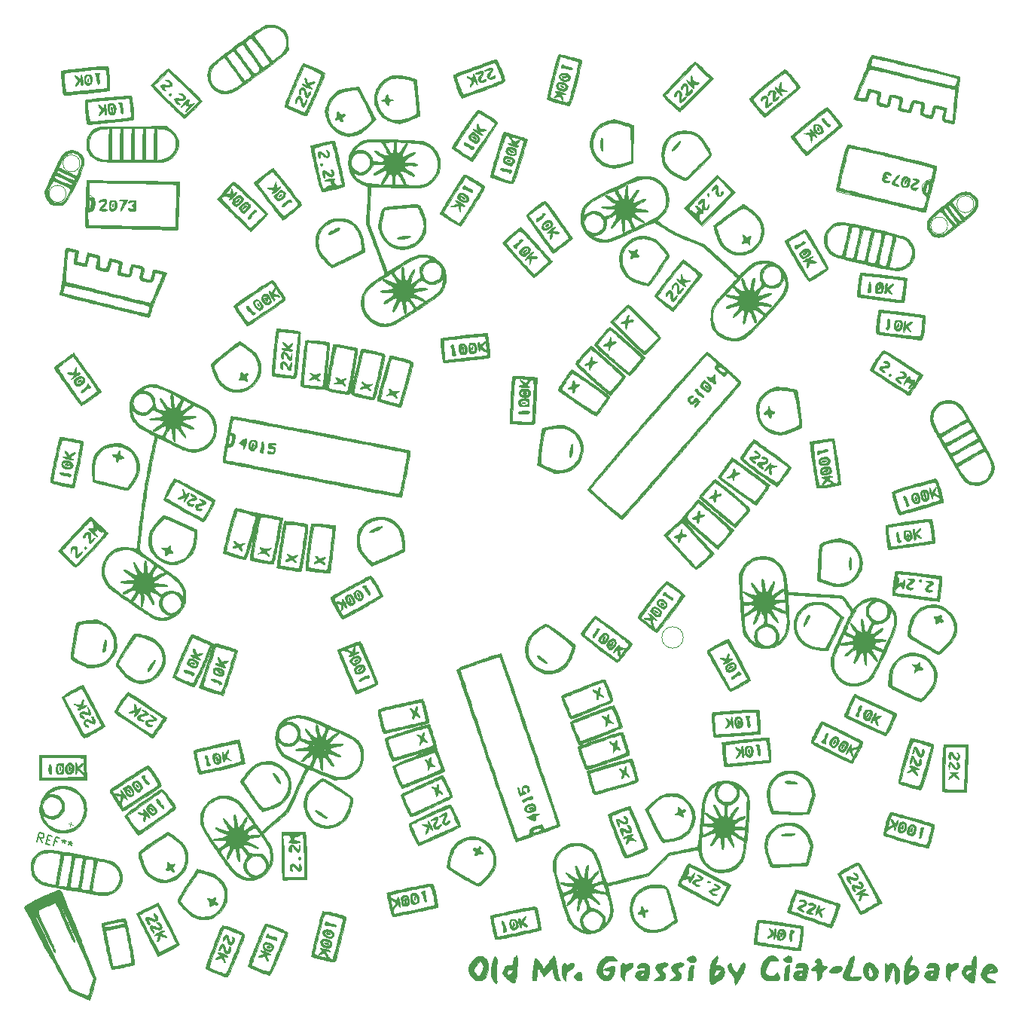
<source format=gbr>
%TF.GenerationSoftware,KiCad,Pcbnew,(5.1.6)-1*%
%TF.CreationDate,2020-10-31T12:28:38-05:00*%
%TF.ProjectId,Old Mr Grassi,4f6c6420-4d72-4204-9772-617373692e6b,rev?*%
%TF.SameCoordinates,Original*%
%TF.FileFunction,Legend,Top*%
%TF.FilePolarity,Positive*%
%FSLAX46Y46*%
G04 Gerber Fmt 4.6, Leading zero omitted, Abs format (unit mm)*
G04 Created by KiCad (PCBNEW (5.1.6)-1) date 2020-10-31 12:28:38*
%MOMM*%
%LPD*%
G01*
G04 APERTURE LIST*
%ADD10C,0.120000*%
%ADD11C,0.010000*%
%ADD12C,0.150000*%
G04 APERTURE END LIST*
D10*
%TO.C,REF\u002A\u002A*%
X261420000Y-75720000D02*
G75*
G03*
X261420000Y-75720000I-950000J0D01*
G01*
X264370000Y-73330000D02*
G75*
G03*
X264370000Y-73330000I-950000J0D01*
G01*
X163860000Y-68740000D02*
G75*
G03*
X163860000Y-68740000I-950000J0D01*
G01*
X258932728Y-74163616D02*
X259303898Y-72555905D01*
X248916204Y-71851119D02*
X258932728Y-74163616D01*
X250108445Y-66686957D02*
X248916204Y-71851119D01*
X260124969Y-68999454D02*
X250108445Y-66686957D01*
X259753800Y-70607165D02*
X260124969Y-68999454D01*
X259303898Y-72555905D02*
G75*
G02*
X259753800Y-70607165I224951J974370D01*
G01*
X162310000Y-72160000D02*
G75*
G03*
X162310000Y-72160000I-950000J0D01*
G01*
X164574013Y-74266148D02*
X164530821Y-75915582D01*
X164530821Y-75915582D02*
X174807298Y-76184681D01*
X174807298Y-76184681D02*
X174946036Y-70886497D01*
X174946036Y-70886497D02*
X164669559Y-70617398D01*
X164669559Y-70617398D02*
X164626367Y-72266833D01*
X164626367Y-72266832D02*
G75*
G02*
X164574013Y-74266148I-26177J-999658D01*
G01*
X231700000Y-122010000D02*
G75*
G03*
X231700000Y-122010000I-1200000J0D01*
G01*
D11*
%TO.C,G\u002A\u002A\u002A*%
G36*
X164799322Y-59183488D02*
G01*
X164812479Y-59242206D01*
X164820757Y-59316856D01*
X164822748Y-59395800D01*
X164817045Y-59467398D01*
X164806359Y-59510633D01*
X164781807Y-59548302D01*
X164759471Y-59539706D01*
X164744616Y-59489341D01*
X164741820Y-59455505D01*
X164741064Y-59351429D01*
X164746035Y-59256437D01*
X164755563Y-59186108D01*
X164763999Y-59160398D01*
X164782693Y-59152339D01*
X164799322Y-59183488D01*
G37*
X164799322Y-59183488D02*
X164812479Y-59242206D01*
X164820757Y-59316856D01*
X164822748Y-59395800D01*
X164817045Y-59467398D01*
X164806359Y-59510633D01*
X164781807Y-59548302D01*
X164759471Y-59539706D01*
X164744616Y-59489341D01*
X164741820Y-59455505D01*
X164741064Y-59351429D01*
X164746035Y-59256437D01*
X164755563Y-59186108D01*
X164763999Y-59160398D01*
X164782693Y-59152339D01*
X164799322Y-59183488D01*
G36*
X218256765Y-58919209D02*
G01*
X218369484Y-58938821D01*
X218426743Y-58955733D01*
X218520189Y-58994933D01*
X218563976Y-59030205D01*
X218559265Y-59059355D01*
X218507218Y-59080189D01*
X218408996Y-59090512D01*
X218355025Y-59091192D01*
X218261926Y-59086703D01*
X218181989Y-59076409D01*
X218144702Y-59066767D01*
X218090568Y-59030038D01*
X218067978Y-58984218D01*
X218083168Y-58944128D01*
X218090710Y-58938464D01*
X218158524Y-58918817D01*
X218256765Y-58919209D01*
G37*
X218256765Y-58919209D02*
X218369484Y-58938821D01*
X218426743Y-58955733D01*
X218520189Y-58994933D01*
X218563976Y-59030205D01*
X218559265Y-59059355D01*
X218507218Y-59080189D01*
X218408996Y-59090512D01*
X218355025Y-59091192D01*
X218261926Y-59086703D01*
X218181989Y-59076409D01*
X218144702Y-59066767D01*
X218090568Y-59030038D01*
X218067978Y-58984218D01*
X218083168Y-58944128D01*
X218090710Y-58938464D01*
X218158524Y-58918817D01*
X218256765Y-58919209D01*
G36*
X218073335Y-59998333D02*
G01*
X218152972Y-60040772D01*
X218194757Y-60105432D01*
X218196734Y-60169843D01*
X218177932Y-60219343D01*
X218155014Y-60237050D01*
X218120395Y-60223822D01*
X218057428Y-60189432D01*
X217980339Y-60141705D01*
X217889092Y-60077218D01*
X217843957Y-60031367D01*
X217844677Y-60001915D01*
X217890994Y-59986624D01*
X217962087Y-59983083D01*
X218073335Y-59998333D01*
G37*
X218073335Y-59998333D02*
X218152972Y-60040772D01*
X218194757Y-60105432D01*
X218196734Y-60169843D01*
X218177932Y-60219343D01*
X218155014Y-60237050D01*
X218120395Y-60223822D01*
X218057428Y-60189432D01*
X217980339Y-60141705D01*
X217889092Y-60077218D01*
X217843957Y-60031367D01*
X217844677Y-60001915D01*
X217890994Y-59986624D01*
X217962087Y-59983083D01*
X218073335Y-59998333D01*
G36*
X167450394Y-62431623D02*
G01*
X167484584Y-62491421D01*
X167508405Y-62575390D01*
X167516540Y-62670559D01*
X167510681Y-62788410D01*
X167494970Y-62866860D01*
X167471043Y-62902850D01*
X167440532Y-62893320D01*
X167416299Y-62858236D01*
X167381670Y-62774715D01*
X167354005Y-62674150D01*
X167336753Y-62574353D01*
X167333361Y-62493136D01*
X167339361Y-62460872D01*
X167372407Y-62409987D01*
X167411210Y-62402358D01*
X167450394Y-62431623D01*
G37*
X167450394Y-62431623D02*
X167484584Y-62491421D01*
X167508405Y-62575390D01*
X167516540Y-62670559D01*
X167510681Y-62788410D01*
X167494970Y-62866860D01*
X167471043Y-62902850D01*
X167440532Y-62893320D01*
X167416299Y-62858236D01*
X167381670Y-62774715D01*
X167354005Y-62674150D01*
X167336753Y-62574353D01*
X167333361Y-62493136D01*
X167339361Y-62460872D01*
X167372407Y-62409987D01*
X167411210Y-62402358D01*
X167450394Y-62431623D01*
G36*
X246825409Y-64708586D02*
G01*
X246886185Y-64764141D01*
X246936301Y-64838684D01*
X246961412Y-64908797D01*
X246966742Y-64998709D01*
X246945830Y-65053318D01*
X246903008Y-65068068D01*
X246842608Y-65038404D01*
X246840081Y-65036386D01*
X246760433Y-64941864D01*
X246720273Y-64826106D01*
X246717087Y-64782831D01*
X246722010Y-64718418D01*
X246741367Y-64691030D01*
X246766909Y-64686787D01*
X246825409Y-64708586D01*
G37*
X246825409Y-64708586D02*
X246886185Y-64764141D01*
X246936301Y-64838684D01*
X246961412Y-64908797D01*
X246966742Y-64998709D01*
X246945830Y-65053318D01*
X246903008Y-65068068D01*
X246842608Y-65038404D01*
X246840081Y-65036386D01*
X246760433Y-64941864D01*
X246720273Y-64826106D01*
X246717087Y-64782831D01*
X246722010Y-64718418D01*
X246741367Y-64691030D01*
X246766909Y-64686787D01*
X246825409Y-64708586D01*
G36*
X208122750Y-65711987D02*
G01*
X208205482Y-65731204D01*
X208248419Y-65748338D01*
X208314938Y-65795445D01*
X208366589Y-65857043D01*
X208399415Y-65922398D01*
X208409460Y-65980780D01*
X208392768Y-66021457D01*
X208353756Y-66034096D01*
X208309817Y-66021717D01*
X208240479Y-65990050D01*
X208184855Y-65959739D01*
X208085470Y-65895879D01*
X208004562Y-65832690D01*
X207949922Y-65777309D01*
X207929341Y-65736873D01*
X207931552Y-65727690D01*
X207969003Y-65709137D01*
X208038330Y-65704267D01*
X208122750Y-65711987D01*
G37*
X208122750Y-65711987D02*
X208205482Y-65731204D01*
X208248419Y-65748338D01*
X208314938Y-65795445D01*
X208366589Y-65857043D01*
X208399415Y-65922398D01*
X208409460Y-65980780D01*
X208392768Y-66021457D01*
X208353756Y-66034096D01*
X208309817Y-66021717D01*
X208240479Y-65990050D01*
X208184855Y-65959739D01*
X208085470Y-65895879D01*
X208004562Y-65832690D01*
X207949922Y-65777309D01*
X207929341Y-65736873D01*
X207931552Y-65727690D01*
X207969003Y-65709137D01*
X208038330Y-65704267D01*
X208122750Y-65711987D01*
G36*
X212256577Y-67245180D02*
G01*
X212342478Y-67277408D01*
X212431653Y-67321161D01*
X212511427Y-67370391D01*
X212569125Y-67419053D01*
X212590369Y-67451802D01*
X212576653Y-67473416D01*
X212527152Y-67483540D01*
X212455462Y-67482822D01*
X212375179Y-67471916D01*
X212299899Y-67451471D01*
X212265239Y-67436229D01*
X212205820Y-67391183D01*
X212160181Y-67333512D01*
X212137247Y-67277858D01*
X212145302Y-67239486D01*
X212186627Y-67230524D01*
X212256577Y-67245180D01*
G37*
X212256577Y-67245180D02*
X212342478Y-67277408D01*
X212431653Y-67321161D01*
X212511427Y-67370391D01*
X212569125Y-67419053D01*
X212590369Y-67451802D01*
X212576653Y-67473416D01*
X212527152Y-67483540D01*
X212455462Y-67482822D01*
X212375179Y-67471916D01*
X212299899Y-67451471D01*
X212265239Y-67436229D01*
X212205820Y-67391183D01*
X212160181Y-67333512D01*
X212137247Y-67277858D01*
X212145302Y-67239486D01*
X212186627Y-67230524D01*
X212256577Y-67245180D01*
G36*
X211994242Y-68309246D02*
G01*
X212089494Y-68340968D01*
X212155691Y-68376236D01*
X212211105Y-68412966D01*
X212228057Y-68436260D01*
X212212328Y-68457749D01*
X212200640Y-68466654D01*
X212135628Y-68491017D01*
X212045887Y-68497983D01*
X211954735Y-68486801D01*
X211919573Y-68475691D01*
X211864089Y-68434101D01*
X211845082Y-68378070D01*
X211863567Y-68329626D01*
X211914886Y-68304820D01*
X211994242Y-68309246D01*
G37*
X211994242Y-68309246D02*
X212089494Y-68340968D01*
X212155691Y-68376236D01*
X212211105Y-68412966D01*
X212228057Y-68436260D01*
X212212328Y-68457749D01*
X212200640Y-68466654D01*
X212135628Y-68491017D01*
X212045887Y-68497983D01*
X211954735Y-68486801D01*
X211919573Y-68475691D01*
X211864089Y-68434101D01*
X211845082Y-68378070D01*
X211863567Y-68329626D01*
X211914886Y-68304820D01*
X211994242Y-68309246D01*
G36*
X256794094Y-70576499D02*
G01*
X256810672Y-70626295D01*
X256810733Y-70631480D01*
X256799118Y-70688368D01*
X256769148Y-70763361D01*
X256727374Y-70845473D01*
X256680342Y-70923713D01*
X256634603Y-70987094D01*
X256596703Y-71024627D01*
X256574823Y-71027338D01*
X256559140Y-70982567D01*
X256557994Y-70906500D01*
X256569802Y-70816070D01*
X256592982Y-70728207D01*
X256605793Y-70696000D01*
X256650887Y-70624707D01*
X256704062Y-70578897D01*
X256755178Y-70561764D01*
X256794094Y-70576499D01*
G37*
X256794094Y-70576499D02*
X256810672Y-70626295D01*
X256810733Y-70631480D01*
X256799118Y-70688368D01*
X256769148Y-70763361D01*
X256727374Y-70845473D01*
X256680342Y-70923713D01*
X256634603Y-70987094D01*
X256596703Y-71024627D01*
X256574823Y-71027338D01*
X256559140Y-70982567D01*
X256557994Y-70906500D01*
X256569802Y-70816070D01*
X256592982Y-70728207D01*
X256605793Y-70696000D01*
X256650887Y-70624707D01*
X256704062Y-70578897D01*
X256755178Y-70561764D01*
X256794094Y-70576499D01*
G36*
X186506910Y-72208071D02*
G01*
X186524166Y-72240851D01*
X186500460Y-72293762D01*
X186435163Y-72370385D01*
X186414107Y-72391826D01*
X186326789Y-72471532D01*
X186262369Y-72511399D01*
X186215695Y-72514005D01*
X186196100Y-72500867D01*
X186178549Y-72450042D01*
X186202983Y-72380132D01*
X186267115Y-72297068D01*
X186279663Y-72284194D01*
X186350531Y-72221507D01*
X186406846Y-72193846D01*
X186449324Y-72191840D01*
X186506910Y-72208071D01*
G37*
X186506910Y-72208071D02*
X186524166Y-72240851D01*
X186500460Y-72293762D01*
X186435163Y-72370385D01*
X186414107Y-72391826D01*
X186326789Y-72471532D01*
X186262369Y-72511399D01*
X186215695Y-72514005D01*
X186196100Y-72500867D01*
X186178549Y-72450042D01*
X186202983Y-72380132D01*
X186267115Y-72297068D01*
X186279663Y-72284194D01*
X186350531Y-72221507D01*
X186406846Y-72193846D01*
X186449324Y-72191840D01*
X186506910Y-72208071D01*
G36*
X167594919Y-73278704D02*
G01*
X167610798Y-73342869D01*
X167615958Y-73437925D01*
X167613816Y-73496394D01*
X167601617Y-73580667D01*
X167581628Y-73623146D01*
X167558627Y-73621386D01*
X167537392Y-73572936D01*
X167530333Y-73539172D01*
X167523831Y-73458930D01*
X167527810Y-73375772D01*
X167540134Y-73304943D01*
X167558671Y-73261689D01*
X167570083Y-73255155D01*
X167594919Y-73278704D01*
G37*
X167594919Y-73278704D02*
X167610798Y-73342869D01*
X167615958Y-73437925D01*
X167613816Y-73496394D01*
X167601617Y-73580667D01*
X167581628Y-73623146D01*
X167558627Y-73621386D01*
X167537392Y-73572936D01*
X167530333Y-73539172D01*
X167523831Y-73458930D01*
X167527810Y-73375772D01*
X167540134Y-73304943D01*
X167558671Y-73261689D01*
X167570083Y-73255155D01*
X167594919Y-73278704D01*
G36*
X181802268Y-72721769D02*
G01*
X181807837Y-72767257D01*
X181769867Y-72836353D01*
X181708591Y-72907651D01*
X181615001Y-72993997D01*
X181530866Y-73050169D01*
X181462835Y-73072942D01*
X181417558Y-73059095D01*
X181411741Y-73051524D01*
X181405540Y-72999479D01*
X181442289Y-72930182D01*
X181523236Y-72841563D01*
X181557253Y-72810066D01*
X181641522Y-72740991D01*
X181704615Y-72706596D01*
X181752949Y-72700867D01*
X181802268Y-72721769D01*
G37*
X181802268Y-72721769D02*
X181807837Y-72767257D01*
X181769867Y-72836353D01*
X181708591Y-72907651D01*
X181615001Y-72993997D01*
X181530866Y-73050169D01*
X181462835Y-73072942D01*
X181417558Y-73059095D01*
X181411741Y-73051524D01*
X181405540Y-72999479D01*
X181442289Y-72930182D01*
X181523236Y-72841563D01*
X181557253Y-72810066D01*
X181641522Y-72740991D01*
X181704615Y-72706596D01*
X181752949Y-72700867D01*
X181802268Y-72721769D01*
G36*
X182561713Y-73463281D02*
G01*
X182575497Y-73504933D01*
X182550962Y-73568788D01*
X182491596Y-73648103D01*
X182437425Y-73703405D01*
X182337601Y-73785942D01*
X182256153Y-73830165D01*
X182196908Y-73834303D01*
X182178882Y-73822990D01*
X182162790Y-73785203D01*
X182180889Y-73732215D01*
X182235964Y-73657803D01*
X182269990Y-73619537D01*
X182362484Y-73531534D01*
X182447533Y-73474183D01*
X182517785Y-73451421D01*
X182561713Y-73463281D01*
G37*
X182561713Y-73463281D02*
X182575497Y-73504933D01*
X182550962Y-73568788D01*
X182491596Y-73648103D01*
X182437425Y-73703405D01*
X182337601Y-73785942D01*
X182256153Y-73830165D01*
X182196908Y-73834303D01*
X182178882Y-73822990D01*
X182162790Y-73785203D01*
X182180889Y-73732215D01*
X182235964Y-73657803D01*
X182269990Y-73619537D01*
X182362484Y-73531534D01*
X182447533Y-73474183D01*
X182517785Y-73451421D01*
X182561713Y-73463281D01*
G36*
X206839337Y-72448100D02*
G01*
X206919080Y-72485290D01*
X207002443Y-72538122D01*
X207080237Y-72602781D01*
X207109397Y-72632946D01*
X207159486Y-72704535D01*
X207165439Y-72753203D01*
X207130124Y-72774612D01*
X207056414Y-72764430D01*
X207028527Y-72755048D01*
X206965360Y-72720925D01*
X206890501Y-72665568D01*
X206816222Y-72600149D01*
X206754793Y-72535830D01*
X206718488Y-72483784D01*
X206713714Y-72468569D01*
X206727465Y-72435923D01*
X206772400Y-72430374D01*
X206839337Y-72448100D01*
G37*
X206839337Y-72448100D02*
X206919080Y-72485290D01*
X207002443Y-72538122D01*
X207080237Y-72602781D01*
X207109397Y-72632946D01*
X207159486Y-72704535D01*
X207165439Y-72753203D01*
X207130124Y-72774612D01*
X207056414Y-72764430D01*
X207028527Y-72755048D01*
X206965360Y-72720925D01*
X206890501Y-72665568D01*
X206816222Y-72600149D01*
X206754793Y-72535830D01*
X206718488Y-72483784D01*
X206713714Y-72468569D01*
X206727465Y-72435923D01*
X206772400Y-72430374D01*
X206839337Y-72448100D01*
G36*
X216504000Y-75552384D02*
G01*
X216524331Y-75568766D01*
X216526220Y-75615308D01*
X216496153Y-75678413D01*
X216442802Y-75744068D01*
X216387151Y-75790392D01*
X216297570Y-75838012D01*
X216229853Y-75843375D01*
X216180526Y-75809657D01*
X216163663Y-75753846D01*
X216188072Y-75687975D01*
X216248499Y-75622504D01*
X216288691Y-75594331D01*
X216367353Y-75559034D01*
X216444586Y-75544459D01*
X216504000Y-75552384D01*
G37*
X216504000Y-75552384D02*
X216524331Y-75568766D01*
X216526220Y-75615308D01*
X216496153Y-75678413D01*
X216442802Y-75744068D01*
X216387151Y-75790392D01*
X216297570Y-75838012D01*
X216229853Y-75843375D01*
X216180526Y-75809657D01*
X216163663Y-75753846D01*
X216188072Y-75687975D01*
X216248499Y-75622504D01*
X216288691Y-75594331D01*
X216367353Y-75559034D01*
X216444586Y-75544459D01*
X216504000Y-75552384D01*
G36*
X214059285Y-78417476D02*
G01*
X214077035Y-78462237D01*
X214052956Y-78528326D01*
X213989153Y-78611459D01*
X213939527Y-78661363D01*
X213839703Y-78743900D01*
X213758255Y-78788123D01*
X213699010Y-78792261D01*
X213680984Y-78780947D01*
X213664877Y-78742848D01*
X213683371Y-78689447D01*
X213739204Y-78614599D01*
X213770773Y-78579261D01*
X213872848Y-78480464D01*
X213959071Y-78421647D01*
X214026298Y-78404572D01*
X214059285Y-78417476D01*
G37*
X214059285Y-78417476D02*
X214077035Y-78462237D01*
X214052956Y-78528326D01*
X213989153Y-78611459D01*
X213939527Y-78661363D01*
X213839703Y-78743900D01*
X213758255Y-78788123D01*
X213699010Y-78792261D01*
X213680984Y-78780947D01*
X213664877Y-78742848D01*
X213683371Y-78689447D01*
X213739204Y-78614599D01*
X213770773Y-78579261D01*
X213872848Y-78480464D01*
X213959071Y-78421647D01*
X214026298Y-78404572D01*
X214059285Y-78417476D01*
G36*
X245603837Y-78673977D02*
G01*
X245610748Y-78693170D01*
X245588261Y-78742009D01*
X245552819Y-78793186D01*
X245496347Y-78857689D01*
X245430377Y-78924286D01*
X245366439Y-78981750D01*
X245316063Y-79018850D01*
X245295911Y-79026727D01*
X245252154Y-79035138D01*
X245235058Y-79040902D01*
X245189796Y-79036010D01*
X245156702Y-79013660D01*
X245120804Y-78960888D01*
X245125649Y-78905624D01*
X245166715Y-78841075D01*
X245223865Y-78793240D01*
X245312623Y-78744516D01*
X245414522Y-78702864D01*
X245511093Y-78676244D01*
X245561837Y-78670771D01*
X245603837Y-78673977D01*
G37*
X245603837Y-78673977D02*
X245610748Y-78693170D01*
X245588261Y-78742009D01*
X245552819Y-78793186D01*
X245496347Y-78857689D01*
X245430377Y-78924286D01*
X245366439Y-78981750D01*
X245316063Y-79018850D01*
X245295911Y-79026727D01*
X245252154Y-79035138D01*
X245235058Y-79040902D01*
X245189796Y-79036010D01*
X245156702Y-79013660D01*
X245120804Y-78960888D01*
X245125649Y-78905624D01*
X245166715Y-78841075D01*
X245223865Y-78793240D01*
X245312623Y-78744516D01*
X245414522Y-78702864D01*
X245511093Y-78676244D01*
X245561837Y-78670771D01*
X245603837Y-78673977D01*
G36*
X253841824Y-82489055D02*
G01*
X253846648Y-82492492D01*
X253879214Y-82546200D01*
X253875050Y-82629004D01*
X253835091Y-82735840D01*
X253785606Y-82823339D01*
X253732976Y-82899830D01*
X253695207Y-82935925D01*
X253665084Y-82937036D01*
X253649753Y-82925292D01*
X253635406Y-82883150D01*
X253632168Y-82808788D01*
X253638744Y-82719301D01*
X253653841Y-82631783D01*
X253676165Y-82563329D01*
X253677337Y-82560935D01*
X253726631Y-82488534D01*
X253779971Y-82465176D01*
X253841824Y-82489055D01*
G37*
X253841824Y-82489055D02*
X253846648Y-82492492D01*
X253879214Y-82546200D01*
X253875050Y-82629004D01*
X253835091Y-82735840D01*
X253785606Y-82823339D01*
X253732976Y-82899830D01*
X253695207Y-82935925D01*
X253665084Y-82937036D01*
X253649753Y-82925292D01*
X253635406Y-82883150D01*
X253632168Y-82808788D01*
X253638744Y-82719301D01*
X253653841Y-82631783D01*
X253676165Y-82563329D01*
X253677337Y-82560935D01*
X253726631Y-82488534D01*
X253779971Y-82465176D01*
X253841824Y-82489055D01*
G36*
X184905022Y-83911899D02*
G01*
X184941547Y-83997410D01*
X184954874Y-84082875D01*
X184946234Y-84156148D01*
X184916866Y-84205070D01*
X184873867Y-84218249D01*
X184824373Y-84194900D01*
X184763996Y-84141492D01*
X184706349Y-84072521D01*
X184665048Y-84002492D01*
X184660387Y-83990863D01*
X184643623Y-83918387D01*
X184644964Y-83857652D01*
X184646229Y-83853389D01*
X184667059Y-83820781D01*
X184708751Y-83812088D01*
X184760890Y-83817877D01*
X184835639Y-83838534D01*
X184884486Y-83880811D01*
X184905022Y-83911899D01*
G37*
X184905022Y-83911899D02*
X184941547Y-83997410D01*
X184954874Y-84082875D01*
X184946234Y-84156148D01*
X184916866Y-84205070D01*
X184873867Y-84218249D01*
X184824373Y-84194900D01*
X184763996Y-84141492D01*
X184706349Y-84072521D01*
X184665048Y-84002492D01*
X184660387Y-83990863D01*
X184643623Y-83918387D01*
X184644964Y-83857652D01*
X184646229Y-83853389D01*
X184667059Y-83820781D01*
X184708751Y-83812088D01*
X184760890Y-83817877D01*
X184835639Y-83838534D01*
X184884486Y-83880811D01*
X184905022Y-83911899D01*
G36*
X184009146Y-84657762D02*
G01*
X184041136Y-84714873D01*
X184047180Y-84734559D01*
X184038918Y-84768924D01*
X184005373Y-84765971D01*
X183952465Y-84728534D01*
X183886113Y-84659443D01*
X183883412Y-84656236D01*
X183834393Y-84590340D01*
X183802403Y-84533230D01*
X183796361Y-84513543D01*
X183804622Y-84479176D01*
X183838166Y-84482131D01*
X183891074Y-84519567D01*
X183957423Y-84588659D01*
X183960128Y-84591865D01*
X184009146Y-84657762D01*
G37*
X184009146Y-84657762D02*
X184041136Y-84714873D01*
X184047180Y-84734559D01*
X184038918Y-84768924D01*
X184005373Y-84765971D01*
X183952465Y-84728534D01*
X183886113Y-84659443D01*
X183883412Y-84656236D01*
X183834393Y-84590340D01*
X183802403Y-84533230D01*
X183796361Y-84513543D01*
X183804622Y-84479176D01*
X183838166Y-84482131D01*
X183891074Y-84519567D01*
X183957423Y-84588659D01*
X183960128Y-84591865D01*
X184009146Y-84657762D01*
G36*
X255899064Y-86694592D02*
G01*
X255912878Y-86727923D01*
X255919569Y-86795693D01*
X255919570Y-86882056D01*
X255913314Y-86971165D01*
X255901234Y-87047174D01*
X255888345Y-87086586D01*
X255840681Y-87137621D01*
X255775833Y-87158978D01*
X255714060Y-87145658D01*
X255698440Y-87133445D01*
X255673972Y-87098349D01*
X255671086Y-87054552D01*
X255691551Y-86990284D01*
X255733299Y-86901407D01*
X255797282Y-86785136D01*
X255849460Y-86714764D01*
X255888824Y-86691548D01*
X255899064Y-86694592D01*
G37*
X255899064Y-86694592D02*
X255912878Y-86727923D01*
X255919569Y-86795693D01*
X255919570Y-86882056D01*
X255913314Y-86971165D01*
X255901234Y-87047174D01*
X255888345Y-87086586D01*
X255840681Y-87137621D01*
X255775833Y-87158978D01*
X255714060Y-87145658D01*
X255698440Y-87133445D01*
X255673972Y-87098349D01*
X255671086Y-87054552D01*
X255691551Y-86990284D01*
X255733299Y-86901407D01*
X255797282Y-86785136D01*
X255849460Y-86714764D01*
X255888824Y-86691548D01*
X255899064Y-86694592D01*
G36*
X207982522Y-89267658D02*
G01*
X207999848Y-89310447D01*
X208012340Y-89375185D01*
X208018064Y-89452242D01*
X208015085Y-89531987D01*
X208003564Y-89597347D01*
X207980280Y-89646187D01*
X207953134Y-89647153D01*
X207933321Y-89614337D01*
X207922722Y-89554688D01*
X207920010Y-89467651D01*
X207924646Y-89375987D01*
X207936089Y-89302455D01*
X207941108Y-89286453D01*
X207962297Y-89256450D01*
X207982522Y-89267658D01*
G37*
X207982522Y-89267658D02*
X207999848Y-89310447D01*
X208012340Y-89375185D01*
X208018064Y-89452242D01*
X208015085Y-89531987D01*
X208003564Y-89597347D01*
X207980280Y-89646187D01*
X207953134Y-89647153D01*
X207933321Y-89614337D01*
X207922722Y-89554688D01*
X207920010Y-89467651D01*
X207924646Y-89375987D01*
X207936089Y-89302455D01*
X207941108Y-89286453D01*
X207962297Y-89256450D01*
X207982522Y-89267658D01*
G36*
X206931600Y-89330782D02*
G01*
X206974273Y-89378842D01*
X206998799Y-89463836D01*
X207002573Y-89523816D01*
X206997792Y-89598359D01*
X206985452Y-89685571D01*
X206968557Y-89771084D01*
X206950110Y-89840525D01*
X206933115Y-89879526D01*
X206927418Y-89883383D01*
X206911430Y-89861485D01*
X206883394Y-89803593D01*
X206848892Y-89721411D01*
X206842796Y-89705896D01*
X206797534Y-89576829D01*
X206777590Y-89482969D01*
X206782244Y-89415845D01*
X206810774Y-89366985D01*
X206813698Y-89363978D01*
X206876252Y-89324284D01*
X206931600Y-89330782D01*
G37*
X206931600Y-89330782D02*
X206974273Y-89378842D01*
X206998799Y-89463836D01*
X207002573Y-89523816D01*
X206997792Y-89598359D01*
X206985452Y-89685571D01*
X206968557Y-89771084D01*
X206950110Y-89840525D01*
X206933115Y-89879526D01*
X206927418Y-89883383D01*
X206911430Y-89861485D01*
X206883394Y-89803593D01*
X206848892Y-89721411D01*
X206842796Y-89705896D01*
X206797534Y-89576829D01*
X206777590Y-89482969D01*
X206782244Y-89415845D01*
X206810774Y-89366985D01*
X206813698Y-89363978D01*
X206876252Y-89324284D01*
X206931600Y-89330782D01*
G36*
X163690736Y-93143979D02*
G01*
X163758115Y-93090156D01*
X163829803Y-93046492D01*
X163876181Y-93027727D01*
X163951590Y-93019857D01*
X163991948Y-93042889D01*
X163995125Y-93088971D01*
X163958989Y-93150247D01*
X163919958Y-93188985D01*
X163833358Y-93250003D01*
X163750835Y-93285167D01*
X163681975Y-93292927D01*
X163636352Y-93271725D01*
X163623232Y-93237126D01*
X163641246Y-93196722D01*
X163690736Y-93143979D01*
G37*
X163690736Y-93143979D02*
X163758115Y-93090156D01*
X163829803Y-93046492D01*
X163876181Y-93027727D01*
X163951590Y-93019857D01*
X163991948Y-93042889D01*
X163995125Y-93088971D01*
X163958989Y-93150247D01*
X163919958Y-93188985D01*
X163833358Y-93250003D01*
X163750835Y-93285167D01*
X163681975Y-93292927D01*
X163636352Y-93271725D01*
X163623232Y-93237126D01*
X163641246Y-93196722D01*
X163690736Y-93143979D01*
G36*
X213935492Y-94432321D02*
G01*
X213969648Y-94447510D01*
X214047844Y-94502903D01*
X214078285Y-94558364D01*
X214063665Y-94607566D01*
X214006676Y-94644179D01*
X213910011Y-94661873D01*
X213878148Y-94662590D01*
X213793216Y-94656373D01*
X213722827Y-94641543D01*
X213702172Y-94632981D01*
X213635515Y-94583377D01*
X213617742Y-94533929D01*
X213647357Y-94477862D01*
X213664034Y-94459960D01*
X213736709Y-94419984D01*
X213833041Y-94410533D01*
X213935492Y-94432321D01*
G37*
X213935492Y-94432321D02*
X213969648Y-94447510D01*
X214047844Y-94502903D01*
X214078285Y-94558364D01*
X214063665Y-94607566D01*
X214006676Y-94644179D01*
X213910011Y-94661873D01*
X213878148Y-94662590D01*
X213793216Y-94656373D01*
X213722827Y-94641543D01*
X213702172Y-94632981D01*
X213635515Y-94583377D01*
X213617742Y-94533929D01*
X213647357Y-94477862D01*
X213664034Y-94459960D01*
X213736709Y-94419984D01*
X213833041Y-94410533D01*
X213935492Y-94432321D01*
G36*
X213833714Y-95577963D02*
G01*
X213900971Y-95593027D01*
X213935847Y-95618595D01*
X213936527Y-95620389D01*
X213920662Y-95641088D01*
X213865044Y-95655822D01*
X213780579Y-95663065D01*
X213678170Y-95661287D01*
X213656102Y-95659682D01*
X213590729Y-95647155D01*
X213568455Y-95625426D01*
X213569201Y-95621636D01*
X213601821Y-95595240D01*
X213667723Y-95579125D01*
X213750493Y-95573347D01*
X213833714Y-95577963D01*
G37*
X213833714Y-95577963D02*
X213900971Y-95593027D01*
X213935847Y-95618595D01*
X213936527Y-95620389D01*
X213920662Y-95641088D01*
X213865044Y-95655822D01*
X213780579Y-95663065D01*
X213678170Y-95661287D01*
X213656102Y-95659682D01*
X213590729Y-95647155D01*
X213568455Y-95625426D01*
X213569201Y-95621636D01*
X213601821Y-95595240D01*
X213667723Y-95579125D01*
X213750493Y-95573347D01*
X213833714Y-95577963D01*
G36*
X247802314Y-102139475D02*
G01*
X247768981Y-102183391D01*
X247688208Y-102226116D01*
X247661039Y-102235541D01*
X247546222Y-102265056D01*
X247440453Y-102279650D01*
X247353215Y-102279507D01*
X247293989Y-102264796D01*
X247272256Y-102235699D01*
X247273204Y-102228318D01*
X247303032Y-102194281D01*
X247368367Y-102155883D01*
X247454955Y-102119207D01*
X247548541Y-102090316D01*
X247631512Y-102075583D01*
X247732196Y-102078072D01*
X247789590Y-102101867D01*
X247802314Y-102139475D01*
G37*
X247802314Y-102139475D02*
X247768981Y-102183391D01*
X247688208Y-102226116D01*
X247661039Y-102235541D01*
X247546222Y-102265056D01*
X247440453Y-102279650D01*
X247353215Y-102279507D01*
X247293989Y-102264796D01*
X247272256Y-102235699D01*
X247273204Y-102228318D01*
X247303032Y-102194281D01*
X247368367Y-102155883D01*
X247454955Y-102119207D01*
X247548541Y-102090316D01*
X247631512Y-102075583D01*
X247732196Y-102078072D01*
X247789590Y-102101867D01*
X247802314Y-102139475D01*
G36*
X247972679Y-103219711D02*
G01*
X247939346Y-103263627D01*
X247858573Y-103306354D01*
X247831403Y-103315779D01*
X247716585Y-103345291D01*
X247610816Y-103359890D01*
X247523580Y-103359743D01*
X247464352Y-103345034D01*
X247442622Y-103315935D01*
X247443570Y-103308554D01*
X247473393Y-103274517D01*
X247538730Y-103236121D01*
X247625321Y-103199444D01*
X247718905Y-103170556D01*
X247801874Y-103155819D01*
X247902558Y-103158309D01*
X247959955Y-103182105D01*
X247972679Y-103219711D01*
G37*
X247972679Y-103219711D02*
X247939346Y-103263627D01*
X247858573Y-103306354D01*
X247831403Y-103315779D01*
X247716585Y-103345291D01*
X247610816Y-103359890D01*
X247523580Y-103359743D01*
X247464352Y-103345034D01*
X247442622Y-103315935D01*
X247443570Y-103308554D01*
X247473393Y-103274517D01*
X247538730Y-103236121D01*
X247625321Y-103199444D01*
X247718905Y-103170556D01*
X247801874Y-103155819D01*
X247902558Y-103158309D01*
X247959955Y-103182105D01*
X247972679Y-103219711D01*
G36*
X162382065Y-102495413D02*
G01*
X162475699Y-102514739D01*
X162565708Y-102542003D01*
X162638555Y-102573459D01*
X162680702Y-102605365D01*
X162686056Y-102619451D01*
X162663099Y-102643452D01*
X162603298Y-102660443D01*
X162520257Y-102669789D01*
X162427582Y-102670857D01*
X162338879Y-102663013D01*
X162267752Y-102645622D01*
X162254049Y-102639577D01*
X162197011Y-102594935D01*
X162183786Y-102547229D01*
X162215493Y-102506529D01*
X162238072Y-102495550D01*
X162298343Y-102487769D01*
X162382065Y-102495413D01*
G37*
X162382065Y-102495413D02*
X162475699Y-102514739D01*
X162565708Y-102542003D01*
X162638555Y-102573459D01*
X162680702Y-102605365D01*
X162686056Y-102619451D01*
X162663099Y-102643452D01*
X162603298Y-102660443D01*
X162520257Y-102669789D01*
X162427582Y-102670857D01*
X162338879Y-102663013D01*
X162267752Y-102645622D01*
X162254049Y-102639577D01*
X162197011Y-102594935D01*
X162183786Y-102547229D01*
X162215493Y-102506529D01*
X162238072Y-102495550D01*
X162298343Y-102487769D01*
X162382065Y-102495413D01*
G36*
X183337028Y-100196500D02*
G01*
X183372958Y-100251169D01*
X183389690Y-100348819D01*
X183390155Y-100383479D01*
X183376777Y-100489209D01*
X183344202Y-100571646D01*
X183298558Y-100624380D01*
X183245973Y-100641000D01*
X183192571Y-100615098D01*
X183180832Y-100602469D01*
X183145068Y-100524403D01*
X183138934Y-100425576D01*
X183163109Y-100327032D01*
X183171376Y-100309712D01*
X183230503Y-100223838D01*
X183287632Y-100186745D01*
X183337028Y-100196500D01*
G37*
X183337028Y-100196500D02*
X183372958Y-100251169D01*
X183389690Y-100348819D01*
X183390155Y-100383479D01*
X183376777Y-100489209D01*
X183344202Y-100571646D01*
X183298558Y-100624380D01*
X183245973Y-100641000D01*
X183192571Y-100615098D01*
X183180832Y-100602469D01*
X183145068Y-100524403D01*
X183138934Y-100425576D01*
X183163109Y-100327032D01*
X183171376Y-100309712D01*
X183230503Y-100223838D01*
X183287632Y-100186745D01*
X183337028Y-100196500D01*
G36*
X258748947Y-105697792D02*
G01*
X258759594Y-105710711D01*
X258816801Y-105799096D01*
X258871110Y-105909665D01*
X258915266Y-106024549D01*
X258942016Y-106125878D01*
X258946697Y-106171611D01*
X258936292Y-106261071D01*
X258907581Y-106310087D01*
X258864377Y-106315129D01*
X258822942Y-106286135D01*
X258767609Y-106199649D01*
X258733189Y-106070768D01*
X258719210Y-105897512D01*
X258718838Y-105850550D01*
X258719931Y-105755011D01*
X258723843Y-105702751D01*
X258732780Y-105686201D01*
X258748947Y-105697792D01*
G37*
X258748947Y-105697792D02*
X258759594Y-105710711D01*
X258816801Y-105799096D01*
X258871110Y-105909665D01*
X258915266Y-106024549D01*
X258942016Y-106125878D01*
X258946697Y-106171611D01*
X258936292Y-106261071D01*
X258907581Y-106310087D01*
X258864377Y-106315129D01*
X258822942Y-106286135D01*
X258767609Y-106199649D01*
X258733189Y-106070768D01*
X258719210Y-105897512D01*
X258718838Y-105850550D01*
X258719931Y-105755011D01*
X258723843Y-105702751D01*
X258732780Y-105686201D01*
X258748947Y-105697792D01*
G36*
X257771218Y-106152152D02*
G01*
X257813166Y-106200154D01*
X257859851Y-106269310D01*
X257903216Y-106347006D01*
X257935206Y-106420631D01*
X257945301Y-106456136D01*
X257944914Y-106539270D01*
X257912649Y-106593276D01*
X257859253Y-106612075D01*
X257795474Y-106589586D01*
X257762019Y-106559829D01*
X257734459Y-106516814D01*
X257719364Y-106455207D01*
X257713821Y-106361000D01*
X257713584Y-106326993D01*
X257717523Y-106225664D01*
X257728508Y-106159758D01*
X257742062Y-106137918D01*
X257771218Y-106152152D01*
G37*
X257771218Y-106152152D02*
X257813166Y-106200154D01*
X257859851Y-106269310D01*
X257903216Y-106347006D01*
X257935206Y-106420631D01*
X257945301Y-106456136D01*
X257944914Y-106539270D01*
X257912649Y-106593276D01*
X257859253Y-106612075D01*
X257795474Y-106589586D01*
X257762019Y-106559829D01*
X257734459Y-106516814D01*
X257719364Y-106455207D01*
X257713821Y-106361000D01*
X257713584Y-106326993D01*
X257717523Y-106225664D01*
X257728508Y-106159758D01*
X257742062Y-106137918D01*
X257771218Y-106152152D01*
G36*
X234253700Y-93662669D02*
G01*
X234323335Y-93704442D01*
X234385424Y-93765759D01*
X234431330Y-93835703D01*
X234452416Y-93903357D01*
X234440042Y-93957804D01*
X234433603Y-93965352D01*
X234402883Y-93985836D01*
X234365180Y-93978985D01*
X234318934Y-93953484D01*
X234237496Y-93887778D01*
X234169839Y-93804562D01*
X234130509Y-93722390D01*
X234127615Y-93709453D01*
X234133751Y-93669579D01*
X234178164Y-93652255D01*
X234185158Y-93651356D01*
X234253700Y-93662669D01*
G37*
X234253700Y-93662669D02*
X234323335Y-93704442D01*
X234385424Y-93765759D01*
X234431330Y-93835703D01*
X234452416Y-93903357D01*
X234440042Y-93957804D01*
X234433603Y-93965352D01*
X234402883Y-93985836D01*
X234365180Y-93978985D01*
X234318934Y-93953484D01*
X234237496Y-93887778D01*
X234169839Y-93804562D01*
X234130509Y-93722390D01*
X234127615Y-93709453D01*
X234133751Y-93669579D01*
X234178164Y-93652255D01*
X234185158Y-93651356D01*
X234253700Y-93662669D01*
G36*
X256937412Y-110350492D02*
G01*
X256938713Y-110351174D01*
X257003592Y-110411934D01*
X257046261Y-110502530D01*
X257062910Y-110605392D01*
X257049728Y-110702950D01*
X257025656Y-110752000D01*
X256975688Y-110800310D01*
X256924455Y-110798856D01*
X256874778Y-110757915D01*
X256836551Y-110693033D01*
X256816933Y-110612036D01*
X256814192Y-110525929D01*
X256826599Y-110445717D01*
X256852425Y-110382404D01*
X256889939Y-110346994D01*
X256937412Y-110350492D01*
G37*
X256937412Y-110350492D02*
X256938713Y-110351174D01*
X257003592Y-110411934D01*
X257046261Y-110502530D01*
X257062910Y-110605392D01*
X257049728Y-110702950D01*
X257025656Y-110752000D01*
X256975688Y-110800310D01*
X256924455Y-110798856D01*
X256874778Y-110757915D01*
X256836551Y-110693033D01*
X256816933Y-110612036D01*
X256814192Y-110525929D01*
X256826599Y-110445717D01*
X256852425Y-110382404D01*
X256889939Y-110346994D01*
X256937412Y-110350492D01*
G36*
X195091434Y-117024860D02*
G01*
X195142543Y-117063699D01*
X195195387Y-117126168D01*
X195243931Y-117204537D01*
X195282140Y-117291075D01*
X195303980Y-117378053D01*
X195306877Y-117418302D01*
X195295170Y-117479399D01*
X195263189Y-117497475D01*
X195215644Y-117473803D01*
X195157245Y-117409650D01*
X195130482Y-117370735D01*
X195063921Y-117252471D01*
X195023934Y-117149399D01*
X195013774Y-117070862D01*
X195018562Y-117048993D01*
X195048096Y-117017382D01*
X195091434Y-117024860D01*
G37*
X195091434Y-117024860D02*
X195142543Y-117063699D01*
X195195387Y-117126168D01*
X195243931Y-117204537D01*
X195282140Y-117291075D01*
X195303980Y-117378053D01*
X195306877Y-117418302D01*
X195295170Y-117479399D01*
X195263189Y-117497475D01*
X195215644Y-117473803D01*
X195157245Y-117409650D01*
X195130482Y-117370735D01*
X195063921Y-117252471D01*
X195023934Y-117149399D01*
X195013774Y-117070862D01*
X195018562Y-117048993D01*
X195048096Y-117017382D01*
X195091434Y-117024860D01*
G36*
X194155071Y-117557842D02*
G01*
X194198712Y-117597693D01*
X194241422Y-117664506D01*
X194277654Y-117746850D01*
X194301863Y-117833292D01*
X194308503Y-117912402D01*
X194303988Y-117943755D01*
X194282366Y-117993582D01*
X194250227Y-117996639D01*
X194202394Y-117954736D01*
X194155508Y-117884709D01*
X194119129Y-117797018D01*
X194096319Y-117705786D01*
X194090139Y-117625135D01*
X194103651Y-117569188D01*
X194116046Y-117556385D01*
X194155071Y-117557842D01*
G37*
X194155071Y-117557842D02*
X194198712Y-117597693D01*
X194241422Y-117664506D01*
X194277654Y-117746850D01*
X194301863Y-117833292D01*
X194308503Y-117912402D01*
X194303988Y-117943755D01*
X194282366Y-117993582D01*
X194250227Y-117996639D01*
X194202394Y-117954736D01*
X194155508Y-117884709D01*
X194119129Y-117797018D01*
X194096319Y-117705786D01*
X194090139Y-117625135D01*
X194103651Y-117569188D01*
X194116046Y-117556385D01*
X194155071Y-117557842D01*
G36*
X229305474Y-118120311D02*
G01*
X229392311Y-118158958D01*
X229461603Y-118215823D01*
X229494243Y-118273301D01*
X229493802Y-118344180D01*
X229458126Y-118390810D01*
X229397692Y-118411222D01*
X229322979Y-118403446D01*
X229244462Y-118365511D01*
X229200873Y-118328469D01*
X229141520Y-118249995D01*
X229124269Y-118183476D01*
X229148619Y-118135035D01*
X229214069Y-118110796D01*
X229218706Y-118110301D01*
X229305474Y-118120311D01*
G37*
X229305474Y-118120311D02*
X229392311Y-118158958D01*
X229461603Y-118215823D01*
X229494243Y-118273301D01*
X229493802Y-118344180D01*
X229458126Y-118390810D01*
X229397692Y-118411222D01*
X229322979Y-118403446D01*
X229244462Y-118365511D01*
X229200873Y-118328469D01*
X229141520Y-118249995D01*
X229124269Y-118183476D01*
X229148619Y-118135035D01*
X229214069Y-118110796D01*
X229218706Y-118110301D01*
X229305474Y-118120311D01*
G36*
X228499379Y-118941567D02*
G01*
X228583332Y-118970407D01*
X228673019Y-119013802D01*
X228756416Y-119066952D01*
X228808289Y-119111013D01*
X228858921Y-119176054D01*
X228866594Y-119221662D01*
X228836414Y-119245003D01*
X228773487Y-119243244D01*
X228682919Y-119213551D01*
X228650601Y-119198515D01*
X228573600Y-119152020D01*
X228499782Y-119093644D01*
X228439119Y-119033279D01*
X228401586Y-118980819D01*
X228396768Y-118946748D01*
X228433183Y-118932081D01*
X228499379Y-118941567D01*
G37*
X228499379Y-118941567D02*
X228583332Y-118970407D01*
X228673019Y-119013802D01*
X228756416Y-119066952D01*
X228808289Y-119111013D01*
X228858921Y-119176054D01*
X228866594Y-119221662D01*
X228836414Y-119245003D01*
X228773487Y-119243244D01*
X228682919Y-119213551D01*
X228650601Y-119198515D01*
X228573600Y-119152020D01*
X228499782Y-119093644D01*
X228439119Y-119033279D01*
X228401586Y-118980819D01*
X228396768Y-118946748D01*
X228433183Y-118932081D01*
X228499379Y-118941567D01*
G36*
X222872975Y-121884332D02*
G01*
X222892613Y-121924571D01*
X222884545Y-121996970D01*
X222850429Y-122092175D01*
X222828001Y-122138105D01*
X222769349Y-122238726D01*
X222717170Y-122307500D01*
X222676297Y-122338851D01*
X222656866Y-122335407D01*
X222641418Y-122291321D01*
X222639785Y-122216902D01*
X222650415Y-122130291D01*
X222671753Y-122049630D01*
X222683743Y-122021475D01*
X222729051Y-121956394D01*
X222786305Y-121906027D01*
X222841350Y-121880632D01*
X222872975Y-121884332D01*
G37*
X222872975Y-121884332D02*
X222892613Y-121924571D01*
X222884545Y-121996970D01*
X222850429Y-122092175D01*
X222828001Y-122138105D01*
X222769349Y-122238726D01*
X222717170Y-122307500D01*
X222676297Y-122338851D01*
X222656866Y-122335407D01*
X222641418Y-122291321D01*
X222639785Y-122216902D01*
X222650415Y-122130291D01*
X222671753Y-122049630D01*
X222683743Y-122021475D01*
X222729051Y-121956394D01*
X222786305Y-121906027D01*
X222841350Y-121880632D01*
X222872975Y-121884332D01*
G36*
X223779863Y-122524867D02*
G01*
X223778405Y-122579088D01*
X223761064Y-122655215D01*
X223731541Y-122741596D01*
X223693534Y-122826580D01*
X223650740Y-122898513D01*
X223627461Y-122927279D01*
X223568095Y-122968675D01*
X223500420Y-122986473D01*
X223441794Y-122978923D01*
X223411145Y-122949092D01*
X223407265Y-122874707D01*
X223440153Y-122784875D01*
X223481694Y-122721715D01*
X223530407Y-122669933D01*
X223596652Y-122611630D01*
X223666691Y-122557475D01*
X223726786Y-122518137D01*
X223761743Y-122504204D01*
X223779863Y-122524867D01*
G37*
X223779863Y-122524867D02*
X223778405Y-122579088D01*
X223761064Y-122655215D01*
X223731541Y-122741596D01*
X223693534Y-122826580D01*
X223650740Y-122898513D01*
X223627461Y-122927279D01*
X223568095Y-122968675D01*
X223500420Y-122986473D01*
X223441794Y-122978923D01*
X223411145Y-122949092D01*
X223407265Y-122874707D01*
X223440153Y-122784875D01*
X223481694Y-122721715D01*
X223530407Y-122669933D01*
X223596652Y-122611630D01*
X223666691Y-122557475D01*
X223726786Y-122518137D01*
X223761743Y-122504204D01*
X223779863Y-122524867D01*
G36*
X176501610Y-124781761D02*
G01*
X176591202Y-124808762D01*
X176667940Y-124845532D01*
X176717361Y-124888592D01*
X176721633Y-124895580D01*
X176746651Y-124966362D01*
X176732521Y-125007808D01*
X176682213Y-125019078D01*
X176598694Y-124999331D01*
X176503411Y-124957331D01*
X176392090Y-124896888D01*
X176324728Y-124850440D01*
X176297410Y-124814843D01*
X176300326Y-124794184D01*
X176341709Y-124770992D01*
X176413625Y-124768011D01*
X176501610Y-124781761D01*
G37*
X176501610Y-124781761D02*
X176591202Y-124808762D01*
X176667940Y-124845532D01*
X176717361Y-124888592D01*
X176721633Y-124895580D01*
X176746651Y-124966362D01*
X176732521Y-125007808D01*
X176682213Y-125019078D01*
X176598694Y-124999331D01*
X176503411Y-124957331D01*
X176392090Y-124896888D01*
X176324728Y-124850440D01*
X176297410Y-124814843D01*
X176300326Y-124794184D01*
X176341709Y-124770992D01*
X176413625Y-124768011D01*
X176501610Y-124781761D01*
G36*
X179557209Y-125779716D02*
G01*
X179644536Y-125836359D01*
X179688993Y-125900679D01*
X179687363Y-125969076D01*
X179669448Y-126002044D01*
X179617973Y-126035993D01*
X179547029Y-126025809D01*
X179460335Y-125972615D01*
X179403651Y-125921855D01*
X179316074Y-125828968D01*
X179270297Y-125763995D01*
X179266506Y-125725624D01*
X179304883Y-125712547D01*
X179385622Y-125723456D01*
X179430224Y-125734347D01*
X179557209Y-125779716D01*
G37*
X179557209Y-125779716D02*
X179644536Y-125836359D01*
X179688993Y-125900679D01*
X179687363Y-125969076D01*
X179669448Y-126002044D01*
X179617973Y-126035993D01*
X179547029Y-126025809D01*
X179460335Y-125972615D01*
X179403651Y-125921855D01*
X179316074Y-125828968D01*
X179270297Y-125763995D01*
X179266506Y-125725624D01*
X179304883Y-125712547D01*
X179385622Y-125723456D01*
X179430224Y-125734347D01*
X179557209Y-125779716D01*
G36*
X195068513Y-124474974D02*
G01*
X195078048Y-124510094D01*
X195058286Y-124568289D01*
X195007045Y-124623135D01*
X194936390Y-124669315D01*
X194858390Y-124701515D01*
X194785109Y-124714420D01*
X194728616Y-124702714D01*
X194704535Y-124674622D01*
X194702705Y-124617246D01*
X194744728Y-124561291D01*
X194833609Y-124503122D01*
X194855803Y-124491639D01*
X194951263Y-124455099D01*
X195024540Y-124449741D01*
X195068513Y-124474974D01*
G37*
X195068513Y-124474974D02*
X195078048Y-124510094D01*
X195058286Y-124568289D01*
X195007045Y-124623135D01*
X194936390Y-124669315D01*
X194858390Y-124701515D01*
X194785109Y-124714420D01*
X194728616Y-124702714D01*
X194704535Y-124674622D01*
X194702705Y-124617246D01*
X194744728Y-124561291D01*
X194833609Y-124503122D01*
X194855803Y-124491639D01*
X194951263Y-124455099D01*
X195024540Y-124449741D01*
X195068513Y-124474974D01*
G36*
X195527338Y-125439546D02*
G01*
X195548916Y-125470172D01*
X195531955Y-125515561D01*
X195479391Y-125570709D01*
X195394157Y-125630612D01*
X195322994Y-125669546D01*
X195215054Y-125716633D01*
X195141224Y-125732330D01*
X195096445Y-125717673D01*
X195094998Y-125716283D01*
X195081163Y-125672452D01*
X195106068Y-125618004D01*
X195160747Y-125559922D01*
X195236234Y-125505191D01*
X195323560Y-125460793D01*
X195413760Y-125433711D01*
X195464285Y-125428686D01*
X195527338Y-125439546D01*
G37*
X195527338Y-125439546D02*
X195548916Y-125470172D01*
X195531955Y-125515561D01*
X195479391Y-125570709D01*
X195394157Y-125630612D01*
X195322994Y-125669546D01*
X195215054Y-125716633D01*
X195141224Y-125732330D01*
X195096445Y-125717673D01*
X195094998Y-125716283D01*
X195081163Y-125672452D01*
X195106068Y-125618004D01*
X195160747Y-125559922D01*
X195236234Y-125505191D01*
X195323560Y-125460793D01*
X195413760Y-125433711D01*
X195464285Y-125428686D01*
X195527338Y-125439546D01*
G36*
X236751493Y-125426567D02*
G01*
X236781300Y-125368881D01*
X236847166Y-125312417D01*
X236935476Y-125262904D01*
X237032611Y-125226075D01*
X237124963Y-125207659D01*
X237198911Y-125213387D01*
X237224922Y-125227261D01*
X237241929Y-125266607D01*
X237223521Y-125300760D01*
X237165426Y-125346940D01*
X237076114Y-125394486D01*
X236974337Y-125435335D01*
X236878848Y-125461406D01*
X236838550Y-125466425D01*
X236777014Y-125465509D01*
X236752804Y-125450968D01*
X236751493Y-125426567D01*
G37*
X236751493Y-125426567D02*
X236781300Y-125368881D01*
X236847166Y-125312417D01*
X236935476Y-125262904D01*
X237032611Y-125226075D01*
X237124963Y-125207659D01*
X237198911Y-125213387D01*
X237224922Y-125227261D01*
X237241929Y-125266607D01*
X237223521Y-125300760D01*
X237165426Y-125346940D01*
X237076114Y-125394486D01*
X236974337Y-125435335D01*
X236878848Y-125461406D01*
X236838550Y-125466425D01*
X236777014Y-125465509D01*
X236752804Y-125450968D01*
X236751493Y-125426567D01*
G36*
X237938247Y-131300630D02*
G01*
X237966759Y-131325084D01*
X237984480Y-131366938D01*
X237994337Y-131437633D01*
X237998979Y-131537945D01*
X237998337Y-131639485D01*
X237991544Y-131724077D01*
X237979980Y-131776657D01*
X237976585Y-131782923D01*
X237932243Y-131810970D01*
X237880957Y-131794957D01*
X237833163Y-131738608D01*
X237828563Y-131730101D01*
X237790228Y-131629042D01*
X237774556Y-131526963D01*
X237779279Y-131432760D01*
X237802122Y-131355330D01*
X237840813Y-131303574D01*
X237893081Y-131286384D01*
X237938247Y-131300630D01*
G37*
X237938247Y-131300630D02*
X237966759Y-131325084D01*
X237984480Y-131366938D01*
X237994337Y-131437633D01*
X237998979Y-131537945D01*
X237998337Y-131639485D01*
X237991544Y-131724077D01*
X237979980Y-131776657D01*
X237976585Y-131782923D01*
X237932243Y-131810970D01*
X237880957Y-131794957D01*
X237833163Y-131738608D01*
X237828563Y-131730101D01*
X237790228Y-131629042D01*
X237774556Y-131526963D01*
X237779279Y-131432760D01*
X237802122Y-131355330D01*
X237840813Y-131303574D01*
X237893081Y-131286384D01*
X237938247Y-131300630D01*
G36*
X252552817Y-130506296D02*
G01*
X252560586Y-130556481D01*
X252541926Y-130630336D01*
X252499519Y-130719852D01*
X252436047Y-130817022D01*
X252384167Y-130881175D01*
X252323982Y-130943816D01*
X252283989Y-130967988D01*
X252256065Y-130957456D01*
X252246764Y-130944874D01*
X252240511Y-130892148D01*
X252261613Y-130814599D01*
X252302771Y-130724621D01*
X252356687Y-130634607D01*
X252416063Y-130556950D01*
X252473602Y-130504043D01*
X252515935Y-130487788D01*
X252552817Y-130506296D01*
G37*
X252552817Y-130506296D02*
X252560586Y-130556481D01*
X252541926Y-130630336D01*
X252499519Y-130719852D01*
X252436047Y-130817022D01*
X252384167Y-130881175D01*
X252323982Y-130943816D01*
X252283989Y-130967988D01*
X252256065Y-130957456D01*
X252246764Y-130944874D01*
X252240511Y-130892148D01*
X252261613Y-130814599D01*
X252302771Y-130724621D01*
X252356687Y-130634607D01*
X252416063Y-130556950D01*
X252473602Y-130504043D01*
X252515935Y-130487788D01*
X252552817Y-130506296D01*
G36*
X248793049Y-133518425D02*
G01*
X248803021Y-133579819D01*
X248786260Y-133677614D01*
X248781372Y-133695330D01*
X248741955Y-133795063D01*
X248688040Y-133883468D01*
X248628626Y-133948802D01*
X248572708Y-133979325D01*
X248563076Y-133980220D01*
X248530165Y-133974534D01*
X248518385Y-133948326D01*
X248522592Y-133887874D01*
X248524111Y-133876291D01*
X248543999Y-133804817D01*
X248582243Y-133719783D01*
X248631041Y-133633902D01*
X248682591Y-133559888D01*
X248729090Y-133510454D01*
X248756804Y-133497137D01*
X248793049Y-133518425D01*
G37*
X248793049Y-133518425D02*
X248803021Y-133579819D01*
X248786260Y-133677614D01*
X248781372Y-133695330D01*
X248741955Y-133795063D01*
X248688040Y-133883468D01*
X248628626Y-133948802D01*
X248572708Y-133979325D01*
X248563076Y-133980220D01*
X248530165Y-133974534D01*
X248518385Y-133948326D01*
X248522592Y-133887874D01*
X248524111Y-133876291D01*
X248543999Y-133804817D01*
X248582243Y-133719783D01*
X248631041Y-133633902D01*
X248682591Y-133559888D01*
X248729090Y-133510454D01*
X248756804Y-133497137D01*
X248793049Y-133518425D01*
G36*
X249776020Y-133998728D02*
G01*
X249783789Y-134048914D01*
X249765129Y-134122769D01*
X249722722Y-134212285D01*
X249659251Y-134309454D01*
X249607370Y-134373607D01*
X249547185Y-134436249D01*
X249507192Y-134460420D01*
X249479268Y-134449889D01*
X249469967Y-134437306D01*
X249463714Y-134384580D01*
X249484816Y-134307031D01*
X249525974Y-134217053D01*
X249579890Y-134127039D01*
X249639267Y-134049382D01*
X249696805Y-133996475D01*
X249739138Y-133980220D01*
X249776020Y-133998728D01*
G37*
X249776020Y-133998728D02*
X249783789Y-134048914D01*
X249765129Y-134122769D01*
X249722722Y-134212285D01*
X249659251Y-134309454D01*
X249607370Y-134373607D01*
X249547185Y-134436249D01*
X249507192Y-134460420D01*
X249479268Y-134449889D01*
X249469967Y-134437306D01*
X249463714Y-134384580D01*
X249484816Y-134307031D01*
X249525974Y-134217053D01*
X249579890Y-134127039D01*
X249639267Y-134049382D01*
X249696805Y-133996475D01*
X249739138Y-133980220D01*
X249776020Y-133998728D01*
G36*
X239105328Y-134598363D02*
G01*
X239136864Y-134663680D01*
X239157016Y-134752078D01*
X239161397Y-134856710D01*
X239159897Y-134880174D01*
X239145452Y-134984962D01*
X239123808Y-135039960D01*
X239095254Y-135044974D01*
X239060081Y-134999805D01*
X239041186Y-134960823D01*
X238991002Y-134822463D01*
X238970466Y-134706863D01*
X238980759Y-134621586D01*
X238986325Y-134609384D01*
X239025670Y-134564367D01*
X239066801Y-134562976D01*
X239105328Y-134598363D01*
G37*
X239105328Y-134598363D02*
X239136864Y-134663680D01*
X239157016Y-134752078D01*
X239161397Y-134856710D01*
X239159897Y-134880174D01*
X239145452Y-134984962D01*
X239123808Y-135039960D01*
X239095254Y-135044974D01*
X239060081Y-134999805D01*
X239041186Y-134960823D01*
X238991002Y-134822463D01*
X238970466Y-134706863D01*
X238980759Y-134621586D01*
X238986325Y-134609384D01*
X239025670Y-134564367D01*
X239066801Y-134562976D01*
X239105328Y-134598363D01*
G36*
X179259593Y-135391977D02*
G01*
X179263184Y-135396432D01*
X179299421Y-135467265D01*
X179327781Y-135566819D01*
X179343655Y-135673080D01*
X179342421Y-135764024D01*
X179341457Y-135769924D01*
X179317338Y-135841671D01*
X179282535Y-135867440D01*
X179242045Y-135849624D01*
X179200860Y-135790623D01*
X179163976Y-135692831D01*
X179161400Y-135683548D01*
X179139654Y-135572132D01*
X179136355Y-135476805D01*
X179149103Y-135404350D01*
X179175494Y-135361540D01*
X179213126Y-135355157D01*
X179259593Y-135391977D01*
G37*
X179259593Y-135391977D02*
X179263184Y-135396432D01*
X179299421Y-135467265D01*
X179327781Y-135566819D01*
X179343655Y-135673080D01*
X179342421Y-135764024D01*
X179341457Y-135769924D01*
X179317338Y-135841671D01*
X179282535Y-135867440D01*
X179242045Y-135849624D01*
X179200860Y-135790623D01*
X179163976Y-135692831D01*
X179161400Y-135683548D01*
X179139654Y-135572132D01*
X179136355Y-135476805D01*
X179149103Y-135404350D01*
X179175494Y-135361540D01*
X179213126Y-135355157D01*
X179259593Y-135391977D01*
G36*
X161615491Y-136535112D02*
G01*
X161635312Y-136583282D01*
X161647462Y-136661668D01*
X161649775Y-136734187D01*
X161642293Y-136817330D01*
X161625162Y-136879174D01*
X161602513Y-136908882D01*
X161584998Y-136904180D01*
X161574501Y-136869316D01*
X161568838Y-136801603D01*
X161567749Y-136717368D01*
X161570980Y-136632938D01*
X161578272Y-136564639D01*
X161589368Y-136528796D01*
X161590932Y-136527458D01*
X161615491Y-136535112D01*
G37*
X161615491Y-136535112D02*
X161635312Y-136583282D01*
X161647462Y-136661668D01*
X161649775Y-136734187D01*
X161642293Y-136817330D01*
X161625162Y-136879174D01*
X161602513Y-136908882D01*
X161584998Y-136904180D01*
X161574501Y-136869316D01*
X161568838Y-136801603D01*
X161567749Y-136717368D01*
X161570980Y-136632938D01*
X161578272Y-136564639D01*
X161589368Y-136528796D01*
X161590932Y-136527458D01*
X161615491Y-136535112D01*
G36*
X162747942Y-136498679D02*
G01*
X162790562Y-136564971D01*
X162811248Y-136669376D01*
X162812808Y-136711923D01*
X162801645Y-136813984D01*
X162771329Y-136899083D01*
X162727718Y-136955235D01*
X162686056Y-136971271D01*
X162637932Y-136948948D01*
X162597720Y-136896257D01*
X162565714Y-136802476D01*
X162557491Y-136702264D01*
X162570507Y-136607733D01*
X162602220Y-136530999D01*
X162650086Y-136484175D01*
X162686056Y-136475475D01*
X162747942Y-136498679D01*
G37*
X162747942Y-136498679D02*
X162790562Y-136564971D01*
X162811248Y-136669376D01*
X162812808Y-136711923D01*
X162801645Y-136813984D01*
X162771329Y-136899083D01*
X162727718Y-136955235D01*
X162686056Y-136971271D01*
X162637932Y-136948948D01*
X162597720Y-136896257D01*
X162565714Y-136802476D01*
X162557491Y-136702264D01*
X162570507Y-136607733D01*
X162602220Y-136530999D01*
X162650086Y-136484175D01*
X162686056Y-136475475D01*
X162747942Y-136498679D01*
G36*
X170238146Y-138515858D02*
G01*
X170315864Y-138566165D01*
X170380549Y-138641411D01*
X170402940Y-138683999D01*
X170425911Y-138765562D01*
X170415705Y-138812911D01*
X170377679Y-138825018D01*
X170317185Y-138800855D01*
X170239578Y-138739394D01*
X170219281Y-138719269D01*
X170141098Y-138628147D01*
X170107029Y-138561245D01*
X170117141Y-138518817D01*
X170162521Y-138501943D01*
X170238146Y-138515858D01*
G37*
X170238146Y-138515858D02*
X170315864Y-138566165D01*
X170380549Y-138641411D01*
X170402940Y-138683999D01*
X170425911Y-138765562D01*
X170415705Y-138812911D01*
X170377679Y-138825018D01*
X170317185Y-138800855D01*
X170239578Y-138739394D01*
X170219281Y-138719269D01*
X170141098Y-138628147D01*
X170107029Y-138561245D01*
X170117141Y-138518817D01*
X170162521Y-138501943D01*
X170238146Y-138515858D01*
G36*
X169342561Y-139150260D02*
G01*
X169415522Y-139195207D01*
X169480261Y-139260185D01*
X169525525Y-139332955D01*
X169540059Y-139401281D01*
X169535308Y-139423214D01*
X169501745Y-139459131D01*
X169446661Y-139449641D01*
X169370881Y-139395017D01*
X169329391Y-139354905D01*
X169251208Y-139263783D01*
X169217139Y-139196880D01*
X169227251Y-139154453D01*
X169272631Y-139137579D01*
X169342561Y-139150260D01*
G37*
X169342561Y-139150260D02*
X169415522Y-139195207D01*
X169480261Y-139260185D01*
X169525525Y-139332955D01*
X169540059Y-139401281D01*
X169535308Y-139423214D01*
X169501745Y-139459131D01*
X169446661Y-139449641D01*
X169370881Y-139395017D01*
X169329391Y-139354905D01*
X169251208Y-139263783D01*
X169217139Y-139196880D01*
X169227251Y-139154453D01*
X169272631Y-139137579D01*
X169342561Y-139150260D01*
G36*
X171890798Y-141185528D02*
G01*
X171968517Y-141235835D01*
X172033202Y-141311080D01*
X172055593Y-141353669D01*
X172078563Y-141435231D01*
X172068358Y-141482580D01*
X172030331Y-141494688D01*
X171969837Y-141470525D01*
X171892230Y-141409064D01*
X171871934Y-141388939D01*
X171793751Y-141297817D01*
X171759682Y-141230915D01*
X171769793Y-141188487D01*
X171815174Y-141171613D01*
X171890798Y-141185528D01*
G37*
X171890798Y-141185528D02*
X171968517Y-141235835D01*
X172033202Y-141311080D01*
X172055593Y-141353669D01*
X172078563Y-141435231D01*
X172068358Y-141482580D01*
X172030331Y-141494688D01*
X171969837Y-141470525D01*
X171892230Y-141409064D01*
X171871934Y-141388939D01*
X171793751Y-141297817D01*
X171759682Y-141230915D01*
X171769793Y-141188487D01*
X171815174Y-141171613D01*
X171890798Y-141185528D01*
G36*
X214673894Y-141056134D02*
G01*
X214713263Y-141090972D01*
X214717640Y-141141051D01*
X214709120Y-141161527D01*
X214658078Y-141216316D01*
X214579350Y-141259000D01*
X214489185Y-141285224D01*
X214403830Y-141290636D01*
X214339530Y-141270880D01*
X214330180Y-141263083D01*
X214302573Y-141217280D01*
X214316147Y-141168760D01*
X214373514Y-141108878D01*
X214377897Y-141105163D01*
X214451533Y-141061051D01*
X214532458Y-141039375D01*
X214610102Y-141038335D01*
X214673894Y-141056134D01*
G37*
X214673894Y-141056134D02*
X214713263Y-141090972D01*
X214717640Y-141141051D01*
X214709120Y-141161527D01*
X214658078Y-141216316D01*
X214579350Y-141259000D01*
X214489185Y-141285224D01*
X214403830Y-141290636D01*
X214339530Y-141270880D01*
X214330180Y-141263083D01*
X214302573Y-141217280D01*
X214316147Y-141168760D01*
X214373514Y-141108878D01*
X214377897Y-141105163D01*
X214451533Y-141061051D01*
X214532458Y-141039375D01*
X214610102Y-141038335D01*
X214673894Y-141056134D01*
G36*
X256395806Y-143127829D02*
G01*
X256422317Y-143178958D01*
X256427267Y-143257583D01*
X256412874Y-143346252D01*
X256381356Y-143427513D01*
X256352544Y-143468297D01*
X256292778Y-143519265D01*
X256244795Y-143526636D01*
X256205856Y-143500520D01*
X256176776Y-143444127D01*
X256174567Y-143370622D01*
X256193835Y-143290587D01*
X256229190Y-143214598D01*
X256275240Y-143153237D01*
X256326593Y-143117081D01*
X256377856Y-143116709D01*
X256395806Y-143127829D01*
G37*
X256395806Y-143127829D02*
X256422317Y-143178958D01*
X256427267Y-143257583D01*
X256412874Y-143346252D01*
X256381356Y-143427513D01*
X256352544Y-143468297D01*
X256292778Y-143519265D01*
X256244795Y-143526636D01*
X256205856Y-143500520D01*
X256176776Y-143444127D01*
X256174567Y-143370622D01*
X256193835Y-143290587D01*
X256229190Y-143214598D01*
X256275240Y-143153237D01*
X256326593Y-143117081D01*
X256377856Y-143116709D01*
X256395806Y-143127829D01*
G36*
X257428239Y-143360608D02*
G01*
X257441065Y-143388404D01*
X257446092Y-143451221D01*
X257446617Y-143502086D01*
X257436819Y-143648881D01*
X257408291Y-143753982D01*
X257362325Y-143815498D01*
X257300217Y-143831535D01*
X257236857Y-143808674D01*
X257200844Y-143764215D01*
X257192666Y-143726815D01*
X257205514Y-143671314D01*
X257238269Y-143594726D01*
X257282901Y-143511040D01*
X257331379Y-143434245D01*
X257375674Y-143378332D01*
X257404628Y-143357545D01*
X257428239Y-143360608D01*
G37*
X257428239Y-143360608D02*
X257441065Y-143388404D01*
X257446092Y-143451221D01*
X257446617Y-143502086D01*
X257436819Y-143648881D01*
X257408291Y-143753982D01*
X257362325Y-143815498D01*
X257300217Y-143831535D01*
X257236857Y-143808674D01*
X257200844Y-143764215D01*
X257192666Y-143726815D01*
X257205514Y-143671314D01*
X257238269Y-143594726D01*
X257282901Y-143511040D01*
X257331379Y-143434245D01*
X257375674Y-143378332D01*
X257404628Y-143357545D01*
X257428239Y-143360608D01*
G36*
X201511764Y-151152967D02*
G01*
X201528065Y-151210849D01*
X201535880Y-151302931D01*
X201536106Y-151323924D01*
X201530250Y-151422451D01*
X201515177Y-151487152D01*
X201494629Y-151514133D01*
X201472350Y-151499502D01*
X201452083Y-151439366D01*
X201447630Y-151415949D01*
X201440926Y-151322840D01*
X201447268Y-151230662D01*
X201448225Y-151225259D01*
X201468216Y-151156099D01*
X201490605Y-151133360D01*
X201511764Y-151152967D01*
G37*
X201511764Y-151152967D02*
X201528065Y-151210849D01*
X201535880Y-151302931D01*
X201536106Y-151323924D01*
X201530250Y-151422451D01*
X201515177Y-151487152D01*
X201494629Y-151514133D01*
X201472350Y-151499502D01*
X201452083Y-151439366D01*
X201447630Y-151415949D01*
X201440926Y-151322840D01*
X201447268Y-151230662D01*
X201448225Y-151225259D01*
X201468216Y-151156099D01*
X201490605Y-151133360D01*
X201511764Y-151152967D01*
G36*
X200485127Y-151348050D02*
G01*
X200492769Y-151360390D01*
X200512221Y-151431894D01*
X200517419Y-151535842D01*
X200508669Y-151655958D01*
X200486277Y-151775966D01*
X200484829Y-151781581D01*
X200451549Y-151908709D01*
X200395291Y-151782356D01*
X200335712Y-151634201D01*
X200305416Y-151520526D01*
X200303330Y-151435013D01*
X200325992Y-151374878D01*
X200379196Y-151324188D01*
X200436760Y-151314853D01*
X200485127Y-151348050D01*
G37*
X200485127Y-151348050D02*
X200492769Y-151360390D01*
X200512221Y-151431894D01*
X200517419Y-151535842D01*
X200508669Y-151655958D01*
X200486277Y-151775966D01*
X200484829Y-151781581D01*
X200451549Y-151908709D01*
X200395291Y-151782356D01*
X200335712Y-151634201D01*
X200305416Y-151520526D01*
X200303330Y-151435013D01*
X200325992Y-151374878D01*
X200379196Y-151324188D01*
X200436760Y-151314853D01*
X200485127Y-151348050D01*
G36*
X212615950Y-154036403D02*
G01*
X212656689Y-154095920D01*
X212685352Y-154177899D01*
X212698248Y-154268254D01*
X212691686Y-154352900D01*
X212669977Y-154406991D01*
X212626291Y-154459507D01*
X212589587Y-154466058D01*
X212559098Y-154439309D01*
X212530711Y-154380655D01*
X212513739Y-154299179D01*
X212507936Y-154208451D01*
X212513056Y-154122042D01*
X212528853Y-154053522D01*
X212555080Y-154016461D01*
X212566829Y-154013433D01*
X212615950Y-154036403D01*
G37*
X212615950Y-154036403D02*
X212656689Y-154095920D01*
X212685352Y-154177899D01*
X212698248Y-154268254D01*
X212691686Y-154352900D01*
X212669977Y-154406991D01*
X212626291Y-154459507D01*
X212589587Y-154466058D01*
X212559098Y-154439309D01*
X212530711Y-154380655D01*
X212513739Y-154299179D01*
X212507936Y-154208451D01*
X212513056Y-154122042D01*
X212528853Y-154053522D01*
X212555080Y-154016461D01*
X212566829Y-154013433D01*
X212615950Y-154036403D01*
G36*
X242779248Y-155165150D02*
G01*
X242824793Y-155233368D01*
X242845068Y-155316934D01*
X242842300Y-155361702D01*
X242813636Y-155448948D01*
X242768490Y-155519196D01*
X242715437Y-155566097D01*
X242663050Y-155583305D01*
X242619903Y-155564472D01*
X242603909Y-155538188D01*
X242585764Y-155456816D01*
X242587194Y-155364141D01*
X242604716Y-155272646D01*
X242634847Y-155194814D01*
X242674103Y-155143127D01*
X242717850Y-155129826D01*
X242779248Y-155165150D01*
G37*
X242779248Y-155165150D02*
X242824793Y-155233368D01*
X242845068Y-155316934D01*
X242842300Y-155361702D01*
X242813636Y-155448948D01*
X242768490Y-155519196D01*
X242715437Y-155566097D01*
X242663050Y-155583305D01*
X242619903Y-155564472D01*
X242603909Y-155538188D01*
X242585764Y-155456816D01*
X242587194Y-155364141D01*
X242604716Y-155272646D01*
X242634847Y-155194814D01*
X242674103Y-155143127D01*
X242717850Y-155129826D01*
X242779248Y-155165150D01*
G36*
X191674378Y-155147495D02*
G01*
X191700314Y-155155152D01*
X191784118Y-155190343D01*
X191866375Y-155235382D01*
X191936870Y-155283073D01*
X191985387Y-155326221D01*
X192001710Y-155357630D01*
X191997761Y-155364659D01*
X191956357Y-155377871D01*
X191882883Y-155385014D01*
X191795836Y-155385383D01*
X191713715Y-155378273D01*
X191700112Y-155376003D01*
X191599143Y-155348938D01*
X191541308Y-155310091D01*
X191519268Y-155253854D01*
X191518489Y-155237221D01*
X191538430Y-155174666D01*
X191593014Y-155143575D01*
X191674378Y-155147495D01*
G37*
X191674378Y-155147495D02*
X191700314Y-155155152D01*
X191784118Y-155190343D01*
X191866375Y-155235382D01*
X191936870Y-155283073D01*
X191985387Y-155326221D01*
X192001710Y-155357630D01*
X191997761Y-155364659D01*
X191956357Y-155377871D01*
X191882883Y-155385014D01*
X191795836Y-155385383D01*
X191713715Y-155378273D01*
X191700112Y-155376003D01*
X191599143Y-155348938D01*
X191541308Y-155310091D01*
X191519268Y-155253854D01*
X191518489Y-155237221D01*
X191538430Y-155174666D01*
X191593014Y-155143575D01*
X191674378Y-155147495D01*
G36*
X191543186Y-156281238D02*
G01*
X191634856Y-156295253D01*
X191704647Y-156316129D01*
X191717880Y-156323048D01*
X191760741Y-156368109D01*
X191767358Y-156434434D01*
X191753500Y-156490265D01*
X191715191Y-156513242D01*
X191683754Y-156517676D01*
X191612744Y-156510390D01*
X191529181Y-156483686D01*
X191505776Y-156472811D01*
X191425859Y-156427909D01*
X191354266Y-156381061D01*
X191340511Y-156370687D01*
X191299920Y-156333301D01*
X191297835Y-156308967D01*
X191315085Y-156293453D01*
X191365484Y-156279030D01*
X191447457Y-156275394D01*
X191543186Y-156281238D01*
G37*
X191543186Y-156281238D02*
X191634856Y-156295253D01*
X191704647Y-156316129D01*
X191717880Y-156323048D01*
X191760741Y-156368109D01*
X191767358Y-156434434D01*
X191753500Y-156490265D01*
X191715191Y-156513242D01*
X191683754Y-156517676D01*
X191612744Y-156510390D01*
X191529181Y-156483686D01*
X191505776Y-156472811D01*
X191425859Y-156427909D01*
X191354266Y-156381061D01*
X191340511Y-156370687D01*
X191299920Y-156333301D01*
X191297835Y-156308967D01*
X191315085Y-156293453D01*
X191365484Y-156279030D01*
X191447457Y-156275394D01*
X191543186Y-156281238D01*
G36*
X185079807Y-156678868D02*
G01*
X185161986Y-156721932D01*
X185221649Y-156779615D01*
X185244209Y-156839768D01*
X185223621Y-156884732D01*
X185166503Y-156909757D01*
X185079475Y-156910088D01*
X185047718Y-156904490D01*
X184948214Y-156870385D01*
X184877140Y-156820892D01*
X184840976Y-156763422D01*
X184846202Y-156705391D01*
X184858040Y-156687468D01*
X184912647Y-156657788D01*
X184991632Y-156656204D01*
X185079807Y-156678868D01*
G37*
X185079807Y-156678868D02*
X185161986Y-156721932D01*
X185221649Y-156779615D01*
X185244209Y-156839768D01*
X185223621Y-156884732D01*
X185166503Y-156909757D01*
X185079475Y-156910088D01*
X185047718Y-156904490D01*
X184948214Y-156870385D01*
X184877140Y-156820892D01*
X184840976Y-156763422D01*
X184846202Y-156705391D01*
X184858040Y-156687468D01*
X184912647Y-156657788D01*
X184991632Y-156656204D01*
X185079807Y-156678868D01*
G36*
X165881308Y-58601230D02*
G01*
X165966967Y-58606494D01*
X166020744Y-58614925D01*
X166025359Y-58616519D01*
X166052371Y-58632066D01*
X166051204Y-58654826D01*
X166019198Y-58698361D01*
X166006290Y-58713815D01*
X165964704Y-58780199D01*
X165943977Y-58861267D01*
X165943854Y-58965644D01*
X165964080Y-59101957D01*
X165991183Y-59225066D01*
X166027426Y-59405228D01*
X166039904Y-59549506D01*
X166028863Y-59666842D01*
X166005372Y-59742358D01*
X165970550Y-59808328D01*
X165936090Y-59825635D01*
X165893237Y-59795647D01*
X165866462Y-59764024D01*
X165828438Y-59705596D01*
X165798874Y-59633565D01*
X165775661Y-59538976D01*
X165756689Y-59412875D01*
X165739848Y-59246307D01*
X165737218Y-59215392D01*
X165714109Y-59013229D01*
X165682313Y-58859536D01*
X165641318Y-58752594D01*
X165590611Y-58690684D01*
X165578768Y-58683289D01*
X165544203Y-58653822D01*
X165557793Y-58629771D01*
X165617029Y-58612173D01*
X165719402Y-58602063D01*
X165780056Y-58600215D01*
X165881308Y-58601230D01*
G37*
X165881308Y-58601230D02*
X165966967Y-58606494D01*
X166020744Y-58614925D01*
X166025359Y-58616519D01*
X166052371Y-58632066D01*
X166051204Y-58654826D01*
X166019198Y-58698361D01*
X166006290Y-58713815D01*
X165964704Y-58780199D01*
X165943977Y-58861267D01*
X165943854Y-58965644D01*
X165964080Y-59101957D01*
X165991183Y-59225066D01*
X166027426Y-59405228D01*
X166039904Y-59549506D01*
X166028863Y-59666842D01*
X166005372Y-59742358D01*
X165970550Y-59808328D01*
X165936090Y-59825635D01*
X165893237Y-59795647D01*
X165866462Y-59764024D01*
X165828438Y-59705596D01*
X165798874Y-59633565D01*
X165775661Y-59538976D01*
X165756689Y-59412875D01*
X165739848Y-59246307D01*
X165737218Y-59215392D01*
X165714109Y-59013229D01*
X165682313Y-58859536D01*
X165641318Y-58752594D01*
X165590611Y-58690684D01*
X165578768Y-58683289D01*
X165544203Y-58653822D01*
X165557793Y-58629771D01*
X165617029Y-58612173D01*
X165719402Y-58602063D01*
X165780056Y-58600215D01*
X165881308Y-58601230D01*
G36*
X164918130Y-58780921D02*
G01*
X165024772Y-58799685D01*
X165099479Y-58839783D01*
X165148373Y-58907804D01*
X165177578Y-59010336D01*
X165193216Y-59153967D01*
X165197432Y-59233174D01*
X165199704Y-59404486D01*
X165187929Y-59539480D01*
X165159485Y-59651390D01*
X165111750Y-59753450D01*
X165085980Y-59795540D01*
X164992099Y-59906666D01*
X164887098Y-59968255D01*
X164771703Y-59980138D01*
X164646640Y-59942148D01*
X164589752Y-59910236D01*
X164510138Y-59847247D01*
X164448401Y-59775921D01*
X164433563Y-59750310D01*
X164386863Y-59612476D01*
X164359062Y-59444883D01*
X164354615Y-59328487D01*
X164478253Y-59328487D01*
X164491370Y-59436960D01*
X164537649Y-59561776D01*
X164612806Y-59652925D01*
X164708734Y-59706509D01*
X164817324Y-59718631D01*
X164930469Y-59685389D01*
X164965608Y-59664998D01*
X165010596Y-59616136D01*
X165047537Y-59544173D01*
X165052281Y-59529909D01*
X165066374Y-59407888D01*
X165047555Y-59268814D01*
X165001313Y-59128969D01*
X164933136Y-59004633D01*
X164848513Y-58912090D01*
X164842480Y-58907494D01*
X164787894Y-58874590D01*
X164739547Y-58873771D01*
X164695624Y-58889392D01*
X164602150Y-58954204D01*
X164532247Y-59055737D01*
X164489690Y-59183871D01*
X164478253Y-59328487D01*
X164354615Y-59328487D01*
X164352217Y-59265752D01*
X164363152Y-59126824D01*
X164386633Y-58989027D01*
X164418095Y-58892999D01*
X164466318Y-58831249D01*
X164540082Y-58796288D01*
X164648169Y-58780630D01*
X164773431Y-58776903D01*
X164918130Y-58780921D01*
G37*
X164918130Y-58780921D02*
X165024772Y-58799685D01*
X165099479Y-58839783D01*
X165148373Y-58907804D01*
X165177578Y-59010336D01*
X165193216Y-59153967D01*
X165197432Y-59233174D01*
X165199704Y-59404486D01*
X165187929Y-59539480D01*
X165159485Y-59651390D01*
X165111750Y-59753450D01*
X165085980Y-59795540D01*
X164992099Y-59906666D01*
X164887098Y-59968255D01*
X164771703Y-59980138D01*
X164646640Y-59942148D01*
X164589752Y-59910236D01*
X164510138Y-59847247D01*
X164448401Y-59775921D01*
X164433563Y-59750310D01*
X164386863Y-59612476D01*
X164359062Y-59444883D01*
X164354615Y-59328487D01*
X164478253Y-59328487D01*
X164491370Y-59436960D01*
X164537649Y-59561776D01*
X164612806Y-59652925D01*
X164708734Y-59706509D01*
X164817324Y-59718631D01*
X164930469Y-59685389D01*
X164965608Y-59664998D01*
X165010596Y-59616136D01*
X165047537Y-59544173D01*
X165052281Y-59529909D01*
X165066374Y-59407888D01*
X165047555Y-59268814D01*
X165001313Y-59128969D01*
X164933136Y-59004633D01*
X164848513Y-58912090D01*
X164842480Y-58907494D01*
X164787894Y-58874590D01*
X164739547Y-58873771D01*
X164695624Y-58889392D01*
X164602150Y-58954204D01*
X164532247Y-59055737D01*
X164489690Y-59183871D01*
X164478253Y-59328487D01*
X164354615Y-59328487D01*
X164352217Y-59265752D01*
X164363152Y-59126824D01*
X164386633Y-58989027D01*
X164418095Y-58892999D01*
X164466318Y-58831249D01*
X164540082Y-58796288D01*
X164648169Y-58780630D01*
X164773431Y-58776903D01*
X164918130Y-58780921D01*
G36*
X164012599Y-58802043D02*
G01*
X164036791Y-58851580D01*
X164063876Y-58934877D01*
X164091946Y-59043610D01*
X164119097Y-59169454D01*
X164143422Y-59304086D01*
X164163016Y-59439182D01*
X164175974Y-59566418D01*
X164178370Y-59603413D01*
X164182954Y-59757373D01*
X164176556Y-59866851D01*
X164157860Y-59937288D01*
X164125552Y-59974125D01*
X164086673Y-59983083D01*
X164034904Y-59968661D01*
X163998016Y-59921578D01*
X163973472Y-59836110D01*
X163958737Y-59706532D01*
X163957784Y-59692174D01*
X163944615Y-59484258D01*
X163728499Y-59724719D01*
X163599380Y-59865143D01*
X163498551Y-59967133D01*
X163423526Y-60032732D01*
X163371818Y-60063985D01*
X163340940Y-60062938D01*
X163332370Y-60050512D01*
X163336948Y-60001619D01*
X163372726Y-59914542D01*
X163439008Y-59790699D01*
X163535096Y-59631510D01*
X163549131Y-59609254D01*
X163593537Y-59532319D01*
X163614840Y-59468598D01*
X163610577Y-59407541D01*
X163578283Y-59338595D01*
X163515495Y-59251211D01*
X163445536Y-59165579D01*
X163344831Y-59040123D01*
X163279886Y-58947149D01*
X163249327Y-58884397D01*
X163251779Y-58849607D01*
X163252814Y-58848491D01*
X163296658Y-58839189D01*
X163367475Y-58867365D01*
X163460812Y-58930516D01*
X163572217Y-59026141D01*
X163577017Y-59030635D01*
X163690714Y-59128872D01*
X163779669Y-59184206D01*
X163847355Y-59196039D01*
X163897247Y-59163771D01*
X163932819Y-59086805D01*
X163957464Y-58965096D01*
X163971103Y-58880881D01*
X163984394Y-58818803D01*
X163993203Y-58794588D01*
X164012599Y-58802043D01*
G37*
X164012599Y-58802043D02*
X164036791Y-58851580D01*
X164063876Y-58934877D01*
X164091946Y-59043610D01*
X164119097Y-59169454D01*
X164143422Y-59304086D01*
X164163016Y-59439182D01*
X164175974Y-59566418D01*
X164178370Y-59603413D01*
X164182954Y-59757373D01*
X164176556Y-59866851D01*
X164157860Y-59937288D01*
X164125552Y-59974125D01*
X164086673Y-59983083D01*
X164034904Y-59968661D01*
X163998016Y-59921578D01*
X163973472Y-59836110D01*
X163958737Y-59706532D01*
X163957784Y-59692174D01*
X163944615Y-59484258D01*
X163728499Y-59724719D01*
X163599380Y-59865143D01*
X163498551Y-59967133D01*
X163423526Y-60032732D01*
X163371818Y-60063985D01*
X163340940Y-60062938D01*
X163332370Y-60050512D01*
X163336948Y-60001619D01*
X163372726Y-59914542D01*
X163439008Y-59790699D01*
X163535096Y-59631510D01*
X163549131Y-59609254D01*
X163593537Y-59532319D01*
X163614840Y-59468598D01*
X163610577Y-59407541D01*
X163578283Y-59338595D01*
X163515495Y-59251211D01*
X163445536Y-59165579D01*
X163344831Y-59040123D01*
X163279886Y-58947149D01*
X163249327Y-58884397D01*
X163251779Y-58849607D01*
X163252814Y-58848491D01*
X163296658Y-58839189D01*
X163367475Y-58867365D01*
X163460812Y-58930516D01*
X163572217Y-59026141D01*
X163577017Y-59030635D01*
X163690714Y-59128872D01*
X163779669Y-59184206D01*
X163847355Y-59196039D01*
X163897247Y-59163771D01*
X163932819Y-59086805D01*
X163957464Y-58965096D01*
X163971103Y-58880881D01*
X163984394Y-58818803D01*
X163993203Y-58794588D01*
X164012599Y-58802043D01*
G36*
X210140491Y-58006208D02*
G01*
X210207848Y-58026220D01*
X210246173Y-58065801D01*
X210252809Y-58129540D01*
X210227024Y-58221507D01*
X210168083Y-58345772D01*
X210141552Y-58393994D01*
X210043310Y-58572483D01*
X209970857Y-58715046D01*
X209921410Y-58827825D01*
X209892186Y-58916960D01*
X209882718Y-58965120D01*
X209878281Y-59030813D01*
X209892641Y-59064178D01*
X209925384Y-59080127D01*
X209952905Y-59085281D01*
X209986404Y-59081524D01*
X210033367Y-59065763D01*
X210101280Y-59034903D01*
X210197630Y-58985852D01*
X210329901Y-58915515D01*
X210350517Y-58904436D01*
X210444034Y-58861473D01*
X210502740Y-58853359D01*
X210529471Y-58880759D01*
X210527064Y-58944342D01*
X210526763Y-58945864D01*
X210479030Y-59064852D01*
X210394074Y-59160248D01*
X210281580Y-59228093D01*
X210151231Y-59264426D01*
X210012714Y-59265289D01*
X209875713Y-59226720D01*
X209859037Y-59218860D01*
X209772198Y-59159803D01*
X209695915Y-59079829D01*
X209641782Y-58993683D01*
X209621392Y-58916633D01*
X209641085Y-58826550D01*
X209700544Y-58709652D01*
X209800340Y-58564979D01*
X209916260Y-58420694D01*
X209990552Y-58332197D01*
X210051015Y-58259251D01*
X210091133Y-58209779D01*
X210104475Y-58191784D01*
X210080950Y-58194194D01*
X210016125Y-58204772D01*
X209918620Y-58222014D01*
X209797057Y-58244417D01*
X209729450Y-58257179D01*
X209593895Y-58282387D01*
X209473042Y-58303791D01*
X209377137Y-58319658D01*
X209316424Y-58328252D01*
X209303574Y-58329281D01*
X209299025Y-58319260D01*
X209331360Y-58291761D01*
X209391860Y-58251808D01*
X209471810Y-58204424D01*
X209562490Y-58154633D01*
X209655184Y-58107458D01*
X209741173Y-58067923D01*
X209792378Y-58047603D01*
X209912192Y-58015600D01*
X210033856Y-58001512D01*
X210140491Y-58006208D01*
G37*
X210140491Y-58006208D02*
X210207848Y-58026220D01*
X210246173Y-58065801D01*
X210252809Y-58129540D01*
X210227024Y-58221507D01*
X210168083Y-58345772D01*
X210141552Y-58393994D01*
X210043310Y-58572483D01*
X209970857Y-58715046D01*
X209921410Y-58827825D01*
X209892186Y-58916960D01*
X209882718Y-58965120D01*
X209878281Y-59030813D01*
X209892641Y-59064178D01*
X209925384Y-59080127D01*
X209952905Y-59085281D01*
X209986404Y-59081524D01*
X210033367Y-59065763D01*
X210101280Y-59034903D01*
X210197630Y-58985852D01*
X210329901Y-58915515D01*
X210350517Y-58904436D01*
X210444034Y-58861473D01*
X210502740Y-58853359D01*
X210529471Y-58880759D01*
X210527064Y-58944342D01*
X210526763Y-58945864D01*
X210479030Y-59064852D01*
X210394074Y-59160248D01*
X210281580Y-59228093D01*
X210151231Y-59264426D01*
X210012714Y-59265289D01*
X209875713Y-59226720D01*
X209859037Y-59218860D01*
X209772198Y-59159803D01*
X209695915Y-59079829D01*
X209641782Y-58993683D01*
X209621392Y-58916633D01*
X209641085Y-58826550D01*
X209700544Y-58709652D01*
X209800340Y-58564979D01*
X209916260Y-58420694D01*
X209990552Y-58332197D01*
X210051015Y-58259251D01*
X210091133Y-58209779D01*
X210104475Y-58191784D01*
X210080950Y-58194194D01*
X210016125Y-58204772D01*
X209918620Y-58222014D01*
X209797057Y-58244417D01*
X209729450Y-58257179D01*
X209593895Y-58282387D01*
X209473042Y-58303791D01*
X209377137Y-58319658D01*
X209316424Y-58328252D01*
X209303574Y-58329281D01*
X209299025Y-58319260D01*
X209331360Y-58291761D01*
X209391860Y-58251808D01*
X209471810Y-58204424D01*
X209562490Y-58154633D01*
X209655184Y-58107458D01*
X209741173Y-58067923D01*
X209792378Y-58047603D01*
X209912192Y-58015600D01*
X210033856Y-58001512D01*
X210140491Y-58006208D01*
G36*
X209117496Y-58367231D02*
G01*
X209182340Y-58412166D01*
X209208039Y-58489535D01*
X209194456Y-58599172D01*
X209141456Y-58740909D01*
X209064121Y-58888566D01*
X208963250Y-59074386D01*
X208896501Y-59223433D01*
X208863675Y-59336454D01*
X208864572Y-59414198D01*
X208898995Y-59457411D01*
X208911358Y-59462458D01*
X208939530Y-59466813D01*
X208976154Y-59461102D01*
X209028550Y-59442284D01*
X209104038Y-59407320D01*
X209209940Y-59353169D01*
X209336945Y-59285709D01*
X209429464Y-59243460D01*
X209487205Y-59236262D01*
X209513177Y-59265136D01*
X209510389Y-59331105D01*
X209507791Y-59343740D01*
X209458334Y-59458341D01*
X209370964Y-59549788D01*
X209254988Y-59613805D01*
X209119710Y-59646117D01*
X208974436Y-59642447D01*
X208896767Y-59624513D01*
X208804858Y-59579186D01*
X208718408Y-59507717D01*
X208649336Y-59423241D01*
X208609561Y-59338891D01*
X208604375Y-59302309D01*
X208622511Y-59213314D01*
X208677779Y-59100625D01*
X208771464Y-58962062D01*
X208899243Y-58802076D01*
X208973524Y-58713637D01*
X209033981Y-58640821D01*
X209074102Y-58591528D01*
X209087458Y-58573721D01*
X209064285Y-58576501D01*
X209001453Y-58588155D01*
X208908989Y-58606740D01*
X208814134Y-58626633D01*
X208625995Y-58662743D01*
X208479315Y-58682182D01*
X208375756Y-58684895D01*
X208316982Y-58670828D01*
X208303845Y-58643268D01*
X208335919Y-58595439D01*
X208415364Y-58542343D01*
X208543237Y-58483390D01*
X208689453Y-58428703D01*
X208870916Y-58375332D01*
X209013642Y-58354897D01*
X209117496Y-58367231D01*
G37*
X209117496Y-58367231D02*
X209182340Y-58412166D01*
X209208039Y-58489535D01*
X209194456Y-58599172D01*
X209141456Y-58740909D01*
X209064121Y-58888566D01*
X208963250Y-59074386D01*
X208896501Y-59223433D01*
X208863675Y-59336454D01*
X208864572Y-59414198D01*
X208898995Y-59457411D01*
X208911358Y-59462458D01*
X208939530Y-59466813D01*
X208976154Y-59461102D01*
X209028550Y-59442284D01*
X209104038Y-59407320D01*
X209209940Y-59353169D01*
X209336945Y-59285709D01*
X209429464Y-59243460D01*
X209487205Y-59236262D01*
X209513177Y-59265136D01*
X209510389Y-59331105D01*
X209507791Y-59343740D01*
X209458334Y-59458341D01*
X209370964Y-59549788D01*
X209254988Y-59613805D01*
X209119710Y-59646117D01*
X208974436Y-59642447D01*
X208896767Y-59624513D01*
X208804858Y-59579186D01*
X208718408Y-59507717D01*
X208649336Y-59423241D01*
X208609561Y-59338891D01*
X208604375Y-59302309D01*
X208622511Y-59213314D01*
X208677779Y-59100625D01*
X208771464Y-58962062D01*
X208899243Y-58802076D01*
X208973524Y-58713637D01*
X209033981Y-58640821D01*
X209074102Y-58591528D01*
X209087458Y-58573721D01*
X209064285Y-58576501D01*
X209001453Y-58588155D01*
X208908989Y-58606740D01*
X208814134Y-58626633D01*
X208625995Y-58662743D01*
X208479315Y-58682182D01*
X208375756Y-58684895D01*
X208316982Y-58670828D01*
X208303845Y-58643268D01*
X208335919Y-58595439D01*
X208415364Y-58542343D01*
X208543237Y-58483390D01*
X208689453Y-58428703D01*
X208870916Y-58375332D01*
X209013642Y-58354897D01*
X209117496Y-58367231D01*
G36*
X208123673Y-58690887D02*
G01*
X208155239Y-58738173D01*
X208195741Y-58819036D01*
X208243050Y-58928505D01*
X208295039Y-59061612D01*
X208349577Y-59213385D01*
X208404537Y-59378854D01*
X208457789Y-59553050D01*
X208465760Y-59580533D01*
X208498625Y-59697734D01*
X208524517Y-59795928D01*
X208541039Y-59865577D01*
X208545796Y-59897142D01*
X208545467Y-59897913D01*
X208527108Y-59883013D01*
X208484319Y-59835685D01*
X208423846Y-59763676D01*
X208365097Y-59690765D01*
X208294074Y-59603118D01*
X208234080Y-59532760D01*
X208192260Y-59487843D01*
X208176600Y-59475709D01*
X208159392Y-59497757D01*
X208126450Y-59556412D01*
X208082998Y-59641953D01*
X208047759Y-59715539D01*
X207967505Y-59872984D01*
X207892038Y-59993456D01*
X207824104Y-60073263D01*
X207766452Y-60108712D01*
X207754056Y-60110210D01*
X207721805Y-60088409D01*
X207714485Y-60049501D01*
X207725029Y-59996707D01*
X207752725Y-59915772D01*
X207791663Y-59823877D01*
X207793189Y-59820604D01*
X207852567Y-59680678D01*
X207882503Y-59572655D01*
X207883751Y-59487520D01*
X207857065Y-59416260D01*
X207830106Y-59378944D01*
X207772682Y-59324068D01*
X207689242Y-59259814D01*
X207604972Y-59204533D01*
X207492380Y-59135079D01*
X207418417Y-59083082D01*
X207376403Y-59042919D01*
X207359658Y-59008962D01*
X207358529Y-58997014D01*
X207380038Y-58974140D01*
X207439653Y-58972665D01*
X207530005Y-58991235D01*
X207643726Y-59028491D01*
X207737390Y-59066764D01*
X207840267Y-59107558D01*
X207908519Y-59122907D01*
X207947858Y-59116187D01*
X207973100Y-59083498D01*
X208005532Y-59016655D01*
X208039568Y-58930723D01*
X208069623Y-58840766D01*
X208090114Y-58761852D01*
X208095866Y-58716927D01*
X208103173Y-58682149D01*
X208123673Y-58690887D01*
G37*
X208123673Y-58690887D02*
X208155239Y-58738173D01*
X208195741Y-58819036D01*
X208243050Y-58928505D01*
X208295039Y-59061612D01*
X208349577Y-59213385D01*
X208404537Y-59378854D01*
X208457789Y-59553050D01*
X208465760Y-59580533D01*
X208498625Y-59697734D01*
X208524517Y-59795928D01*
X208541039Y-59865577D01*
X208545796Y-59897142D01*
X208545467Y-59897913D01*
X208527108Y-59883013D01*
X208484319Y-59835685D01*
X208423846Y-59763676D01*
X208365097Y-59690765D01*
X208294074Y-59603118D01*
X208234080Y-59532760D01*
X208192260Y-59487843D01*
X208176600Y-59475709D01*
X208159392Y-59497757D01*
X208126450Y-59556412D01*
X208082998Y-59641953D01*
X208047759Y-59715539D01*
X207967505Y-59872984D01*
X207892038Y-59993456D01*
X207824104Y-60073263D01*
X207766452Y-60108712D01*
X207754056Y-60110210D01*
X207721805Y-60088409D01*
X207714485Y-60049501D01*
X207725029Y-59996707D01*
X207752725Y-59915772D01*
X207791663Y-59823877D01*
X207793189Y-59820604D01*
X207852567Y-59680678D01*
X207882503Y-59572655D01*
X207883751Y-59487520D01*
X207857065Y-59416260D01*
X207830106Y-59378944D01*
X207772682Y-59324068D01*
X207689242Y-59259814D01*
X207604972Y-59204533D01*
X207492380Y-59135079D01*
X207418417Y-59083082D01*
X207376403Y-59042919D01*
X207359658Y-59008962D01*
X207358529Y-58997014D01*
X207380038Y-58974140D01*
X207439653Y-58972665D01*
X207530005Y-58991235D01*
X207643726Y-59028491D01*
X207737390Y-59066764D01*
X207840267Y-59107558D01*
X207908519Y-59122907D01*
X207947858Y-59116187D01*
X207973100Y-59083498D01*
X208005532Y-59016655D01*
X208039568Y-58930723D01*
X208069623Y-58840766D01*
X208090114Y-58761852D01*
X208095866Y-58716927D01*
X208103173Y-58682149D01*
X208123673Y-58690887D01*
G36*
X218174058Y-57636120D02*
G01*
X218236984Y-57690524D01*
X218290686Y-57740267D01*
X218358324Y-57778117D01*
X218450148Y-57807764D01*
X218576410Y-57832893D01*
X218672843Y-57847320D01*
X218872627Y-57883545D01*
X219023312Y-57930151D01*
X219124601Y-57987034D01*
X219155604Y-58017978D01*
X219195847Y-58075894D01*
X219202258Y-58115136D01*
X219176226Y-58153705D01*
X219166823Y-58163349D01*
X219100727Y-58194928D01*
X218999425Y-58196427D01*
X218939810Y-58186207D01*
X218894156Y-58173181D01*
X218814262Y-58147620D01*
X218713822Y-58113967D01*
X218660130Y-58095478D01*
X218522328Y-58051851D01*
X218404644Y-58026528D01*
X218281808Y-58014895D01*
X218206935Y-58012716D01*
X218086346Y-58008475D01*
X218007739Y-57996830D01*
X217962324Y-57973159D01*
X217941309Y-57932838D01*
X217935902Y-57871243D01*
X217935895Y-57870176D01*
X217952409Y-57795807D01*
X217994638Y-57718402D01*
X218050433Y-57655158D01*
X218107640Y-57623272D01*
X218110731Y-57622749D01*
X218174058Y-57636120D01*
G37*
X218174058Y-57636120D02*
X218236984Y-57690524D01*
X218290686Y-57740267D01*
X218358324Y-57778117D01*
X218450148Y-57807764D01*
X218576410Y-57832893D01*
X218672843Y-57847320D01*
X218872627Y-57883545D01*
X219023312Y-57930151D01*
X219124601Y-57987034D01*
X219155604Y-58017978D01*
X219195847Y-58075894D01*
X219202258Y-58115136D01*
X219176226Y-58153705D01*
X219166823Y-58163349D01*
X219100727Y-58194928D01*
X218999425Y-58196427D01*
X218939810Y-58186207D01*
X218894156Y-58173181D01*
X218814262Y-58147620D01*
X218713822Y-58113967D01*
X218660130Y-58095478D01*
X218522328Y-58051851D01*
X218404644Y-58026528D01*
X218281808Y-58014895D01*
X218206935Y-58012716D01*
X218086346Y-58008475D01*
X218007739Y-57996830D01*
X217962324Y-57973159D01*
X217941309Y-57932838D01*
X217935902Y-57871243D01*
X217935895Y-57870176D01*
X217952409Y-57795807D01*
X217994638Y-57718402D01*
X218050433Y-57655158D01*
X218107640Y-57623272D01*
X218110731Y-57622749D01*
X218174058Y-57636120D01*
G36*
X218407627Y-58579033D02*
G01*
X218562332Y-58622395D01*
X218704070Y-58689364D01*
X218823732Y-58779022D01*
X218894939Y-58862713D01*
X218941585Y-58969388D01*
X218956675Y-59091749D01*
X218940573Y-59211726D01*
X218893638Y-59311249D01*
X218885761Y-59321186D01*
X218777594Y-59413349D01*
X218637735Y-59478715D01*
X218479806Y-59513563D01*
X218317429Y-59514172D01*
X218233859Y-59499249D01*
X218115610Y-59459158D01*
X217994313Y-59401258D01*
X217892273Y-59336767D01*
X217863111Y-59312796D01*
X217778289Y-59206638D01*
X217725532Y-59079531D01*
X217708039Y-58949957D01*
X217833804Y-58949957D01*
X217855680Y-59008746D01*
X217914592Y-59079035D01*
X218000463Y-59153182D01*
X218103218Y-59223546D01*
X218212780Y-59282488D01*
X218319074Y-59322365D01*
X218328024Y-59324730D01*
X218451593Y-59337796D01*
X218560301Y-59314493D01*
X218641061Y-59257899D01*
X218690777Y-59169240D01*
X218696319Y-59076641D01*
X218663482Y-58985585D01*
X218598061Y-58901551D01*
X218505854Y-58830023D01*
X218392655Y-58776480D01*
X218264260Y-58746404D01*
X218126466Y-58745277D01*
X218102315Y-58748389D01*
X218014863Y-58774909D01*
X217932055Y-58822046D01*
X217867615Y-58879497D01*
X217835268Y-58936960D01*
X217833804Y-58949957D01*
X217708039Y-58949957D01*
X217707423Y-58945395D01*
X217726542Y-58818150D01*
X217758486Y-58748398D01*
X217841362Y-58659981D01*
X217956824Y-58599752D01*
X218095763Y-58566795D01*
X218249067Y-58560195D01*
X218407627Y-58579033D01*
G37*
X218407627Y-58579033D02*
X218562332Y-58622395D01*
X218704070Y-58689364D01*
X218823732Y-58779022D01*
X218894939Y-58862713D01*
X218941585Y-58969388D01*
X218956675Y-59091749D01*
X218940573Y-59211726D01*
X218893638Y-59311249D01*
X218885761Y-59321186D01*
X218777594Y-59413349D01*
X218637735Y-59478715D01*
X218479806Y-59513563D01*
X218317429Y-59514172D01*
X218233859Y-59499249D01*
X218115610Y-59459158D01*
X217994313Y-59401258D01*
X217892273Y-59336767D01*
X217863111Y-59312796D01*
X217778289Y-59206638D01*
X217725532Y-59079531D01*
X217708039Y-58949957D01*
X217833804Y-58949957D01*
X217855680Y-59008746D01*
X217914592Y-59079035D01*
X218000463Y-59153182D01*
X218103218Y-59223546D01*
X218212780Y-59282488D01*
X218319074Y-59322365D01*
X218328024Y-59324730D01*
X218451593Y-59337796D01*
X218560301Y-59314493D01*
X218641061Y-59257899D01*
X218690777Y-59169240D01*
X218696319Y-59076641D01*
X218663482Y-58985585D01*
X218598061Y-58901551D01*
X218505854Y-58830023D01*
X218392655Y-58776480D01*
X218264260Y-58746404D01*
X218126466Y-58745277D01*
X218102315Y-58748389D01*
X218014863Y-58774909D01*
X217932055Y-58822046D01*
X217867615Y-58879497D01*
X217835268Y-58936960D01*
X217833804Y-58949957D01*
X217708039Y-58949957D01*
X217707423Y-58945395D01*
X217726542Y-58818150D01*
X217758486Y-58748398D01*
X217841362Y-58659981D01*
X217956824Y-58599752D01*
X218095763Y-58566795D01*
X218249067Y-58560195D01*
X218407627Y-58579033D01*
G36*
X218032163Y-59611458D02*
G01*
X218192005Y-59638423D01*
X218309305Y-59676919D01*
X218399838Y-59727500D01*
X218493303Y-59798473D01*
X218579620Y-59879727D01*
X218648711Y-59961151D01*
X218690495Y-60032631D01*
X218698268Y-60067134D01*
X218684803Y-60130611D01*
X218649583Y-60220539D01*
X218600372Y-60321963D01*
X218544933Y-60419927D01*
X218491031Y-60499476D01*
X218451920Y-60541681D01*
X218366021Y-60579716D01*
X218241635Y-60591671D01*
X218083922Y-60577555D01*
X217910968Y-60540802D01*
X217720782Y-60475923D01*
X217576385Y-60391583D01*
X217475639Y-60285311D01*
X217416404Y-60154637D01*
X217401272Y-60034603D01*
X217600375Y-60034603D01*
X217616696Y-60133564D01*
X217671633Y-60213063D01*
X217769581Y-60277810D01*
X217862756Y-60315733D01*
X218036177Y-60357497D01*
X218187549Y-60354865D01*
X218276243Y-60329012D01*
X218372081Y-60266839D01*
X218429012Y-60182950D01*
X218444586Y-60087801D01*
X218416351Y-59991845D01*
X218369694Y-59930276D01*
X218285239Y-59870160D01*
X218214958Y-59855956D01*
X218146876Y-59849321D01*
X218053196Y-59832136D01*
X217976409Y-59813819D01*
X217834225Y-59788954D01*
X217727069Y-59800335D01*
X217653417Y-59848857D01*
X217611744Y-59935414D01*
X217600375Y-60034603D01*
X217401272Y-60034603D01*
X217396542Y-59997088D01*
X217397738Y-59947956D01*
X217422860Y-59873858D01*
X217483205Y-59792630D01*
X217566709Y-59715840D01*
X217661308Y-59655060D01*
X217732539Y-59626870D01*
X217871642Y-59606968D01*
X218032163Y-59611458D01*
G37*
X218032163Y-59611458D02*
X218192005Y-59638423D01*
X218309305Y-59676919D01*
X218399838Y-59727500D01*
X218493303Y-59798473D01*
X218579620Y-59879727D01*
X218648711Y-59961151D01*
X218690495Y-60032631D01*
X218698268Y-60067134D01*
X218684803Y-60130611D01*
X218649583Y-60220539D01*
X218600372Y-60321963D01*
X218544933Y-60419927D01*
X218491031Y-60499476D01*
X218451920Y-60541681D01*
X218366021Y-60579716D01*
X218241635Y-60591671D01*
X218083922Y-60577555D01*
X217910968Y-60540802D01*
X217720782Y-60475923D01*
X217576385Y-60391583D01*
X217475639Y-60285311D01*
X217416404Y-60154637D01*
X217401272Y-60034603D01*
X217600375Y-60034603D01*
X217616696Y-60133564D01*
X217671633Y-60213063D01*
X217769581Y-60277810D01*
X217862756Y-60315733D01*
X218036177Y-60357497D01*
X218187549Y-60354865D01*
X218276243Y-60329012D01*
X218372081Y-60266839D01*
X218429012Y-60182950D01*
X218444586Y-60087801D01*
X218416351Y-59991845D01*
X218369694Y-59930276D01*
X218285239Y-59870160D01*
X218214958Y-59855956D01*
X218146876Y-59849321D01*
X218053196Y-59832136D01*
X217976409Y-59813819D01*
X217834225Y-59788954D01*
X217727069Y-59800335D01*
X217653417Y-59848857D01*
X217611744Y-59935414D01*
X217600375Y-60034603D01*
X217401272Y-60034603D01*
X217396542Y-59997088D01*
X217397738Y-59947956D01*
X217422860Y-59873858D01*
X217483205Y-59792630D01*
X217566709Y-59715840D01*
X217661308Y-59655060D01*
X217732539Y-59626870D01*
X217871642Y-59606968D01*
X218032163Y-59611458D01*
G36*
X217575676Y-60611103D02*
G01*
X217721679Y-60644308D01*
X217872568Y-60687192D01*
X218018892Y-60737095D01*
X218153827Y-60790726D01*
X218270544Y-60844794D01*
X218362219Y-60896007D01*
X218422024Y-60941074D01*
X218443134Y-60976703D01*
X218437525Y-60989479D01*
X218404374Y-60995166D01*
X218336711Y-60990966D01*
X218256616Y-60979045D01*
X218118631Y-60957104D01*
X218025688Y-60950853D01*
X217974453Y-60960315D01*
X217961205Y-60981031D01*
X217971583Y-61016851D01*
X217999178Y-61086425D01*
X218039072Y-61177731D01*
X218062633Y-61228929D01*
X218112309Y-61346746D01*
X218146786Y-61452339D01*
X218164240Y-61537142D01*
X218162850Y-61592588D01*
X218143769Y-61610310D01*
X218108809Y-61596034D01*
X218083536Y-61578528D01*
X218050363Y-61542387D01*
X218000149Y-61476972D01*
X217943257Y-61395845D01*
X217938303Y-61388446D01*
X217866007Y-61285882D01*
X217803999Y-61219826D01*
X217740845Y-61187226D01*
X217665111Y-61185029D01*
X217565365Y-61210184D01*
X217440684Y-61255580D01*
X217339589Y-61290718D01*
X217249202Y-61315454D01*
X217185345Y-61325644D01*
X217174297Y-61325318D01*
X217148162Y-61319532D01*
X217140915Y-61306121D01*
X217156728Y-61278773D01*
X217199775Y-61231181D01*
X217274228Y-61157033D01*
X217306226Y-61125831D01*
X217406897Y-61024055D01*
X217469933Y-60947573D01*
X217496927Y-60889325D01*
X217489475Y-60842251D01*
X217449171Y-60799289D01*
X217388859Y-60759903D01*
X217312472Y-60710287D01*
X217280097Y-60673645D01*
X217288741Y-60643544D01*
X217323624Y-60619613D01*
X217384831Y-60599079D01*
X217465801Y-60596053D01*
X217575676Y-60611103D01*
G37*
X217575676Y-60611103D02*
X217721679Y-60644308D01*
X217872568Y-60687192D01*
X218018892Y-60737095D01*
X218153827Y-60790726D01*
X218270544Y-60844794D01*
X218362219Y-60896007D01*
X218422024Y-60941074D01*
X218443134Y-60976703D01*
X218437525Y-60989479D01*
X218404374Y-60995166D01*
X218336711Y-60990966D01*
X218256616Y-60979045D01*
X218118631Y-60957104D01*
X218025688Y-60950853D01*
X217974453Y-60960315D01*
X217961205Y-60981031D01*
X217971583Y-61016851D01*
X217999178Y-61086425D01*
X218039072Y-61177731D01*
X218062633Y-61228929D01*
X218112309Y-61346746D01*
X218146786Y-61452339D01*
X218164240Y-61537142D01*
X218162850Y-61592588D01*
X218143769Y-61610310D01*
X218108809Y-61596034D01*
X218083536Y-61578528D01*
X218050363Y-61542387D01*
X218000149Y-61476972D01*
X217943257Y-61395845D01*
X217938303Y-61388446D01*
X217866007Y-61285882D01*
X217803999Y-61219826D01*
X217740845Y-61187226D01*
X217665111Y-61185029D01*
X217565365Y-61210184D01*
X217440684Y-61255580D01*
X217339589Y-61290718D01*
X217249202Y-61315454D01*
X217185345Y-61325644D01*
X217174297Y-61325318D01*
X217148162Y-61319532D01*
X217140915Y-61306121D01*
X217156728Y-61278773D01*
X217199775Y-61231181D01*
X217274228Y-61157033D01*
X217306226Y-61125831D01*
X217406897Y-61024055D01*
X217469933Y-60947573D01*
X217496927Y-60889325D01*
X217489475Y-60842251D01*
X217449171Y-60799289D01*
X217388859Y-60759903D01*
X217312472Y-60710287D01*
X217280097Y-60673645D01*
X217288741Y-60643544D01*
X217323624Y-60619613D01*
X217384831Y-60599079D01*
X217465801Y-60596053D01*
X217575676Y-60611103D01*
G36*
X232613236Y-58890502D02*
G01*
X232645810Y-58973622D01*
X232679449Y-59073215D01*
X232737979Y-59243830D01*
X232791634Y-59371624D01*
X232846693Y-59463386D01*
X232909435Y-59525910D01*
X232986139Y-59565984D01*
X233083083Y-59590400D01*
X233168412Y-59602039D01*
X233284359Y-59619991D01*
X233360931Y-59645597D01*
X233402854Y-59675367D01*
X233456315Y-59728829D01*
X233402585Y-59782559D01*
X233361357Y-59812114D01*
X233299392Y-59833484D01*
X233205124Y-59849874D01*
X233127760Y-59858699D01*
X233024998Y-59870582D01*
X232941003Y-59883011D01*
X232889135Y-59893901D01*
X232880531Y-59897261D01*
X232868483Y-59918741D01*
X232865717Y-59967103D01*
X232872626Y-60048931D01*
X232889601Y-60170809D01*
X232901151Y-60243694D01*
X232905548Y-60302648D01*
X232892984Y-60331909D01*
X232860541Y-60329876D01*
X232805303Y-60294948D01*
X232724354Y-60225526D01*
X232614777Y-60120009D01*
X232541725Y-60046493D01*
X232404335Y-59901873D01*
X232284895Y-59766477D01*
X232186338Y-59644489D01*
X232111592Y-59540095D01*
X232063588Y-59457480D01*
X232045255Y-59400827D01*
X232059525Y-59374322D01*
X232070066Y-59372873D01*
X232106425Y-59390158D01*
X232177038Y-59440755D01*
X232279457Y-59522780D01*
X232411237Y-59634345D01*
X232427678Y-59648564D01*
X232555125Y-59758989D01*
X232556912Y-59330746D01*
X232558538Y-59185398D01*
X232561901Y-59055608D01*
X232566605Y-58950885D01*
X232572253Y-58880735D01*
X232576633Y-58857099D01*
X232590560Y-58852467D01*
X232613236Y-58890502D01*
G37*
X232613236Y-58890502D02*
X232645810Y-58973622D01*
X232679449Y-59073215D01*
X232737979Y-59243830D01*
X232791634Y-59371624D01*
X232846693Y-59463386D01*
X232909435Y-59525910D01*
X232986139Y-59565984D01*
X233083083Y-59590400D01*
X233168412Y-59602039D01*
X233284359Y-59619991D01*
X233360931Y-59645597D01*
X233402854Y-59675367D01*
X233456315Y-59728829D01*
X233402585Y-59782559D01*
X233361357Y-59812114D01*
X233299392Y-59833484D01*
X233205124Y-59849874D01*
X233127760Y-59858699D01*
X233024998Y-59870582D01*
X232941003Y-59883011D01*
X232889135Y-59893901D01*
X232880531Y-59897261D01*
X232868483Y-59918741D01*
X232865717Y-59967103D01*
X232872626Y-60048931D01*
X232889601Y-60170809D01*
X232901151Y-60243694D01*
X232905548Y-60302648D01*
X232892984Y-60331909D01*
X232860541Y-60329876D01*
X232805303Y-60294948D01*
X232724354Y-60225526D01*
X232614777Y-60120009D01*
X232541725Y-60046493D01*
X232404335Y-59901873D01*
X232284895Y-59766477D01*
X232186338Y-59644489D01*
X232111592Y-59540095D01*
X232063588Y-59457480D01*
X232045255Y-59400827D01*
X232059525Y-59374322D01*
X232070066Y-59372873D01*
X232106425Y-59390158D01*
X232177038Y-59440755D01*
X232279457Y-59522780D01*
X232411237Y-59634345D01*
X232427678Y-59648564D01*
X232555125Y-59758989D01*
X232556912Y-59330746D01*
X232558538Y-59185398D01*
X232561901Y-59055608D01*
X232566605Y-58950885D01*
X232572253Y-58880735D01*
X232576633Y-58857099D01*
X232590560Y-58852467D01*
X232613236Y-58890502D01*
G36*
X231910220Y-59747385D02*
G01*
X231931589Y-59754052D01*
X232008527Y-59795544D01*
X232076269Y-59857198D01*
X232081889Y-59864377D01*
X232132940Y-59943133D01*
X232167691Y-60026165D01*
X232188106Y-60124191D01*
X232196150Y-60247933D01*
X232193786Y-60408110D01*
X232191457Y-60462415D01*
X232176491Y-60779163D01*
X232283175Y-60678282D01*
X232415744Y-60557022D01*
X232518216Y-60473294D01*
X232593346Y-60425817D01*
X232643887Y-60413307D01*
X232672594Y-60434481D01*
X232682221Y-60488056D01*
X232682252Y-60492408D01*
X232657292Y-60623687D01*
X232583037Y-60761482D01*
X232460427Y-60904411D01*
X232317657Y-61029878D01*
X232229365Y-61093248D01*
X232162584Y-61121114D01*
X232104404Y-61115404D01*
X232041914Y-61078043D01*
X232034296Y-61072142D01*
X231964266Y-61017056D01*
X231979234Y-60735255D01*
X231987344Y-60594359D01*
X231996823Y-60447554D01*
X232006200Y-60316976D01*
X232010869Y-60259071D01*
X232018470Y-60160359D01*
X232018545Y-60099253D01*
X232008351Y-60062735D01*
X231985141Y-60037784D01*
X231960650Y-60020864D01*
X231904277Y-59992669D01*
X231851546Y-59996103D01*
X231816978Y-60008844D01*
X231740670Y-60057022D01*
X231674776Y-60137565D01*
X231613746Y-60258078D01*
X231588297Y-60322259D01*
X231556150Y-60398328D01*
X231527057Y-60450487D01*
X231510227Y-60466166D01*
X231479722Y-60442935D01*
X231456152Y-60381732D01*
X231442652Y-60295296D01*
X231442360Y-60196364D01*
X231442698Y-60191951D01*
X231479105Y-60039912D01*
X231559264Y-59909450D01*
X231678074Y-59808028D01*
X231721718Y-59783769D01*
X231798750Y-59749268D01*
X231854285Y-59738173D01*
X231910220Y-59747385D01*
G37*
X231910220Y-59747385D02*
X231931589Y-59754052D01*
X232008527Y-59795544D01*
X232076269Y-59857198D01*
X232081889Y-59864377D01*
X232132940Y-59943133D01*
X232167691Y-60026165D01*
X232188106Y-60124191D01*
X232196150Y-60247933D01*
X232193786Y-60408110D01*
X232191457Y-60462415D01*
X232176491Y-60779163D01*
X232283175Y-60678282D01*
X232415744Y-60557022D01*
X232518216Y-60473294D01*
X232593346Y-60425817D01*
X232643887Y-60413307D01*
X232672594Y-60434481D01*
X232682221Y-60488056D01*
X232682252Y-60492408D01*
X232657292Y-60623687D01*
X232583037Y-60761482D01*
X232460427Y-60904411D01*
X232317657Y-61029878D01*
X232229365Y-61093248D01*
X232162584Y-61121114D01*
X232104404Y-61115404D01*
X232041914Y-61078043D01*
X232034296Y-61072142D01*
X231964266Y-61017056D01*
X231979234Y-60735255D01*
X231987344Y-60594359D01*
X231996823Y-60447554D01*
X232006200Y-60316976D01*
X232010869Y-60259071D01*
X232018470Y-60160359D01*
X232018545Y-60099253D01*
X232008351Y-60062735D01*
X231985141Y-60037784D01*
X231960650Y-60020864D01*
X231904277Y-59992669D01*
X231851546Y-59996103D01*
X231816978Y-60008844D01*
X231740670Y-60057022D01*
X231674776Y-60137565D01*
X231613746Y-60258078D01*
X231588297Y-60322259D01*
X231556150Y-60398328D01*
X231527057Y-60450487D01*
X231510227Y-60466166D01*
X231479722Y-60442935D01*
X231456152Y-60381732D01*
X231442652Y-60295296D01*
X231442360Y-60196364D01*
X231442698Y-60191951D01*
X231479105Y-60039912D01*
X231559264Y-59909450D01*
X231678074Y-59808028D01*
X231721718Y-59783769D01*
X231798750Y-59749268D01*
X231854285Y-59738173D01*
X231910220Y-59747385D01*
G36*
X231265793Y-60547893D02*
G01*
X231352026Y-60600519D01*
X231369606Y-60619508D01*
X231427695Y-60704440D01*
X231464986Y-60801092D01*
X231482185Y-60917270D01*
X231479996Y-61060780D01*
X231459125Y-61239427D01*
X231437395Y-61369687D01*
X231418094Y-61481598D01*
X231403916Y-61573438D01*
X231396374Y-61634724D01*
X231396313Y-61654968D01*
X231417864Y-61643264D01*
X231468331Y-61604574D01*
X231538816Y-61545909D01*
X231579659Y-61510509D01*
X231688431Y-61420576D01*
X231790961Y-61345871D01*
X231879581Y-61291097D01*
X231946624Y-61260957D01*
X231984426Y-61260153D01*
X231985827Y-61261366D01*
X231991983Y-61298416D01*
X231961227Y-61361968D01*
X231892581Y-61453475D01*
X231785064Y-61574393D01*
X231749589Y-61611910D01*
X231628819Y-61733680D01*
X231532876Y-61817953D01*
X231455750Y-61867669D01*
X231391433Y-61885767D01*
X231333916Y-61875184D01*
X231280314Y-61841416D01*
X231257873Y-61819978D01*
X231241187Y-61792496D01*
X231229801Y-61752382D01*
X231223260Y-61693050D01*
X231221109Y-61607910D01*
X231222892Y-61490377D01*
X231228155Y-61333861D01*
X231234484Y-61178078D01*
X231235771Y-61002338D01*
X231222415Y-60872567D01*
X231193797Y-60785853D01*
X231149297Y-60739286D01*
X231140245Y-60735205D01*
X231093489Y-60742455D01*
X231041342Y-60790756D01*
X230990395Y-60871739D01*
X230947239Y-60977036D01*
X230945509Y-60982455D01*
X230898361Y-61102303D01*
X230843941Y-61192157D01*
X230787701Y-61244315D01*
X230753160Y-61254354D01*
X230689496Y-61235118D01*
X230654871Y-61182723D01*
X230648425Y-61105144D01*
X230669297Y-61010354D01*
X230716625Y-60906325D01*
X230789548Y-60801032D01*
X230803947Y-60784128D01*
X230929932Y-60660099D01*
X231051239Y-60578704D01*
X231164362Y-60540961D01*
X231265793Y-60547893D01*
G37*
X231265793Y-60547893D02*
X231352026Y-60600519D01*
X231369606Y-60619508D01*
X231427695Y-60704440D01*
X231464986Y-60801092D01*
X231482185Y-60917270D01*
X231479996Y-61060780D01*
X231459125Y-61239427D01*
X231437395Y-61369687D01*
X231418094Y-61481598D01*
X231403916Y-61573438D01*
X231396374Y-61634724D01*
X231396313Y-61654968D01*
X231417864Y-61643264D01*
X231468331Y-61604574D01*
X231538816Y-61545909D01*
X231579659Y-61510509D01*
X231688431Y-61420576D01*
X231790961Y-61345871D01*
X231879581Y-61291097D01*
X231946624Y-61260957D01*
X231984426Y-61260153D01*
X231985827Y-61261366D01*
X231991983Y-61298416D01*
X231961227Y-61361968D01*
X231892581Y-61453475D01*
X231785064Y-61574393D01*
X231749589Y-61611910D01*
X231628819Y-61733680D01*
X231532876Y-61817953D01*
X231455750Y-61867669D01*
X231391433Y-61885767D01*
X231333916Y-61875184D01*
X231280314Y-61841416D01*
X231257873Y-61819978D01*
X231241187Y-61792496D01*
X231229801Y-61752382D01*
X231223260Y-61693050D01*
X231221109Y-61607910D01*
X231222892Y-61490377D01*
X231228155Y-61333861D01*
X231234484Y-61178078D01*
X231235771Y-61002338D01*
X231222415Y-60872567D01*
X231193797Y-60785853D01*
X231149297Y-60739286D01*
X231140245Y-60735205D01*
X231093489Y-60742455D01*
X231041342Y-60790756D01*
X230990395Y-60871739D01*
X230947239Y-60977036D01*
X230945509Y-60982455D01*
X230898361Y-61102303D01*
X230843941Y-61192157D01*
X230787701Y-61244315D01*
X230753160Y-61254354D01*
X230689496Y-61235118D01*
X230654871Y-61182723D01*
X230648425Y-61105144D01*
X230669297Y-61010354D01*
X230716625Y-60906325D01*
X230789548Y-60801032D01*
X230803947Y-60784128D01*
X230929932Y-60660099D01*
X231051239Y-60578704D01*
X231164362Y-60540961D01*
X231265793Y-60547893D01*
G36*
X189193627Y-59128613D02*
G01*
X189243805Y-59166222D01*
X189293432Y-59228059D01*
X189335500Y-59306683D01*
X189363001Y-59394655D01*
X189366920Y-59418296D01*
X189386535Y-59506329D01*
X189416658Y-59581925D01*
X189432055Y-59605983D01*
X189467441Y-59640242D01*
X189512664Y-59657337D01*
X189584411Y-59661966D01*
X189628502Y-59661269D01*
X189739605Y-59649504D01*
X189861910Y-59623763D01*
X189927024Y-59604061D01*
X190055368Y-59565814D01*
X190154919Y-59551071D01*
X190220497Y-59559932D01*
X190246923Y-59592501D01*
X190247217Y-59597761D01*
X190231370Y-59649693D01*
X190180672Y-59698874D01*
X190090391Y-59748387D01*
X189955794Y-59801318D01*
X189911522Y-59816500D01*
X189779547Y-59863272D01*
X189694429Y-59903322D01*
X189653941Y-59943223D01*
X189655858Y-59989545D01*
X189697954Y-60048858D01*
X189778001Y-60127732D01*
X189799409Y-60147382D01*
X189879551Y-60225081D01*
X189934198Y-60287545D01*
X189957476Y-60327744D01*
X189956817Y-60335816D01*
X189943798Y-60353704D01*
X189924963Y-60360052D01*
X189887170Y-60354239D01*
X189817274Y-60335640D01*
X189789560Y-60327888D01*
X189658635Y-60286072D01*
X189507366Y-60229663D01*
X189350589Y-60164969D01*
X189203139Y-60098292D01*
X189079849Y-60035940D01*
X189019544Y-60000619D01*
X188917113Y-59927471D01*
X188862254Y-59869607D01*
X188854321Y-59826161D01*
X188873944Y-59805290D01*
X188914656Y-59796161D01*
X188979332Y-59808395D01*
X189074831Y-59843917D01*
X189179349Y-59891017D01*
X189256500Y-59924238D01*
X189304617Y-59933684D01*
X189325447Y-59914570D01*
X189320735Y-59862116D01*
X189292229Y-59771540D01*
X189257147Y-59677952D01*
X189199949Y-59520583D01*
X189156053Y-59381237D01*
X189127487Y-59267620D01*
X189116282Y-59187440D01*
X189119658Y-59155835D01*
X189149909Y-59122671D01*
X189193627Y-59128613D01*
G37*
X189193627Y-59128613D02*
X189243805Y-59166222D01*
X189293432Y-59228059D01*
X189335500Y-59306683D01*
X189363001Y-59394655D01*
X189366920Y-59418296D01*
X189386535Y-59506329D01*
X189416658Y-59581925D01*
X189432055Y-59605983D01*
X189467441Y-59640242D01*
X189512664Y-59657337D01*
X189584411Y-59661966D01*
X189628502Y-59661269D01*
X189739605Y-59649504D01*
X189861910Y-59623763D01*
X189927024Y-59604061D01*
X190055368Y-59565814D01*
X190154919Y-59551071D01*
X190220497Y-59559932D01*
X190246923Y-59592501D01*
X190247217Y-59597761D01*
X190231370Y-59649693D01*
X190180672Y-59698874D01*
X190090391Y-59748387D01*
X189955794Y-59801318D01*
X189911522Y-59816500D01*
X189779547Y-59863272D01*
X189694429Y-59903322D01*
X189653941Y-59943223D01*
X189655858Y-59989545D01*
X189697954Y-60048858D01*
X189778001Y-60127732D01*
X189799409Y-60147382D01*
X189879551Y-60225081D01*
X189934198Y-60287545D01*
X189957476Y-60327744D01*
X189956817Y-60335816D01*
X189943798Y-60353704D01*
X189924963Y-60360052D01*
X189887170Y-60354239D01*
X189817274Y-60335640D01*
X189789560Y-60327888D01*
X189658635Y-60286072D01*
X189507366Y-60229663D01*
X189350589Y-60164969D01*
X189203139Y-60098292D01*
X189079849Y-60035940D01*
X189019544Y-60000619D01*
X188917113Y-59927471D01*
X188862254Y-59869607D01*
X188854321Y-59826161D01*
X188873944Y-59805290D01*
X188914656Y-59796161D01*
X188979332Y-59808395D01*
X189074831Y-59843917D01*
X189179349Y-59891017D01*
X189256500Y-59924238D01*
X189304617Y-59933684D01*
X189325447Y-59914570D01*
X189320735Y-59862116D01*
X189292229Y-59771540D01*
X189257147Y-59677952D01*
X189199949Y-59520583D01*
X189156053Y-59381237D01*
X189127487Y-59267620D01*
X189116282Y-59187440D01*
X189119658Y-59155835D01*
X189149909Y-59122671D01*
X189193627Y-59128613D01*
G36*
X188961594Y-60196531D02*
G01*
X189027485Y-60229702D01*
X189089540Y-60290551D01*
X189150858Y-60383634D01*
X189214540Y-60513503D01*
X189283686Y-60684714D01*
X189346556Y-60858913D01*
X189452611Y-61163476D01*
X189511823Y-60979629D01*
X189559092Y-60858244D01*
X189615419Y-60752597D01*
X189674450Y-60672052D01*
X189729835Y-60625976D01*
X189756620Y-60618719D01*
X189782614Y-60639463D01*
X189785542Y-60696692D01*
X189767845Y-60782899D01*
X189731966Y-60890577D01*
X189680345Y-61012219D01*
X189615422Y-61140319D01*
X189551949Y-61248128D01*
X189492397Y-61324265D01*
X189434646Y-61352462D01*
X189369399Y-61334402D01*
X189310408Y-61291899D01*
X189217462Y-61181656D01*
X189149600Y-61030040D01*
X189108424Y-60840784D01*
X189105174Y-60814134D01*
X189087892Y-60704575D01*
X189063174Y-60600983D01*
X189036350Y-60525675D01*
X189036177Y-60525320D01*
X189000606Y-60463024D01*
X188962447Y-60435075D01*
X188901560Y-60428094D01*
X188889701Y-60428028D01*
X188803749Y-60441065D01*
X188743328Y-60483687D01*
X188705352Y-60561156D01*
X188686735Y-60678736D01*
X188683554Y-60779644D01*
X188683554Y-60987387D01*
X188608028Y-60987387D01*
X188536059Y-60965339D01*
X188489438Y-60900015D01*
X188468919Y-60792647D01*
X188467954Y-60758558D01*
X188485323Y-60607276D01*
X188534048Y-60467382D01*
X188607997Y-60347211D01*
X188701038Y-60255100D01*
X188807038Y-60199385D01*
X188888766Y-60186486D01*
X188961594Y-60196531D01*
G37*
X188961594Y-60196531D02*
X189027485Y-60229702D01*
X189089540Y-60290551D01*
X189150858Y-60383634D01*
X189214540Y-60513503D01*
X189283686Y-60684714D01*
X189346556Y-60858913D01*
X189452611Y-61163476D01*
X189511823Y-60979629D01*
X189559092Y-60858244D01*
X189615419Y-60752597D01*
X189674450Y-60672052D01*
X189729835Y-60625976D01*
X189756620Y-60618719D01*
X189782614Y-60639463D01*
X189785542Y-60696692D01*
X189767845Y-60782899D01*
X189731966Y-60890577D01*
X189680345Y-61012219D01*
X189615422Y-61140319D01*
X189551949Y-61248128D01*
X189492397Y-61324265D01*
X189434646Y-61352462D01*
X189369399Y-61334402D01*
X189310408Y-61291899D01*
X189217462Y-61181656D01*
X189149600Y-61030040D01*
X189108424Y-60840784D01*
X189105174Y-60814134D01*
X189087892Y-60704575D01*
X189063174Y-60600983D01*
X189036350Y-60525675D01*
X189036177Y-60525320D01*
X189000606Y-60463024D01*
X188962447Y-60435075D01*
X188901560Y-60428094D01*
X188889701Y-60428028D01*
X188803749Y-60441065D01*
X188743328Y-60483687D01*
X188705352Y-60561156D01*
X188686735Y-60678736D01*
X188683554Y-60779644D01*
X188683554Y-60987387D01*
X188608028Y-60987387D01*
X188536059Y-60965339D01*
X188489438Y-60900015D01*
X188468919Y-60792647D01*
X188467954Y-60758558D01*
X188485323Y-60607276D01*
X188534048Y-60467382D01*
X188607997Y-60347211D01*
X188701038Y-60255100D01*
X188807038Y-60199385D01*
X188888766Y-60186486D01*
X188961594Y-60196531D01*
G36*
X188546139Y-61174201D02*
G01*
X188630633Y-61231945D01*
X188711433Y-61315526D01*
X188776461Y-61414592D01*
X188777130Y-61415899D01*
X188806978Y-61494326D01*
X188834406Y-61600252D01*
X188853106Y-61708252D01*
X188872706Y-61837563D01*
X188895408Y-61923059D01*
X188924259Y-61971776D01*
X188962304Y-61990748D01*
X188975850Y-61991692D01*
X189035697Y-61971516D01*
X189092904Y-61908764D01*
X189150093Y-61800099D01*
X189175795Y-61737220D01*
X189224377Y-61630390D01*
X189269527Y-61572946D01*
X189312531Y-61563643D01*
X189337664Y-61580477D01*
X189349216Y-61624296D01*
X189339842Y-61702555D01*
X189313245Y-61805206D01*
X189273129Y-61922200D01*
X189223198Y-62043490D01*
X189167155Y-62159027D01*
X189108704Y-62258763D01*
X189066603Y-62315866D01*
X188998678Y-62379037D01*
X188937715Y-62394220D01*
X188876488Y-62362256D01*
X188854173Y-62340634D01*
X188819631Y-62281912D01*
X188779379Y-62173129D01*
X188733354Y-62014099D01*
X188711570Y-61929412D01*
X188664898Y-61754070D01*
X188622717Y-61623425D01*
X188582262Y-61531846D01*
X188540771Y-61473699D01*
X188495478Y-61443351D01*
X188469844Y-61436737D01*
X188398438Y-61450751D01*
X188332291Y-61512590D01*
X188273422Y-61619331D01*
X188223854Y-61768053D01*
X188214401Y-61806098D01*
X188190246Y-61886749D01*
X188162518Y-61948297D01*
X188147388Y-61968118D01*
X188120240Y-61979109D01*
X188095909Y-61954529D01*
X188073346Y-61906630D01*
X188047676Y-61826393D01*
X188035594Y-61751550D01*
X188035454Y-61744610D01*
X188051908Y-61652282D01*
X188095727Y-61545629D01*
X188159458Y-61434803D01*
X188235645Y-61329960D01*
X188316835Y-61241252D01*
X188395573Y-61178833D01*
X188464406Y-61152856D01*
X188470032Y-61152653D01*
X188546139Y-61174201D01*
G37*
X188546139Y-61174201D02*
X188630633Y-61231945D01*
X188711433Y-61315526D01*
X188776461Y-61414592D01*
X188777130Y-61415899D01*
X188806978Y-61494326D01*
X188834406Y-61600252D01*
X188853106Y-61708252D01*
X188872706Y-61837563D01*
X188895408Y-61923059D01*
X188924259Y-61971776D01*
X188962304Y-61990748D01*
X188975850Y-61991692D01*
X189035697Y-61971516D01*
X189092904Y-61908764D01*
X189150093Y-61800099D01*
X189175795Y-61737220D01*
X189224377Y-61630390D01*
X189269527Y-61572946D01*
X189312531Y-61563643D01*
X189337664Y-61580477D01*
X189349216Y-61624296D01*
X189339842Y-61702555D01*
X189313245Y-61805206D01*
X189273129Y-61922200D01*
X189223198Y-62043490D01*
X189167155Y-62159027D01*
X189108704Y-62258763D01*
X189066603Y-62315866D01*
X188998678Y-62379037D01*
X188937715Y-62394220D01*
X188876488Y-62362256D01*
X188854173Y-62340634D01*
X188819631Y-62281912D01*
X188779379Y-62173129D01*
X188733354Y-62014099D01*
X188711570Y-61929412D01*
X188664898Y-61754070D01*
X188622717Y-61623425D01*
X188582262Y-61531846D01*
X188540771Y-61473699D01*
X188495478Y-61443351D01*
X188469844Y-61436737D01*
X188398438Y-61450751D01*
X188332291Y-61512590D01*
X188273422Y-61619331D01*
X188223854Y-61768053D01*
X188214401Y-61806098D01*
X188190246Y-61886749D01*
X188162518Y-61948297D01*
X188147388Y-61968118D01*
X188120240Y-61979109D01*
X188095909Y-61954529D01*
X188073346Y-61906630D01*
X188047676Y-61826393D01*
X188035594Y-61751550D01*
X188035454Y-61744610D01*
X188051908Y-61652282D01*
X188095727Y-61545629D01*
X188159458Y-61434803D01*
X188235645Y-61329960D01*
X188316835Y-61241252D01*
X188395573Y-61178833D01*
X188464406Y-61152856D01*
X188470032Y-61152653D01*
X188546139Y-61174201D01*
G36*
X242686097Y-59661071D02*
G01*
X242695731Y-59729906D01*
X242695656Y-59842764D01*
X242690778Y-59947426D01*
X242683449Y-60094554D01*
X242684802Y-60204610D01*
X242701004Y-60285595D01*
X242738222Y-60345511D01*
X242802625Y-60392361D01*
X242900378Y-60434148D01*
X243037651Y-60478872D01*
X243119570Y-60503788D01*
X243240412Y-60542718D01*
X243318942Y-60573272D01*
X243352446Y-60594280D01*
X243348521Y-60602371D01*
X243308435Y-60608337D01*
X243228147Y-60613328D01*
X243118303Y-60616905D01*
X242989549Y-60618628D01*
X242952045Y-60618719D01*
X242824515Y-60619604D01*
X242717408Y-60622035D01*
X242639849Y-60625673D01*
X242600961Y-60630181D01*
X242598168Y-60631826D01*
X242608963Y-60658872D01*
X242637816Y-60720006D01*
X242679429Y-60804150D01*
X242699870Y-60844534D01*
X242745594Y-60937211D01*
X242780662Y-61013878D01*
X242799673Y-61062486D01*
X242801572Y-61071468D01*
X242785475Y-61107768D01*
X242738772Y-61105236D01*
X242685361Y-61077942D01*
X242599239Y-61012498D01*
X242500621Y-60919028D01*
X242395799Y-60805680D01*
X242291061Y-60680599D01*
X242192699Y-60551935D01*
X242107000Y-60427832D01*
X242040257Y-60316440D01*
X241998758Y-60225904D01*
X241987958Y-60174619D01*
X242002677Y-60136561D01*
X242043366Y-60135105D01*
X242104827Y-60166676D01*
X242181860Y-60227697D01*
X242269264Y-60314595D01*
X242361840Y-60423793D01*
X242374982Y-60440741D01*
X242443228Y-60529730D01*
X242444422Y-60287174D01*
X242453811Y-60096182D01*
X242478793Y-59929240D01*
X242517546Y-59794259D01*
X242568252Y-59699145D01*
X242583881Y-59681200D01*
X242631678Y-59640468D01*
X242665248Y-59632508D01*
X242686097Y-59661071D01*
G37*
X242686097Y-59661071D02*
X242695731Y-59729906D01*
X242695656Y-59842764D01*
X242690778Y-59947426D01*
X242683449Y-60094554D01*
X242684802Y-60204610D01*
X242701004Y-60285595D01*
X242738222Y-60345511D01*
X242802625Y-60392361D01*
X242900378Y-60434148D01*
X243037651Y-60478872D01*
X243119570Y-60503788D01*
X243240412Y-60542718D01*
X243318942Y-60573272D01*
X243352446Y-60594280D01*
X243348521Y-60602371D01*
X243308435Y-60608337D01*
X243228147Y-60613328D01*
X243118303Y-60616905D01*
X242989549Y-60618628D01*
X242952045Y-60618719D01*
X242824515Y-60619604D01*
X242717408Y-60622035D01*
X242639849Y-60625673D01*
X242600961Y-60630181D01*
X242598168Y-60631826D01*
X242608963Y-60658872D01*
X242637816Y-60720006D01*
X242679429Y-60804150D01*
X242699870Y-60844534D01*
X242745594Y-60937211D01*
X242780662Y-61013878D01*
X242799673Y-61062486D01*
X242801572Y-61071468D01*
X242785475Y-61107768D01*
X242738772Y-61105236D01*
X242685361Y-61077942D01*
X242599239Y-61012498D01*
X242500621Y-60919028D01*
X242395799Y-60805680D01*
X242291061Y-60680599D01*
X242192699Y-60551935D01*
X242107000Y-60427832D01*
X242040257Y-60316440D01*
X241998758Y-60225904D01*
X241987958Y-60174619D01*
X242002677Y-60136561D01*
X242043366Y-60135105D01*
X242104827Y-60166676D01*
X242181860Y-60227697D01*
X242269264Y-60314595D01*
X242361840Y-60423793D01*
X242374982Y-60440741D01*
X242443228Y-60529730D01*
X242444422Y-60287174D01*
X242453811Y-60096182D01*
X242478793Y-59929240D01*
X242517546Y-59794259D01*
X242568252Y-59699145D01*
X242583881Y-59681200D01*
X242631678Y-59640468D01*
X242665248Y-59632508D01*
X242686097Y-59661071D01*
G36*
X241812122Y-60518474D02*
G01*
X241922846Y-60553261D01*
X242005495Y-60614605D01*
X242036642Y-60662255D01*
X242053297Y-60710678D01*
X242060847Y-60769280D01*
X242058764Y-60846534D01*
X242046523Y-60950917D01*
X242023596Y-61090904D01*
X242002995Y-61203503D01*
X241981100Y-61323838D01*
X241964028Y-61424653D01*
X241953328Y-61496247D01*
X241950550Y-61528918D01*
X241950863Y-61529813D01*
X241971550Y-61517867D01*
X242020049Y-61478631D01*
X242087156Y-61419685D01*
X242110855Y-61398083D01*
X242232435Y-61293769D01*
X242331374Y-61224549D01*
X242404861Y-61192062D01*
X242450081Y-61197943D01*
X242451939Y-61199657D01*
X242456548Y-61237241D01*
X242432504Y-61300219D01*
X242386518Y-61377441D01*
X242325297Y-61457759D01*
X242255550Y-61530021D01*
X242250415Y-61534583D01*
X242111960Y-61644528D01*
X241989023Y-61718840D01*
X241885363Y-61756068D01*
X241804742Y-61754761D01*
X241758799Y-61724326D01*
X241748089Y-61705665D01*
X241740925Y-61675755D01*
X241737432Y-61628742D01*
X241737738Y-61558769D01*
X241741968Y-61459982D01*
X241750250Y-61326525D01*
X241762709Y-61152542D01*
X241774530Y-60996384D01*
X241782504Y-60850938D01*
X241779550Y-60749219D01*
X241764334Y-60685018D01*
X241735518Y-60652126D01*
X241698794Y-60644144D01*
X241652191Y-60653518D01*
X241600104Y-60685235D01*
X241536542Y-60744684D01*
X241455517Y-60837256D01*
X241380518Y-60930605D01*
X241303335Y-61025170D01*
X241250525Y-61079804D01*
X241218283Y-61096907D01*
X241202807Y-61078878D01*
X241199912Y-61044594D01*
X241221610Y-60916102D01*
X241279742Y-60786958D01*
X241364788Y-60670854D01*
X241467223Y-60581480D01*
X241551009Y-60539803D01*
X241684464Y-60513052D01*
X241812122Y-60518474D01*
G37*
X241812122Y-60518474D02*
X241922846Y-60553261D01*
X242005495Y-60614605D01*
X242036642Y-60662255D01*
X242053297Y-60710678D01*
X242060847Y-60769280D01*
X242058764Y-60846534D01*
X242046523Y-60950917D01*
X242023596Y-61090904D01*
X242002995Y-61203503D01*
X241981100Y-61323838D01*
X241964028Y-61424653D01*
X241953328Y-61496247D01*
X241950550Y-61528918D01*
X241950863Y-61529813D01*
X241971550Y-61517867D01*
X242020049Y-61478631D01*
X242087156Y-61419685D01*
X242110855Y-61398083D01*
X242232435Y-61293769D01*
X242331374Y-61224549D01*
X242404861Y-61192062D01*
X242450081Y-61197943D01*
X242451939Y-61199657D01*
X242456548Y-61237241D01*
X242432504Y-61300219D01*
X242386518Y-61377441D01*
X242325297Y-61457759D01*
X242255550Y-61530021D01*
X242250415Y-61534583D01*
X242111960Y-61644528D01*
X241989023Y-61718840D01*
X241885363Y-61756068D01*
X241804742Y-61754761D01*
X241758799Y-61724326D01*
X241748089Y-61705665D01*
X241740925Y-61675755D01*
X241737432Y-61628742D01*
X241737738Y-61558769D01*
X241741968Y-61459982D01*
X241750250Y-61326525D01*
X241762709Y-61152542D01*
X241774530Y-60996384D01*
X241782504Y-60850938D01*
X241779550Y-60749219D01*
X241764334Y-60685018D01*
X241735518Y-60652126D01*
X241698794Y-60644144D01*
X241652191Y-60653518D01*
X241600104Y-60685235D01*
X241536542Y-60744684D01*
X241455517Y-60837256D01*
X241380518Y-60930605D01*
X241303335Y-61025170D01*
X241250525Y-61079804D01*
X241218283Y-61096907D01*
X241202807Y-61078878D01*
X241199912Y-61044594D01*
X241221610Y-60916102D01*
X241279742Y-60786958D01*
X241364788Y-60670854D01*
X241467223Y-60581480D01*
X241551009Y-60539803D01*
X241684464Y-60513052D01*
X241812122Y-60518474D01*
G36*
X240977084Y-61165252D02*
G01*
X241041363Y-61192095D01*
X241085422Y-61227715D01*
X241117310Y-61269065D01*
X241138946Y-61324587D01*
X241152246Y-61402724D01*
X241159127Y-61511917D01*
X241161507Y-61660610D01*
X241161632Y-61721714D01*
X241162279Y-61870368D01*
X241164798Y-61976184D01*
X241170054Y-62047168D01*
X241178910Y-62091322D01*
X241192233Y-62116651D01*
X241205536Y-62128019D01*
X241234337Y-62137052D01*
X241268659Y-62123003D01*
X241317994Y-62079894D01*
X241372338Y-62022971D01*
X241454279Y-61942464D01*
X241517881Y-61900102D01*
X241562118Y-61889990D01*
X241617956Y-61898881D01*
X241645001Y-61915879D01*
X241644472Y-61960022D01*
X241609785Y-62025893D01*
X241548114Y-62105599D01*
X241466635Y-62191247D01*
X241372522Y-62274944D01*
X241272951Y-62348799D01*
X241223591Y-62379436D01*
X241091649Y-62442577D01*
X240987901Y-62463976D01*
X240912669Y-62443569D01*
X240909635Y-62441431D01*
X240885150Y-62416731D01*
X240872492Y-62379575D01*
X240869663Y-62317235D01*
X240874581Y-62218226D01*
X240887315Y-62113396D01*
X240911734Y-61979836D01*
X240943930Y-61837218D01*
X240969176Y-61741923D01*
X241000343Y-61625645D01*
X241023583Y-61525307D01*
X241036560Y-61452030D01*
X241037305Y-61417748D01*
X241002337Y-61390935D01*
X240935294Y-61382540D01*
X240851728Y-61393166D01*
X240800975Y-61408600D01*
X240684852Y-61479135D01*
X240576805Y-61599510D01*
X240548060Y-61642092D01*
X240506013Y-61699882D01*
X240471370Y-61733750D01*
X240462114Y-61737437D01*
X240449075Y-61714273D01*
X240440047Y-61653757D01*
X240437102Y-61578528D01*
X240451751Y-61432135D01*
X240497985Y-61321612D01*
X240579535Y-61240287D01*
X240647292Y-61202583D01*
X240757820Y-61167414D01*
X240873644Y-61154813D01*
X240977084Y-61165252D01*
G37*
X240977084Y-61165252D02*
X241041363Y-61192095D01*
X241085422Y-61227715D01*
X241117310Y-61269065D01*
X241138946Y-61324587D01*
X241152246Y-61402724D01*
X241159127Y-61511917D01*
X241161507Y-61660610D01*
X241161632Y-61721714D01*
X241162279Y-61870368D01*
X241164798Y-61976184D01*
X241170054Y-62047168D01*
X241178910Y-62091322D01*
X241192233Y-62116651D01*
X241205536Y-62128019D01*
X241234337Y-62137052D01*
X241268659Y-62123003D01*
X241317994Y-62079894D01*
X241372338Y-62022971D01*
X241454279Y-61942464D01*
X241517881Y-61900102D01*
X241562118Y-61889990D01*
X241617956Y-61898881D01*
X241645001Y-61915879D01*
X241644472Y-61960022D01*
X241609785Y-62025893D01*
X241548114Y-62105599D01*
X241466635Y-62191247D01*
X241372522Y-62274944D01*
X241272951Y-62348799D01*
X241223591Y-62379436D01*
X241091649Y-62442577D01*
X240987901Y-62463976D01*
X240912669Y-62443569D01*
X240909635Y-62441431D01*
X240885150Y-62416731D01*
X240872492Y-62379575D01*
X240869663Y-62317235D01*
X240874581Y-62218226D01*
X240887315Y-62113396D01*
X240911734Y-61979836D01*
X240943930Y-61837218D01*
X240969176Y-61741923D01*
X241000343Y-61625645D01*
X241023583Y-61525307D01*
X241036560Y-61452030D01*
X241037305Y-61417748D01*
X241002337Y-61390935D01*
X240935294Y-61382540D01*
X240851728Y-61393166D01*
X240800975Y-61408600D01*
X240684852Y-61479135D01*
X240576805Y-61599510D01*
X240548060Y-61642092D01*
X240506013Y-61699882D01*
X240471370Y-61733750D01*
X240462114Y-61737437D01*
X240449075Y-61714273D01*
X240440047Y-61653757D01*
X240437102Y-61578528D01*
X240451751Y-61432135D01*
X240497985Y-61321612D01*
X240579535Y-61240287D01*
X240647292Y-61202583D01*
X240757820Y-61167414D01*
X240873644Y-61154813D01*
X240977084Y-61165252D01*
G36*
X173700888Y-59352042D02*
G01*
X173790826Y-59361610D01*
X173856836Y-59374945D01*
X173951018Y-59418586D01*
X174049090Y-59491647D01*
X174135486Y-59579846D01*
X174194641Y-59668902D01*
X174204995Y-59694390D01*
X174220933Y-59780423D01*
X174218825Y-59865092D01*
X174218508Y-59866835D01*
X174195324Y-59940213D01*
X174152650Y-59996981D01*
X174084335Y-60039776D01*
X173984228Y-60071234D01*
X173846180Y-60093993D01*
X173664039Y-60110688D01*
X173646873Y-60111875D01*
X173524158Y-60121973D01*
X173419546Y-60133908D01*
X173343721Y-60146231D01*
X173307368Y-60157490D01*
X173306688Y-60158087D01*
X173306350Y-60193759D01*
X173339506Y-60264215D01*
X173387632Y-60341300D01*
X173451935Y-60447599D01*
X173480426Y-60519382D01*
X173473511Y-60555912D01*
X173431596Y-60556452D01*
X173355087Y-60520266D01*
X173306038Y-60489532D01*
X173216392Y-60421114D01*
X173127716Y-60339521D01*
X173095442Y-60304755D01*
X172997840Y-60176807D01*
X172945501Y-60071984D01*
X172938381Y-59990326D01*
X172976433Y-59931877D01*
X173059610Y-59896678D01*
X173187866Y-59884772D01*
X173361154Y-59896201D01*
X173517287Y-59919519D01*
X173681319Y-59945446D01*
X173802332Y-59956294D01*
X173886259Y-59950764D01*
X173939031Y-59927552D01*
X173966580Y-59885356D01*
X173974837Y-59822876D01*
X173974850Y-59819089D01*
X173956944Y-59718904D01*
X173900555Y-59631289D01*
X173801280Y-59551182D01*
X173687591Y-59488892D01*
X173596717Y-59446797D01*
X173521919Y-59415109D01*
X173476083Y-59399196D01*
X173470125Y-59398298D01*
X173442547Y-59381004D01*
X173441011Y-59372873D01*
X173464003Y-59358665D01*
X173523978Y-59350503D01*
X173607439Y-59348318D01*
X173700888Y-59352042D01*
G37*
X173700888Y-59352042D02*
X173790826Y-59361610D01*
X173856836Y-59374945D01*
X173951018Y-59418586D01*
X174049090Y-59491647D01*
X174135486Y-59579846D01*
X174194641Y-59668902D01*
X174204995Y-59694390D01*
X174220933Y-59780423D01*
X174218825Y-59865092D01*
X174218508Y-59866835D01*
X174195324Y-59940213D01*
X174152650Y-59996981D01*
X174084335Y-60039776D01*
X173984228Y-60071234D01*
X173846180Y-60093993D01*
X173664039Y-60110688D01*
X173646873Y-60111875D01*
X173524158Y-60121973D01*
X173419546Y-60133908D01*
X173343721Y-60146231D01*
X173307368Y-60157490D01*
X173306688Y-60158087D01*
X173306350Y-60193759D01*
X173339506Y-60264215D01*
X173387632Y-60341300D01*
X173451935Y-60447599D01*
X173480426Y-60519382D01*
X173473511Y-60555912D01*
X173431596Y-60556452D01*
X173355087Y-60520266D01*
X173306038Y-60489532D01*
X173216392Y-60421114D01*
X173127716Y-60339521D01*
X173095442Y-60304755D01*
X172997840Y-60176807D01*
X172945501Y-60071984D01*
X172938381Y-59990326D01*
X172976433Y-59931877D01*
X173059610Y-59896678D01*
X173187866Y-59884772D01*
X173361154Y-59896201D01*
X173517287Y-59919519D01*
X173681319Y-59945446D01*
X173802332Y-59956294D01*
X173886259Y-59950764D01*
X173939031Y-59927552D01*
X173966580Y-59885356D01*
X173974837Y-59822876D01*
X173974850Y-59819089D01*
X173956944Y-59718904D01*
X173900555Y-59631289D01*
X173801280Y-59551182D01*
X173687591Y-59488892D01*
X173596717Y-59446797D01*
X173521919Y-59415109D01*
X173476083Y-59399196D01*
X173470125Y-59398298D01*
X173442547Y-59381004D01*
X173441011Y-59372873D01*
X173464003Y-59358665D01*
X173523978Y-59350503D01*
X173607439Y-59348318D01*
X173700888Y-59352042D01*
G36*
X174080194Y-60913963D02*
G01*
X174085419Y-60919469D01*
X174123696Y-60986687D01*
X174111499Y-61049543D01*
X174081001Y-61085148D01*
X174009001Y-61123206D01*
X173938207Y-61113890D01*
X173883618Y-61063664D01*
X173856716Y-61013901D01*
X173861067Y-60974773D01*
X173883618Y-60936536D01*
X173942621Y-60884657D01*
X174013241Y-60876702D01*
X174080194Y-60913963D01*
G37*
X174080194Y-60913963D02*
X174085419Y-60919469D01*
X174123696Y-60986687D01*
X174111499Y-61049543D01*
X174081001Y-61085148D01*
X174009001Y-61123206D01*
X173938207Y-61113890D01*
X173883618Y-61063664D01*
X173856716Y-61013901D01*
X173861067Y-60974773D01*
X173883618Y-60936536D01*
X173942621Y-60884657D01*
X174013241Y-60876702D01*
X174080194Y-60913963D01*
G36*
X175227362Y-60877821D02*
G01*
X175318271Y-60887668D01*
X175386056Y-60901411D01*
X175482818Y-60946549D01*
X175580511Y-61022063D01*
X175665768Y-61114380D01*
X175725225Y-61209929D01*
X175743115Y-61264006D01*
X175742709Y-61383796D01*
X175695999Y-61485493D01*
X175606104Y-61562967D01*
X175585420Y-61573944D01*
X175533535Y-61594312D01*
X175466906Y-61609500D01*
X175376219Y-61620705D01*
X175252159Y-61629122D01*
X175108671Y-61635148D01*
X174729584Y-61648448D01*
X174855609Y-61788288D01*
X174961985Y-61909238D01*
X175034904Y-61999409D01*
X175077628Y-62063203D01*
X175093417Y-62105021D01*
X175093664Y-62109535D01*
X175076210Y-62140678D01*
X175026212Y-62137108D01*
X174947212Y-62099939D01*
X174843720Y-62030996D01*
X174740047Y-61945283D01*
X174640855Y-61846782D01*
X174555719Y-61746596D01*
X174494212Y-61655823D01*
X174467869Y-61595207D01*
X174464264Y-61514124D01*
X174500825Y-61456240D01*
X174578750Y-61421240D01*
X174699237Y-61408813D01*
X174863484Y-61418645D01*
X175042813Y-61445045D01*
X175206844Y-61470971D01*
X175327857Y-61481820D01*
X175411784Y-61476289D01*
X175464557Y-61453077D01*
X175492106Y-61410882D01*
X175500363Y-61348401D01*
X175500376Y-61344614D01*
X175482470Y-61244430D01*
X175426081Y-61156815D01*
X175326806Y-61076707D01*
X175213116Y-61014417D01*
X175122242Y-60972323D01*
X175047444Y-60940635D01*
X175001608Y-60924722D01*
X174995651Y-60923824D01*
X174968073Y-60906530D01*
X174966537Y-60898398D01*
X174989535Y-60884067D01*
X175049601Y-60875924D01*
X175133341Y-60873874D01*
X175227362Y-60877821D01*
G37*
X175227362Y-60877821D02*
X175318271Y-60887668D01*
X175386056Y-60901411D01*
X175482818Y-60946549D01*
X175580511Y-61022063D01*
X175665768Y-61114380D01*
X175725225Y-61209929D01*
X175743115Y-61264006D01*
X175742709Y-61383796D01*
X175695999Y-61485493D01*
X175606104Y-61562967D01*
X175585420Y-61573944D01*
X175533535Y-61594312D01*
X175466906Y-61609500D01*
X175376219Y-61620705D01*
X175252159Y-61629122D01*
X175108671Y-61635148D01*
X174729584Y-61648448D01*
X174855609Y-61788288D01*
X174961985Y-61909238D01*
X175034904Y-61999409D01*
X175077628Y-62063203D01*
X175093417Y-62105021D01*
X175093664Y-62109535D01*
X175076210Y-62140678D01*
X175026212Y-62137108D01*
X174947212Y-62099939D01*
X174843720Y-62030996D01*
X174740047Y-61945283D01*
X174640855Y-61846782D01*
X174555719Y-61746596D01*
X174494212Y-61655823D01*
X174467869Y-61595207D01*
X174464264Y-61514124D01*
X174500825Y-61456240D01*
X174578750Y-61421240D01*
X174699237Y-61408813D01*
X174863484Y-61418645D01*
X175042813Y-61445045D01*
X175206844Y-61470971D01*
X175327857Y-61481820D01*
X175411784Y-61476289D01*
X175464557Y-61453077D01*
X175492106Y-61410882D01*
X175500363Y-61348401D01*
X175500376Y-61344614D01*
X175482470Y-61244430D01*
X175426081Y-61156815D01*
X175326806Y-61076707D01*
X175213116Y-61014417D01*
X175122242Y-60972323D01*
X175047444Y-60940635D01*
X175001608Y-60924722D01*
X174995651Y-60923824D01*
X174968073Y-60906530D01*
X174966537Y-60898398D01*
X174989535Y-60884067D01*
X175049601Y-60875924D01*
X175133341Y-60873874D01*
X175227362Y-60877821D01*
G36*
X176078790Y-61548389D02*
G01*
X176104279Y-61592013D01*
X176107008Y-61673144D01*
X176087919Y-61795087D01*
X176058537Y-61920480D01*
X176035775Y-62015306D01*
X176020708Y-62089428D01*
X176015712Y-62130672D01*
X176016691Y-62135005D01*
X176043839Y-62133200D01*
X176110636Y-62120882D01*
X176207439Y-62100028D01*
X176324602Y-62072610D01*
X176341520Y-62068497D01*
X176463987Y-62039301D01*
X176570572Y-62015208D01*
X176650464Y-61998572D01*
X176692850Y-61991745D01*
X176694499Y-61991692D01*
X176689530Y-62008249D01*
X176653466Y-62054041D01*
X176592045Y-62123244D01*
X176511007Y-62210036D01*
X176416092Y-62308593D01*
X176313038Y-62413094D01*
X176207586Y-62517715D01*
X176105475Y-62616634D01*
X176012443Y-62704029D01*
X175934231Y-62774076D01*
X175878446Y-62819575D01*
X175792864Y-62878404D01*
X175738629Y-62902918D01*
X175710700Y-62894322D01*
X175703874Y-62861251D01*
X175719449Y-62820667D01*
X175760627Y-62755173D01*
X175819090Y-62677740D01*
X175830248Y-62664204D01*
X175928216Y-62546434D01*
X175997687Y-62461098D01*
X176043060Y-62401852D01*
X176068735Y-62362355D01*
X176079112Y-62336264D01*
X176078592Y-62317238D01*
X176076160Y-62309769D01*
X176039725Y-62280664D01*
X175976498Y-62271371D01*
X175903323Y-62261729D01*
X175846693Y-62238556D01*
X175817625Y-62208003D01*
X175820177Y-62168571D01*
X175833516Y-62136164D01*
X175850747Y-62068445D01*
X175829200Y-62032860D01*
X175772017Y-62032758D01*
X175744720Y-62041513D01*
X175690970Y-62072151D01*
X175617570Y-62126752D01*
X175543533Y-62190689D01*
X175467097Y-62259550D01*
X175396218Y-62319572D01*
X175348617Y-62356039D01*
X175284713Y-62388045D01*
X175229622Y-62397456D01*
X175198101Y-62382800D01*
X175195365Y-62371298D01*
X175213159Y-62324352D01*
X175262054Y-62250606D01*
X175335318Y-62157236D01*
X175426220Y-62051420D01*
X175528029Y-61940336D01*
X175634015Y-61831161D01*
X175737446Y-61731074D01*
X175831591Y-61647252D01*
X175909719Y-61586873D01*
X175955754Y-61560443D01*
X176029596Y-61538968D01*
X176078790Y-61548389D01*
G37*
X176078790Y-61548389D02*
X176104279Y-61592013D01*
X176107008Y-61673144D01*
X176087919Y-61795087D01*
X176058537Y-61920480D01*
X176035775Y-62015306D01*
X176020708Y-62089428D01*
X176015712Y-62130672D01*
X176016691Y-62135005D01*
X176043839Y-62133200D01*
X176110636Y-62120882D01*
X176207439Y-62100028D01*
X176324602Y-62072610D01*
X176341520Y-62068497D01*
X176463987Y-62039301D01*
X176570572Y-62015208D01*
X176650464Y-61998572D01*
X176692850Y-61991745D01*
X176694499Y-61991692D01*
X176689530Y-62008249D01*
X176653466Y-62054041D01*
X176592045Y-62123244D01*
X176511007Y-62210036D01*
X176416092Y-62308593D01*
X176313038Y-62413094D01*
X176207586Y-62517715D01*
X176105475Y-62616634D01*
X176012443Y-62704029D01*
X175934231Y-62774076D01*
X175878446Y-62819575D01*
X175792864Y-62878404D01*
X175738629Y-62902918D01*
X175710700Y-62894322D01*
X175703874Y-62861251D01*
X175719449Y-62820667D01*
X175760627Y-62755173D01*
X175819090Y-62677740D01*
X175830248Y-62664204D01*
X175928216Y-62546434D01*
X175997687Y-62461098D01*
X176043060Y-62401852D01*
X176068735Y-62362355D01*
X176079112Y-62336264D01*
X176078592Y-62317238D01*
X176076160Y-62309769D01*
X176039725Y-62280664D01*
X175976498Y-62271371D01*
X175903323Y-62261729D01*
X175846693Y-62238556D01*
X175817625Y-62208003D01*
X175820177Y-62168571D01*
X175833516Y-62136164D01*
X175850747Y-62068445D01*
X175829200Y-62032860D01*
X175772017Y-62032758D01*
X175744720Y-62041513D01*
X175690970Y-62072151D01*
X175617570Y-62126752D01*
X175543533Y-62190689D01*
X175467097Y-62259550D01*
X175396218Y-62319572D01*
X175348617Y-62356039D01*
X175284713Y-62388045D01*
X175229622Y-62397456D01*
X175198101Y-62382800D01*
X175195365Y-62371298D01*
X175213159Y-62324352D01*
X175262054Y-62250606D01*
X175335318Y-62157236D01*
X175426220Y-62051420D01*
X175528029Y-61940336D01*
X175634015Y-61831161D01*
X175737446Y-61731074D01*
X175831591Y-61647252D01*
X175909719Y-61586873D01*
X175955754Y-61560443D01*
X176029596Y-61538968D01*
X176078790Y-61548389D01*
G36*
X198431716Y-61023015D02*
G01*
X198473965Y-61081878D01*
X198502705Y-61161868D01*
X198510481Y-61228929D01*
X198531278Y-61339386D01*
X198587110Y-61435001D01*
X198659606Y-61494124D01*
X198722532Y-61518257D01*
X198814338Y-61543846D01*
X198901300Y-61562620D01*
X198982734Y-61580450D01*
X199036601Y-61597807D01*
X199051890Y-61611089D01*
X199051354Y-61611666D01*
X199018801Y-61627943D01*
X198951873Y-61653873D01*
X198864746Y-61683983D01*
X198860371Y-61685416D01*
X198729398Y-61738262D01*
X198644924Y-61798218D01*
X198602656Y-61869971D01*
X198598300Y-61958204D01*
X198600020Y-61969524D01*
X198599604Y-62069236D01*
X198568312Y-62155120D01*
X198525743Y-62201062D01*
X198491794Y-62217523D01*
X198456782Y-62208978D01*
X198427669Y-62192958D01*
X198389520Y-62155139D01*
X198345844Y-62090398D01*
X198329527Y-62060248D01*
X198248346Y-61925447D01*
X198154179Y-61828884D01*
X198035400Y-61762016D01*
X197880383Y-61716304D01*
X197853966Y-61710878D01*
X197775644Y-61692306D01*
X197725529Y-61674164D01*
X197714451Y-61660686D01*
X197748470Y-61643233D01*
X197814806Y-61617724D01*
X197874845Y-61597527D01*
X198035933Y-61528065D01*
X198154402Y-61436603D01*
X198228399Y-61325149D01*
X198256069Y-61195710D01*
X198256226Y-61184552D01*
X198272039Y-61104314D01*
X198312212Y-61038437D01*
X198365845Y-61002637D01*
X198384142Y-61000100D01*
X198431716Y-61023015D01*
G37*
X198431716Y-61023015D02*
X198473965Y-61081878D01*
X198502705Y-61161868D01*
X198510481Y-61228929D01*
X198531278Y-61339386D01*
X198587110Y-61435001D01*
X198659606Y-61494124D01*
X198722532Y-61518257D01*
X198814338Y-61543846D01*
X198901300Y-61562620D01*
X198982734Y-61580450D01*
X199036601Y-61597807D01*
X199051890Y-61611089D01*
X199051354Y-61611666D01*
X199018801Y-61627943D01*
X198951873Y-61653873D01*
X198864746Y-61683983D01*
X198860371Y-61685416D01*
X198729398Y-61738262D01*
X198644924Y-61798218D01*
X198602656Y-61869971D01*
X198598300Y-61958204D01*
X198600020Y-61969524D01*
X198599604Y-62069236D01*
X198568312Y-62155120D01*
X198525743Y-62201062D01*
X198491794Y-62217523D01*
X198456782Y-62208978D01*
X198427669Y-62192958D01*
X198389520Y-62155139D01*
X198345844Y-62090398D01*
X198329527Y-62060248D01*
X198248346Y-61925447D01*
X198154179Y-61828884D01*
X198035400Y-61762016D01*
X197880383Y-61716304D01*
X197853966Y-61710878D01*
X197775644Y-61692306D01*
X197725529Y-61674164D01*
X197714451Y-61660686D01*
X197748470Y-61643233D01*
X197814806Y-61617724D01*
X197874845Y-61597527D01*
X198035933Y-61528065D01*
X198154402Y-61436603D01*
X198228399Y-61325149D01*
X198256069Y-61195710D01*
X198256226Y-61184552D01*
X198272039Y-61104314D01*
X198312212Y-61038437D01*
X198365845Y-61002637D01*
X198384142Y-61000100D01*
X198431716Y-61023015D01*
G36*
X168408777Y-61904343D02*
G01*
X168489157Y-61911791D01*
X168547014Y-61924777D01*
X168561805Y-61933146D01*
X168578859Y-61977974D01*
X168587346Y-62065098D01*
X168587625Y-62149263D01*
X168592845Y-62296264D01*
X168618813Y-62444232D01*
X168647441Y-62549175D01*
X168693886Y-62739162D01*
X168709756Y-62896904D01*
X168694846Y-63019100D01*
X168679089Y-63059559D01*
X168629487Y-63115615D01*
X168567270Y-63128733D01*
X168506334Y-63096418D01*
X168501592Y-63091422D01*
X168466273Y-63028528D01*
X168437481Y-62923675D01*
X168414687Y-62774128D01*
X168397361Y-62577149D01*
X168394988Y-62539850D01*
X168380237Y-62359074D01*
X168359558Y-62221263D01*
X168331004Y-62118687D01*
X168292630Y-62043616D01*
X168260217Y-62004619D01*
X168222570Y-61957807D01*
X168212282Y-61924912D01*
X168214353Y-61921386D01*
X168253190Y-61908525D01*
X168324060Y-61903049D01*
X168408777Y-61904343D01*
G37*
X168408777Y-61904343D02*
X168489157Y-61911791D01*
X168547014Y-61924777D01*
X168561805Y-61933146D01*
X168578859Y-61977974D01*
X168587346Y-62065098D01*
X168587625Y-62149263D01*
X168592845Y-62296264D01*
X168618813Y-62444232D01*
X168647441Y-62549175D01*
X168693886Y-62739162D01*
X168709756Y-62896904D01*
X168694846Y-63019100D01*
X168679089Y-63059559D01*
X168629487Y-63115615D01*
X168567270Y-63128733D01*
X168506334Y-63096418D01*
X168501592Y-63091422D01*
X168466273Y-63028528D01*
X168437481Y-62923675D01*
X168414687Y-62774128D01*
X168397361Y-62577149D01*
X168394988Y-62539850D01*
X168380237Y-62359074D01*
X168359558Y-62221263D01*
X168331004Y-62118687D01*
X168292630Y-62043616D01*
X168260217Y-62004619D01*
X168222570Y-61957807D01*
X168212282Y-61924912D01*
X168214353Y-61921386D01*
X168253190Y-61908525D01*
X168324060Y-61903049D01*
X168408777Y-61904343D01*
G36*
X167460727Y-61974450D02*
G01*
X167603727Y-62003749D01*
X167711164Y-62062281D01*
X167792901Y-62156430D01*
X167821992Y-62208234D01*
X167852271Y-62275191D01*
X167871133Y-62339420D01*
X167881096Y-62416181D01*
X167884678Y-62520734D01*
X167884860Y-62589189D01*
X167882292Y-62719725D01*
X167873830Y-62815144D01*
X167857079Y-62891058D01*
X167829645Y-62963080D01*
X167826411Y-62970254D01*
X167742062Y-63115534D01*
X167643042Y-63217897D01*
X167533400Y-63275544D01*
X167417182Y-63286674D01*
X167298437Y-63249488D01*
X167255897Y-63223959D01*
X167183019Y-63159540D01*
X167122062Y-63081232D01*
X167112236Y-63063784D01*
X167067309Y-62948008D01*
X167029290Y-62796889D01*
X167003357Y-62640040D01*
X167149546Y-62640040D01*
X167155129Y-62776365D01*
X167176822Y-62873934D01*
X167218921Y-62943450D01*
X167285721Y-62995615D01*
X167294195Y-63000439D01*
X167384752Y-63030577D01*
X167470683Y-63013734D01*
X167548268Y-62959892D01*
X167631301Y-62885650D01*
X167631091Y-62623005D01*
X167623972Y-62435097D01*
X167603038Y-62294615D01*
X167568419Y-62202094D01*
X167520244Y-62158067D01*
X167517991Y-62157307D01*
X167466574Y-62157238D01*
X167393389Y-62174762D01*
X167365889Y-62184727D01*
X167271310Y-62241210D01*
X167205597Y-62326447D01*
X167166090Y-62446033D01*
X167150130Y-62605566D01*
X167149546Y-62640040D01*
X167003357Y-62640040D01*
X167000997Y-62625768D01*
X166985249Y-62449988D01*
X166982953Y-62360218D01*
X166984112Y-62252560D01*
X166989697Y-62182537D01*
X167002873Y-62136946D01*
X167026805Y-62102587D01*
X167050259Y-62079439D01*
X167156760Y-62012914D01*
X167294373Y-61976603D01*
X167451232Y-61973538D01*
X167460727Y-61974450D01*
G37*
X167460727Y-61974450D02*
X167603727Y-62003749D01*
X167711164Y-62062281D01*
X167792901Y-62156430D01*
X167821992Y-62208234D01*
X167852271Y-62275191D01*
X167871133Y-62339420D01*
X167881096Y-62416181D01*
X167884678Y-62520734D01*
X167884860Y-62589189D01*
X167882292Y-62719725D01*
X167873830Y-62815144D01*
X167857079Y-62891058D01*
X167829645Y-62963080D01*
X167826411Y-62970254D01*
X167742062Y-63115534D01*
X167643042Y-63217897D01*
X167533400Y-63275544D01*
X167417182Y-63286674D01*
X167298437Y-63249488D01*
X167255897Y-63223959D01*
X167183019Y-63159540D01*
X167122062Y-63081232D01*
X167112236Y-63063784D01*
X167067309Y-62948008D01*
X167029290Y-62796889D01*
X167003357Y-62640040D01*
X167149546Y-62640040D01*
X167155129Y-62776365D01*
X167176822Y-62873934D01*
X167218921Y-62943450D01*
X167285721Y-62995615D01*
X167294195Y-63000439D01*
X167384752Y-63030577D01*
X167470683Y-63013734D01*
X167548268Y-62959892D01*
X167631301Y-62885650D01*
X167631091Y-62623005D01*
X167623972Y-62435097D01*
X167603038Y-62294615D01*
X167568419Y-62202094D01*
X167520244Y-62158067D01*
X167517991Y-62157307D01*
X167466574Y-62157238D01*
X167393389Y-62174762D01*
X167365889Y-62184727D01*
X167271310Y-62241210D01*
X167205597Y-62326447D01*
X167166090Y-62446033D01*
X167150130Y-62605566D01*
X167149546Y-62640040D01*
X167003357Y-62640040D01*
X167000997Y-62625768D01*
X166985249Y-62449988D01*
X166982953Y-62360218D01*
X166984112Y-62252560D01*
X166989697Y-62182537D01*
X167002873Y-62136946D01*
X167026805Y-62102587D01*
X167050259Y-62079439D01*
X167156760Y-62012914D01*
X167294373Y-61976603D01*
X167451232Y-61973538D01*
X167460727Y-61974450D01*
G36*
X166719732Y-62115371D02*
G01*
X166743953Y-62198173D01*
X166760756Y-62327536D01*
X166762925Y-62353702D01*
X166776229Y-62487634D01*
X166795590Y-62639223D01*
X166816886Y-62776303D01*
X166817516Y-62779880D01*
X166845511Y-62969093D01*
X166854125Y-63112609D01*
X166843121Y-63211838D01*
X166812259Y-63268191D01*
X166761304Y-63283082D01*
X166733777Y-63277287D01*
X166681589Y-63239131D01*
X166647319Y-63161412D01*
X166629862Y-63040678D01*
X166626997Y-62943949D01*
X166624651Y-62853290D01*
X166618447Y-62786563D01*
X166609637Y-62756143D01*
X166607928Y-62755474D01*
X166583679Y-62774606D01*
X166538977Y-62823605D01*
X166487157Y-62887251D01*
X166403481Y-62990230D01*
X166313308Y-63093593D01*
X166223858Y-63189909D01*
X166142353Y-63271747D01*
X166076013Y-63331676D01*
X166032059Y-63362265D01*
X166023242Y-63364665D01*
X165998542Y-63352850D01*
X165996601Y-63309706D01*
X166001324Y-63282032D01*
X166024287Y-63213839D01*
X166065711Y-63127533D01*
X166097782Y-63072272D01*
X166179156Y-62941037D01*
X166233068Y-62841763D01*
X166259466Y-62763579D01*
X166258298Y-62695614D01*
X166229511Y-62626998D01*
X166173051Y-62546860D01*
X166094781Y-62451405D01*
X165997796Y-62328724D01*
X165938694Y-62237918D01*
X165916769Y-62177749D01*
X165924292Y-62151987D01*
X165966763Y-62144129D01*
X166037026Y-62173003D01*
X166130584Y-62236061D01*
X166242939Y-62330752D01*
X166248200Y-62335565D01*
X166346326Y-62421146D01*
X166419297Y-62473299D01*
X166475049Y-62497208D01*
X166500372Y-62500200D01*
X166559860Y-62493228D01*
X166587590Y-62465961D01*
X166587761Y-62408871D01*
X166571699Y-62338388D01*
X166557627Y-62228763D01*
X166576505Y-62140931D01*
X166625783Y-62084269D01*
X166643167Y-62075836D01*
X166686626Y-62075727D01*
X166719732Y-62115371D01*
G37*
X166719732Y-62115371D02*
X166743953Y-62198173D01*
X166760756Y-62327536D01*
X166762925Y-62353702D01*
X166776229Y-62487634D01*
X166795590Y-62639223D01*
X166816886Y-62776303D01*
X166817516Y-62779880D01*
X166845511Y-62969093D01*
X166854125Y-63112609D01*
X166843121Y-63211838D01*
X166812259Y-63268191D01*
X166761304Y-63283082D01*
X166733777Y-63277287D01*
X166681589Y-63239131D01*
X166647319Y-63161412D01*
X166629862Y-63040678D01*
X166626997Y-62943949D01*
X166624651Y-62853290D01*
X166618447Y-62786563D01*
X166609637Y-62756143D01*
X166607928Y-62755474D01*
X166583679Y-62774606D01*
X166538977Y-62823605D01*
X166487157Y-62887251D01*
X166403481Y-62990230D01*
X166313308Y-63093593D01*
X166223858Y-63189909D01*
X166142353Y-63271747D01*
X166076013Y-63331676D01*
X166032059Y-63362265D01*
X166023242Y-63364665D01*
X165998542Y-63352850D01*
X165996601Y-63309706D01*
X166001324Y-63282032D01*
X166024287Y-63213839D01*
X166065711Y-63127533D01*
X166097782Y-63072272D01*
X166179156Y-62941037D01*
X166233068Y-62841763D01*
X166259466Y-62763579D01*
X166258298Y-62695614D01*
X166229511Y-62626998D01*
X166173051Y-62546860D01*
X166094781Y-62451405D01*
X165997796Y-62328724D01*
X165938694Y-62237918D01*
X165916769Y-62177749D01*
X165924292Y-62151987D01*
X165966763Y-62144129D01*
X166037026Y-62173003D01*
X166130584Y-62236061D01*
X166242939Y-62330752D01*
X166248200Y-62335565D01*
X166346326Y-62421146D01*
X166419297Y-62473299D01*
X166475049Y-62497208D01*
X166500372Y-62500200D01*
X166559860Y-62493228D01*
X166587590Y-62465961D01*
X166587761Y-62408871D01*
X166571699Y-62338388D01*
X166557627Y-62228763D01*
X166576505Y-62140931D01*
X166625783Y-62084269D01*
X166643167Y-62075836D01*
X166686626Y-62075727D01*
X166719732Y-62115371D01*
G36*
X192889154Y-62957213D02*
G01*
X192946361Y-63004774D01*
X193011457Y-63091242D01*
X193066277Y-63159491D01*
X193126926Y-63200117D01*
X193205350Y-63216583D01*
X193313497Y-63212351D01*
X193393412Y-63201946D01*
X193523220Y-63192536D01*
X193616083Y-63207427D01*
X193668641Y-63245636D01*
X193679650Y-63285583D01*
X193660348Y-63332009D01*
X193613437Y-63387918D01*
X193555402Y-63437473D01*
X193502732Y-63464837D01*
X193491440Y-63466366D01*
X193453560Y-63483516D01*
X193404485Y-63525188D01*
X193400798Y-63529049D01*
X193367795Y-63570086D01*
X193353270Y-63612837D01*
X193353831Y-63675271D01*
X193361186Y-63738808D01*
X193374253Y-63851278D01*
X193377543Y-63925750D01*
X193370459Y-63974241D01*
X193352403Y-64008770D01*
X193347433Y-64015044D01*
X193293236Y-64048479D01*
X193230120Y-64034491D01*
X193167045Y-63978079D01*
X193112022Y-63902677D01*
X193064266Y-63825526D01*
X193025404Y-63772046D01*
X192977402Y-63750069D01*
X192909333Y-63758459D01*
X192810271Y-63796076D01*
X192804778Y-63798496D01*
X192690628Y-63837498D01*
X192606563Y-63841223D01*
X192555305Y-63809990D01*
X192540405Y-63767520D01*
X192546340Y-63713004D01*
X192584727Y-63662633D01*
X192621083Y-63632510D01*
X192689273Y-63567940D01*
X192730806Y-63492583D01*
X192749352Y-63394637D01*
X192748582Y-63262300D01*
X192746363Y-63229741D01*
X192740413Y-63130069D01*
X192742679Y-63066678D01*
X192755533Y-63025333D01*
X192781344Y-62991800D01*
X192786931Y-62986112D01*
X192837996Y-62951922D01*
X192889154Y-62957213D01*
G37*
X192889154Y-62957213D02*
X192946361Y-63004774D01*
X193011457Y-63091242D01*
X193066277Y-63159491D01*
X193126926Y-63200117D01*
X193205350Y-63216583D01*
X193313497Y-63212351D01*
X193393412Y-63201946D01*
X193523220Y-63192536D01*
X193616083Y-63207427D01*
X193668641Y-63245636D01*
X193679650Y-63285583D01*
X193660348Y-63332009D01*
X193613437Y-63387918D01*
X193555402Y-63437473D01*
X193502732Y-63464837D01*
X193491440Y-63466366D01*
X193453560Y-63483516D01*
X193404485Y-63525188D01*
X193400798Y-63529049D01*
X193367795Y-63570086D01*
X193353270Y-63612837D01*
X193353831Y-63675271D01*
X193361186Y-63738808D01*
X193374253Y-63851278D01*
X193377543Y-63925750D01*
X193370459Y-63974241D01*
X193352403Y-64008770D01*
X193347433Y-64015044D01*
X193293236Y-64048479D01*
X193230120Y-64034491D01*
X193167045Y-63978079D01*
X193112022Y-63902677D01*
X193064266Y-63825526D01*
X193025404Y-63772046D01*
X192977402Y-63750069D01*
X192909333Y-63758459D01*
X192810271Y-63796076D01*
X192804778Y-63798496D01*
X192690628Y-63837498D01*
X192606563Y-63841223D01*
X192555305Y-63809990D01*
X192540405Y-63767520D01*
X192546340Y-63713004D01*
X192584727Y-63662633D01*
X192621083Y-63632510D01*
X192689273Y-63567940D01*
X192730806Y-63492583D01*
X192749352Y-63394637D01*
X192748582Y-63262300D01*
X192746363Y-63229741D01*
X192740413Y-63130069D01*
X192742679Y-63066678D01*
X192755533Y-63025333D01*
X192781344Y-62991800D01*
X192786931Y-62986112D01*
X192837996Y-62951922D01*
X192889154Y-62957213D01*
G36*
X247461286Y-63673885D02*
G01*
X247509280Y-63714264D01*
X247554081Y-63772145D01*
X247610005Y-63857073D01*
X247665052Y-63950808D01*
X247665761Y-63952098D01*
X247740613Y-64070481D01*
X247824026Y-64172975D01*
X247907620Y-64251261D01*
X247983012Y-64297019D01*
X248021710Y-64305405D01*
X248102417Y-64325880D01*
X248154659Y-64378468D01*
X248172945Y-64449920D01*
X248151781Y-64526983D01*
X248127436Y-64560502D01*
X248074900Y-64601022D01*
X248015679Y-64604568D01*
X247937292Y-64570985D01*
X247915059Y-64557883D01*
X247830353Y-64495841D01*
X247732839Y-64407833D01*
X247629238Y-64301928D01*
X247526273Y-64186192D01*
X247430665Y-64068693D01*
X247349136Y-63957499D01*
X247288410Y-63860677D01*
X247255208Y-63786295D01*
X247251021Y-63760946D01*
X247270181Y-63691480D01*
X247319636Y-63652364D01*
X247387351Y-63645774D01*
X247461286Y-63673885D01*
G37*
X247461286Y-63673885D02*
X247509280Y-63714264D01*
X247554081Y-63772145D01*
X247610005Y-63857073D01*
X247665052Y-63950808D01*
X247665761Y-63952098D01*
X247740613Y-64070481D01*
X247824026Y-64172975D01*
X247907620Y-64251261D01*
X247983012Y-64297019D01*
X248021710Y-64305405D01*
X248102417Y-64325880D01*
X248154659Y-64378468D01*
X248172945Y-64449920D01*
X248151781Y-64526983D01*
X248127436Y-64560502D01*
X248074900Y-64601022D01*
X248015679Y-64604568D01*
X247937292Y-64570985D01*
X247915059Y-64557883D01*
X247830353Y-64495841D01*
X247732839Y-64407833D01*
X247629238Y-64301928D01*
X247526273Y-64186192D01*
X247430665Y-64068693D01*
X247349136Y-63957499D01*
X247288410Y-63860677D01*
X247255208Y-63786295D01*
X247251021Y-63760946D01*
X247270181Y-63691480D01*
X247319636Y-63652364D01*
X247387351Y-63645774D01*
X247461286Y-63673885D01*
G36*
X246856871Y-64347110D02*
G01*
X247000843Y-64416235D01*
X247138731Y-64526665D01*
X247152724Y-64540779D01*
X247256371Y-64668458D01*
X247333006Y-64805602D01*
X247381203Y-64944058D01*
X247399538Y-65075674D01*
X247386585Y-65192295D01*
X247340918Y-65285769D01*
X247290974Y-65331608D01*
X247215898Y-65368337D01*
X247112293Y-65404218D01*
X247002183Y-65432900D01*
X246907590Y-65448030D01*
X246884094Y-65448970D01*
X246805974Y-65436844D01*
X246724843Y-65408340D01*
X246722337Y-65407121D01*
X246630526Y-65343079D01*
X246533432Y-65243836D01*
X246442140Y-65122334D01*
X246369421Y-64995044D01*
X246318040Y-64853553D01*
X246297361Y-64714612D01*
X246305325Y-64620155D01*
X246468419Y-64620155D01*
X246483460Y-64727261D01*
X246526748Y-64850938D01*
X246594295Y-64981626D01*
X246682112Y-65109764D01*
X246761978Y-65201652D01*
X246839507Y-65268863D01*
X246907473Y-65292754D01*
X246979593Y-65275211D01*
X247039164Y-65239790D01*
X247120925Y-65164666D01*
X247161308Y-65076091D01*
X247160811Y-64968804D01*
X247119934Y-64837541D01*
X247084598Y-64761450D01*
X247024273Y-64666878D01*
X246944445Y-64575087D01*
X246858207Y-64498791D01*
X246778651Y-64450707D01*
X246757217Y-64443473D01*
X246678096Y-64441150D01*
X246591451Y-64463482D01*
X246518483Y-64502997D01*
X246485612Y-64539178D01*
X246468419Y-64620155D01*
X246305325Y-64620155D01*
X246307830Y-64590450D01*
X246349892Y-64493292D01*
X246351076Y-64491684D01*
X246453920Y-64391577D01*
X246576864Y-64334380D01*
X246713363Y-64319691D01*
X246856871Y-64347110D01*
G37*
X246856871Y-64347110D02*
X247000843Y-64416235D01*
X247138731Y-64526665D01*
X247152724Y-64540779D01*
X247256371Y-64668458D01*
X247333006Y-64805602D01*
X247381203Y-64944058D01*
X247399538Y-65075674D01*
X247386585Y-65192295D01*
X247340918Y-65285769D01*
X247290974Y-65331608D01*
X247215898Y-65368337D01*
X247112293Y-65404218D01*
X247002183Y-65432900D01*
X246907590Y-65448030D01*
X246884094Y-65448970D01*
X246805974Y-65436844D01*
X246724843Y-65408340D01*
X246722337Y-65407121D01*
X246630526Y-65343079D01*
X246533432Y-65243836D01*
X246442140Y-65122334D01*
X246369421Y-64995044D01*
X246318040Y-64853553D01*
X246297361Y-64714612D01*
X246305325Y-64620155D01*
X246468419Y-64620155D01*
X246483460Y-64727261D01*
X246526748Y-64850938D01*
X246594295Y-64981626D01*
X246682112Y-65109764D01*
X246761978Y-65201652D01*
X246839507Y-65268863D01*
X246907473Y-65292754D01*
X246979593Y-65275211D01*
X247039164Y-65239790D01*
X247120925Y-65164666D01*
X247161308Y-65076091D01*
X247160811Y-64968804D01*
X247119934Y-64837541D01*
X247084598Y-64761450D01*
X247024273Y-64666878D01*
X246944445Y-64575087D01*
X246858207Y-64498791D01*
X246778651Y-64450707D01*
X246757217Y-64443473D01*
X246678096Y-64441150D01*
X246591451Y-64463482D01*
X246518483Y-64502997D01*
X246485612Y-64539178D01*
X246468419Y-64620155D01*
X246305325Y-64620155D01*
X246307830Y-64590450D01*
X246349892Y-64493292D01*
X246351076Y-64491684D01*
X246453920Y-64391577D01*
X246576864Y-64334380D01*
X246713363Y-64319691D01*
X246856871Y-64347110D01*
G36*
X245985598Y-64901052D02*
G01*
X246045313Y-64947881D01*
X246131394Y-65035486D01*
X246166886Y-65074524D01*
X246304968Y-65232757D01*
X246413834Y-65368070D01*
X246501956Y-65491682D01*
X246577810Y-65614808D01*
X246586208Y-65629583D01*
X246641360Y-65736109D01*
X246664419Y-65803192D01*
X246655390Y-65830826D01*
X246614281Y-65819006D01*
X246541099Y-65767725D01*
X246480085Y-65716516D01*
X246387001Y-65643575D01*
X246312325Y-65607046D01*
X246253157Y-65609397D01*
X246206596Y-65653094D01*
X246169742Y-65740606D01*
X246139694Y-65874400D01*
X246117513Y-66024980D01*
X246096322Y-66185309D01*
X246079761Y-66295681D01*
X246067712Y-66356766D01*
X246060054Y-66369234D01*
X246058033Y-66359383D01*
X246037714Y-66197055D01*
X246013375Y-66037007D01*
X245987053Y-65890238D01*
X245960788Y-65767751D01*
X245936617Y-65680546D01*
X245928130Y-65658318D01*
X245889363Y-65591546D01*
X245833805Y-65538211D01*
X245753559Y-65494313D01*
X245640730Y-65455851D01*
X245487423Y-65418827D01*
X245433103Y-65407553D01*
X245204274Y-65361303D01*
X245344114Y-65344377D01*
X245447049Y-65334847D01*
X245570197Y-65327528D01*
X245661932Y-65324562D01*
X245761908Y-65318486D01*
X245849578Y-65305421D01*
X245903474Y-65289170D01*
X245942916Y-65258294D01*
X245962662Y-65210008D01*
X245964089Y-65134516D01*
X245948569Y-65022021D01*
X245944296Y-64998248D01*
X245937124Y-64926933D01*
X245950213Y-64894302D01*
X245985598Y-64901052D01*
G37*
X245985598Y-64901052D02*
X246045313Y-64947881D01*
X246131394Y-65035486D01*
X246166886Y-65074524D01*
X246304968Y-65232757D01*
X246413834Y-65368070D01*
X246501956Y-65491682D01*
X246577810Y-65614808D01*
X246586208Y-65629583D01*
X246641360Y-65736109D01*
X246664419Y-65803192D01*
X246655390Y-65830826D01*
X246614281Y-65819006D01*
X246541099Y-65767725D01*
X246480085Y-65716516D01*
X246387001Y-65643575D01*
X246312325Y-65607046D01*
X246253157Y-65609397D01*
X246206596Y-65653094D01*
X246169742Y-65740606D01*
X246139694Y-65874400D01*
X246117513Y-66024980D01*
X246096322Y-66185309D01*
X246079761Y-66295681D01*
X246067712Y-66356766D01*
X246060054Y-66369234D01*
X246058033Y-66359383D01*
X246037714Y-66197055D01*
X246013375Y-66037007D01*
X245987053Y-65890238D01*
X245960788Y-65767751D01*
X245936617Y-65680546D01*
X245928130Y-65658318D01*
X245889363Y-65591546D01*
X245833805Y-65538211D01*
X245753559Y-65494313D01*
X245640730Y-65455851D01*
X245487423Y-65418827D01*
X245433103Y-65407553D01*
X245204274Y-65361303D01*
X245344114Y-65344377D01*
X245447049Y-65334847D01*
X245570197Y-65327528D01*
X245661932Y-65324562D01*
X245761908Y-65318486D01*
X245849578Y-65305421D01*
X245903474Y-65289170D01*
X245942916Y-65258294D01*
X245962662Y-65210008D01*
X245964089Y-65134516D01*
X245948569Y-65022021D01*
X245944296Y-64998248D01*
X245937124Y-64926933D01*
X245950213Y-64894302D01*
X245985598Y-64901052D01*
G36*
X208577808Y-64325622D02*
G01*
X208623690Y-64379462D01*
X208664256Y-64460223D01*
X208692342Y-64556344D01*
X208694849Y-64570242D01*
X208716808Y-64672335D01*
X208748952Y-64747424D01*
X208799121Y-64800706D01*
X208875156Y-64837380D01*
X208984898Y-64862644D01*
X209136188Y-64881694D01*
X209169623Y-64884978D01*
X209318036Y-64903497D01*
X209417646Y-64926439D01*
X209470372Y-64954588D01*
X209478132Y-64988730D01*
X209467119Y-65006677D01*
X209430472Y-65034819D01*
X209364047Y-65063488D01*
X209262211Y-65094484D01*
X209119331Y-65129608D01*
X209001297Y-65155609D01*
X208749870Y-65209283D01*
X208896600Y-65320066D01*
X209011919Y-65410116D01*
X209087965Y-65477007D01*
X209128631Y-65524461D01*
X209138308Y-65551251D01*
X209116745Y-65571141D01*
X209059685Y-65572104D01*
X208978576Y-65554764D01*
X208934633Y-65540184D01*
X208796905Y-65481564D01*
X208652373Y-65406490D01*
X208508262Y-65320235D01*
X208371797Y-65228069D01*
X208250203Y-65135264D01*
X208150705Y-65047093D01*
X208080529Y-64968827D01*
X208046900Y-64905737D01*
X208045015Y-64891085D01*
X208065348Y-64866970D01*
X208125687Y-64872694D01*
X208225041Y-64908013D01*
X208350685Y-64966750D01*
X208443191Y-65010175D01*
X208512403Y-65036581D01*
X208549572Y-65042867D01*
X208553524Y-65038651D01*
X208549070Y-65001047D01*
X208537216Y-64927311D01*
X208520225Y-64831236D01*
X208514024Y-64797771D01*
X208490581Y-64642449D01*
X208481503Y-64509015D01*
X208486507Y-64404443D01*
X208505310Y-64335711D01*
X208533774Y-64310266D01*
X208577808Y-64325622D01*
G37*
X208577808Y-64325622D02*
X208623690Y-64379462D01*
X208664256Y-64460223D01*
X208692342Y-64556344D01*
X208694849Y-64570242D01*
X208716808Y-64672335D01*
X208748952Y-64747424D01*
X208799121Y-64800706D01*
X208875156Y-64837380D01*
X208984898Y-64862644D01*
X209136188Y-64881694D01*
X209169623Y-64884978D01*
X209318036Y-64903497D01*
X209417646Y-64926439D01*
X209470372Y-64954588D01*
X209478132Y-64988730D01*
X209467119Y-65006677D01*
X209430472Y-65034819D01*
X209364047Y-65063488D01*
X209262211Y-65094484D01*
X209119331Y-65129608D01*
X209001297Y-65155609D01*
X208749870Y-65209283D01*
X208896600Y-65320066D01*
X209011919Y-65410116D01*
X209087965Y-65477007D01*
X209128631Y-65524461D01*
X209138308Y-65551251D01*
X209116745Y-65571141D01*
X209059685Y-65572104D01*
X208978576Y-65554764D01*
X208934633Y-65540184D01*
X208796905Y-65481564D01*
X208652373Y-65406490D01*
X208508262Y-65320235D01*
X208371797Y-65228069D01*
X208250203Y-65135264D01*
X208150705Y-65047093D01*
X208080529Y-64968827D01*
X208046900Y-64905737D01*
X208045015Y-64891085D01*
X208065348Y-64866970D01*
X208125687Y-64872694D01*
X208225041Y-64908013D01*
X208350685Y-64966750D01*
X208443191Y-65010175D01*
X208512403Y-65036581D01*
X208549572Y-65042867D01*
X208553524Y-65038651D01*
X208549070Y-65001047D01*
X208537216Y-64927311D01*
X208520225Y-64831236D01*
X208514024Y-64797771D01*
X208490581Y-64642449D01*
X208481503Y-64509015D01*
X208486507Y-64404443D01*
X208505310Y-64335711D01*
X208533774Y-64310266D01*
X208577808Y-64325622D01*
G36*
X208207381Y-65289769D02*
G01*
X208378250Y-65415905D01*
X208510834Y-65521392D01*
X208610515Y-65611641D01*
X208682676Y-65692060D01*
X208732698Y-65768060D01*
X208765964Y-65845050D01*
X208768959Y-65854210D01*
X208786078Y-65962860D01*
X208778415Y-66080646D01*
X208747786Y-66179977D01*
X208747480Y-66180572D01*
X208706139Y-66240942D01*
X208645024Y-66308835D01*
X208576709Y-66372590D01*
X208513767Y-66420544D01*
X208468773Y-66441036D01*
X208466541Y-66441141D01*
X208408386Y-66448527D01*
X208396694Y-66451649D01*
X208347707Y-66452726D01*
X208299105Y-66442791D01*
X208180281Y-66393441D01*
X208044880Y-66316337D01*
X207906073Y-66221137D01*
X207777032Y-66117494D01*
X207670930Y-66015066D01*
X207609164Y-65937025D01*
X207557788Y-65836690D01*
X207541033Y-65743742D01*
X207541435Y-65741942D01*
X207790761Y-65741942D01*
X207815679Y-65858110D01*
X207889460Y-65965293D01*
X208010646Y-66061814D01*
X208121291Y-66121392D01*
X208268567Y-66174334D01*
X208389713Y-66183956D01*
X208485225Y-66150263D01*
X208516541Y-66124479D01*
X208565668Y-66050084D01*
X208578949Y-65988454D01*
X208556052Y-65897244D01*
X208494189Y-65800801D01*
X208403603Y-65706712D01*
X208294533Y-65622565D01*
X208177224Y-65555949D01*
X208061916Y-65514451D01*
X207958852Y-65505660D01*
X207933367Y-65510147D01*
X207870369Y-65549202D01*
X207820003Y-65621891D01*
X207792836Y-65711040D01*
X207790761Y-65741942D01*
X207541435Y-65741942D01*
X207561315Y-65653098D01*
X207621047Y-65559677D01*
X207722643Y-65458396D01*
X207868517Y-65344174D01*
X207902276Y-65319996D01*
X208077355Y-65196040D01*
X208207381Y-65289769D01*
G37*
X208207381Y-65289769D02*
X208378250Y-65415905D01*
X208510834Y-65521392D01*
X208610515Y-65611641D01*
X208682676Y-65692060D01*
X208732698Y-65768060D01*
X208765964Y-65845050D01*
X208768959Y-65854210D01*
X208786078Y-65962860D01*
X208778415Y-66080646D01*
X208747786Y-66179977D01*
X208747480Y-66180572D01*
X208706139Y-66240942D01*
X208645024Y-66308835D01*
X208576709Y-66372590D01*
X208513767Y-66420544D01*
X208468773Y-66441036D01*
X208466541Y-66441141D01*
X208408386Y-66448527D01*
X208396694Y-66451649D01*
X208347707Y-66452726D01*
X208299105Y-66442791D01*
X208180281Y-66393441D01*
X208044880Y-66316337D01*
X207906073Y-66221137D01*
X207777032Y-66117494D01*
X207670930Y-66015066D01*
X207609164Y-65937025D01*
X207557788Y-65836690D01*
X207541033Y-65743742D01*
X207541435Y-65741942D01*
X207790761Y-65741942D01*
X207815679Y-65858110D01*
X207889460Y-65965293D01*
X208010646Y-66061814D01*
X208121291Y-66121392D01*
X208268567Y-66174334D01*
X208389713Y-66183956D01*
X208485225Y-66150263D01*
X208516541Y-66124479D01*
X208565668Y-66050084D01*
X208578949Y-65988454D01*
X208556052Y-65897244D01*
X208494189Y-65800801D01*
X208403603Y-65706712D01*
X208294533Y-65622565D01*
X208177224Y-65555949D01*
X208061916Y-65514451D01*
X207958852Y-65505660D01*
X207933367Y-65510147D01*
X207870369Y-65549202D01*
X207820003Y-65621891D01*
X207792836Y-65711040D01*
X207790761Y-65741942D01*
X207541435Y-65741942D01*
X207561315Y-65653098D01*
X207621047Y-65559677D01*
X207722643Y-65458396D01*
X207868517Y-65344174D01*
X207902276Y-65319996D01*
X208077355Y-65196040D01*
X208207381Y-65289769D01*
G36*
X207156759Y-66353927D02*
G01*
X207246830Y-66393844D01*
X207332139Y-66448304D01*
X207507472Y-66568033D01*
X207648139Y-66660428D01*
X207759966Y-66728914D01*
X207848781Y-66776919D01*
X207920410Y-66807866D01*
X207968613Y-66822492D01*
X208047112Y-66846732D01*
X208106284Y-66874677D01*
X208122871Y-66887990D01*
X208140670Y-66946144D01*
X208122635Y-67022139D01*
X208072489Y-67101859D01*
X208063903Y-67111653D01*
X207980997Y-67175991D01*
X207894549Y-67189904D01*
X207849299Y-67177942D01*
X207797305Y-67139667D01*
X207756224Y-67084445D01*
X207689052Y-66988556D01*
X207590905Y-66904815D01*
X207454061Y-66827422D01*
X207356807Y-66784345D01*
X207195401Y-66707320D01*
X207084353Y-66630157D01*
X207023824Y-66553004D01*
X207013973Y-66476006D01*
X207015256Y-66470344D01*
X207045841Y-66391838D01*
X207091385Y-66353146D01*
X207156759Y-66353927D01*
G37*
X207156759Y-66353927D02*
X207246830Y-66393844D01*
X207332139Y-66448304D01*
X207507472Y-66568033D01*
X207648139Y-66660428D01*
X207759966Y-66728914D01*
X207848781Y-66776919D01*
X207920410Y-66807866D01*
X207968613Y-66822492D01*
X208047112Y-66846732D01*
X208106284Y-66874677D01*
X208122871Y-66887990D01*
X208140670Y-66946144D01*
X208122635Y-67022139D01*
X208072489Y-67101859D01*
X208063903Y-67111653D01*
X207980997Y-67175991D01*
X207894549Y-67189904D01*
X207849299Y-67177942D01*
X207797305Y-67139667D01*
X207756224Y-67084445D01*
X207689052Y-66988556D01*
X207590905Y-66904815D01*
X207454061Y-66827422D01*
X207356807Y-66784345D01*
X207195401Y-66707320D01*
X207084353Y-66630157D01*
X207023824Y-66553004D01*
X207013973Y-66476006D01*
X207015256Y-66470344D01*
X207045841Y-66391838D01*
X207091385Y-66353146D01*
X207156759Y-66353927D01*
G36*
X222545326Y-65856674D02*
G01*
X222571585Y-65898342D01*
X222592479Y-65972513D01*
X222608621Y-66083049D01*
X222620626Y-66233816D01*
X222629106Y-66428677D01*
X222633437Y-66601730D01*
X222636928Y-66816188D01*
X222637757Y-66985032D01*
X222635418Y-67113454D01*
X222629404Y-67206646D01*
X222619211Y-67269799D01*
X222604331Y-67308104D01*
X222584260Y-67326754D01*
X222562367Y-67331031D01*
X222512807Y-67311228D01*
X222474477Y-67271849D01*
X222436707Y-67189586D01*
X222410135Y-67072963D01*
X222394348Y-66918030D01*
X222388933Y-66720838D01*
X222392980Y-66491992D01*
X222404398Y-66262395D01*
X222421640Y-66083056D01*
X222444756Y-65953711D01*
X222473793Y-65874097D01*
X222508801Y-65843951D01*
X222513089Y-65843644D01*
X222545326Y-65856674D01*
G37*
X222545326Y-65856674D02*
X222571585Y-65898342D01*
X222592479Y-65972513D01*
X222608621Y-66083049D01*
X222620626Y-66233816D01*
X222629106Y-66428677D01*
X222633437Y-66601730D01*
X222636928Y-66816188D01*
X222637757Y-66985032D01*
X222635418Y-67113454D01*
X222629404Y-67206646D01*
X222619211Y-67269799D01*
X222604331Y-67308104D01*
X222584260Y-67326754D01*
X222562367Y-67331031D01*
X222512807Y-67311228D01*
X222474477Y-67271849D01*
X222436707Y-67189586D01*
X222410135Y-67072963D01*
X222394348Y-66918030D01*
X222388933Y-66720838D01*
X222392980Y-66491992D01*
X222404398Y-66262395D01*
X222421640Y-66083056D01*
X222444756Y-65953711D01*
X222473793Y-65874097D01*
X222508801Y-65843951D01*
X222513089Y-65843644D01*
X222545326Y-65856674D01*
G36*
X231339840Y-66229293D02*
G01*
X231350395Y-66249040D01*
X231347876Y-66301692D01*
X231316479Y-66384810D01*
X231260377Y-66490220D01*
X231183746Y-66609745D01*
X231124111Y-66692183D01*
X230979317Y-66876076D01*
X230843520Y-67034138D01*
X230719849Y-67163527D01*
X230611435Y-67261400D01*
X230521410Y-67324917D01*
X230452904Y-67351236D01*
X230410914Y-67339506D01*
X230393189Y-67288622D01*
X230404613Y-67210983D01*
X230442313Y-67119334D01*
X230471750Y-67069761D01*
X230557358Y-66951424D01*
X230664136Y-66820403D01*
X230784047Y-66685023D01*
X230909053Y-66553608D01*
X231031118Y-66434483D01*
X231142203Y-66335973D01*
X231234272Y-66266404D01*
X231265242Y-66247868D01*
X231315595Y-66224876D01*
X231339840Y-66229293D01*
G37*
X231339840Y-66229293D02*
X231350395Y-66249040D01*
X231347876Y-66301692D01*
X231316479Y-66384810D01*
X231260377Y-66490220D01*
X231183746Y-66609745D01*
X231124111Y-66692183D01*
X230979317Y-66876076D01*
X230843520Y-67034138D01*
X230719849Y-67163527D01*
X230611435Y-67261400D01*
X230521410Y-67324917D01*
X230452904Y-67351236D01*
X230410914Y-67339506D01*
X230393189Y-67288622D01*
X230404613Y-67210983D01*
X230442313Y-67119334D01*
X230471750Y-67069761D01*
X230557358Y-66951424D01*
X230664136Y-66820403D01*
X230784047Y-66685023D01*
X230909053Y-66553608D01*
X231031118Y-66434483D01*
X231142203Y-66335973D01*
X231234272Y-66266404D01*
X231265242Y-66247868D01*
X231315595Y-66224876D01*
X231339840Y-66229293D01*
G36*
X212360351Y-66912758D02*
G01*
X212543958Y-66950974D01*
X212709843Y-67007958D01*
X212755473Y-67029372D01*
X212836049Y-67087341D01*
X212889144Y-67169226D01*
X212918206Y-67283102D01*
X212926697Y-67430261D01*
X212921020Y-67567195D01*
X212901864Y-67664355D01*
X212866039Y-67731765D01*
X212816919Y-67775276D01*
X212745281Y-67802836D01*
X212637749Y-67820704D01*
X212508530Y-67827893D01*
X212371832Y-67823415D01*
X212278449Y-67812680D01*
X212148670Y-67781673D01*
X212019465Y-67732342D01*
X211905562Y-67671783D01*
X211821686Y-67607096D01*
X211800208Y-67582163D01*
X211745472Y-67466895D01*
X211726706Y-67334103D01*
X211732321Y-67290679D01*
X211988261Y-67290679D01*
X211993749Y-67393179D01*
X212022795Y-67481070D01*
X212091693Y-67566916D01*
X212192795Y-67634652D01*
X212313461Y-67681433D01*
X212441052Y-67704414D01*
X212562927Y-67700750D01*
X212666448Y-67667595D01*
X212710776Y-67635952D01*
X212764790Y-67553205D01*
X212777322Y-67453679D01*
X212748868Y-67349292D01*
X212695475Y-67268626D01*
X212610245Y-67198285D01*
X212501671Y-67146863D01*
X212381163Y-67115422D01*
X212260127Y-67105025D01*
X212149971Y-67116733D01*
X212062105Y-67151607D01*
X212010845Y-67204907D01*
X211988261Y-67290679D01*
X211732321Y-67290679D01*
X211743880Y-67201309D01*
X211796964Y-67086033D01*
X211801048Y-67080383D01*
X211895826Y-66980851D01*
X212007211Y-66922361D01*
X212146467Y-66899558D01*
X212183093Y-66898799D01*
X212360351Y-66912758D01*
G37*
X212360351Y-66912758D02*
X212543958Y-66950974D01*
X212709843Y-67007958D01*
X212755473Y-67029372D01*
X212836049Y-67087341D01*
X212889144Y-67169226D01*
X212918206Y-67283102D01*
X212926697Y-67430261D01*
X212921020Y-67567195D01*
X212901864Y-67664355D01*
X212866039Y-67731765D01*
X212816919Y-67775276D01*
X212745281Y-67802836D01*
X212637749Y-67820704D01*
X212508530Y-67827893D01*
X212371832Y-67823415D01*
X212278449Y-67812680D01*
X212148670Y-67781673D01*
X212019465Y-67732342D01*
X211905562Y-67671783D01*
X211821686Y-67607096D01*
X211800208Y-67582163D01*
X211745472Y-67466895D01*
X211726706Y-67334103D01*
X211732321Y-67290679D01*
X211988261Y-67290679D01*
X211993749Y-67393179D01*
X212022795Y-67481070D01*
X212091693Y-67566916D01*
X212192795Y-67634652D01*
X212313461Y-67681433D01*
X212441052Y-67704414D01*
X212562927Y-67700750D01*
X212666448Y-67667595D01*
X212710776Y-67635952D01*
X212764790Y-67553205D01*
X212777322Y-67453679D01*
X212748868Y-67349292D01*
X212695475Y-67268626D01*
X212610245Y-67198285D01*
X212501671Y-67146863D01*
X212381163Y-67115422D01*
X212260127Y-67105025D01*
X212149971Y-67116733D01*
X212062105Y-67151607D01*
X212010845Y-67204907D01*
X211988261Y-67290679D01*
X211732321Y-67290679D01*
X211743880Y-67201309D01*
X211796964Y-67086033D01*
X211801048Y-67080383D01*
X211895826Y-66980851D01*
X212007211Y-66922361D01*
X212146467Y-66899558D01*
X212183093Y-66898799D01*
X212360351Y-66912758D01*
G36*
X211874918Y-67923723D02*
G01*
X212031450Y-67953289D01*
X212201073Y-68008721D01*
X212375083Y-68087842D01*
X212519113Y-68171561D01*
X212603930Y-68234189D01*
X212674038Y-68299986D01*
X212711276Y-68349392D01*
X212731933Y-68393970D01*
X212737582Y-68431891D01*
X212725887Y-68478299D01*
X212694514Y-68548333D01*
X212674191Y-68589892D01*
X212626833Y-68672723D01*
X212564698Y-68763342D01*
X212495956Y-68851909D01*
X212428777Y-68928580D01*
X212371331Y-68983513D01*
X212331790Y-69006866D01*
X212327904Y-69007037D01*
X212295430Y-68998569D01*
X212225368Y-68977126D01*
X212128301Y-68946026D01*
X212024094Y-68911691D01*
X211836789Y-68845110D01*
X211692687Y-68783737D01*
X211584935Y-68723834D01*
X211506678Y-68661662D01*
X211456901Y-68602302D01*
X211421397Y-68540972D01*
X211406103Y-68480490D01*
X211406520Y-68398776D01*
X211407159Y-68390648D01*
X211626978Y-68390648D01*
X211673645Y-68473506D01*
X211709455Y-68508773D01*
X211845665Y-68604975D01*
X211987871Y-68669081D01*
X212126170Y-68698483D01*
X212250660Y-68690571D01*
X212312799Y-68667773D01*
X212388870Y-68601487D01*
X212434219Y-68503894D01*
X212443614Y-68427885D01*
X212419993Y-68346862D01*
X212355849Y-68274640D01*
X212261259Y-68214972D01*
X212146300Y-68171615D01*
X212021047Y-68148323D01*
X211895579Y-68148854D01*
X211779972Y-68176961D01*
X211775380Y-68178844D01*
X211679000Y-68237538D01*
X211629148Y-68310066D01*
X211626978Y-68390648D01*
X211407159Y-68390648D01*
X211409012Y-68367107D01*
X211437294Y-68228032D01*
X211492624Y-68101892D01*
X211567672Y-68002130D01*
X211635942Y-67950881D01*
X211740181Y-67922195D01*
X211874918Y-67923723D01*
G37*
X211874918Y-67923723D02*
X212031450Y-67953289D01*
X212201073Y-68008721D01*
X212375083Y-68087842D01*
X212519113Y-68171561D01*
X212603930Y-68234189D01*
X212674038Y-68299986D01*
X212711276Y-68349392D01*
X212731933Y-68393970D01*
X212737582Y-68431891D01*
X212725887Y-68478299D01*
X212694514Y-68548333D01*
X212674191Y-68589892D01*
X212626833Y-68672723D01*
X212564698Y-68763342D01*
X212495956Y-68851909D01*
X212428777Y-68928580D01*
X212371331Y-68983513D01*
X212331790Y-69006866D01*
X212327904Y-69007037D01*
X212295430Y-68998569D01*
X212225368Y-68977126D01*
X212128301Y-68946026D01*
X212024094Y-68911691D01*
X211836789Y-68845110D01*
X211692687Y-68783737D01*
X211584935Y-68723834D01*
X211506678Y-68661662D01*
X211456901Y-68602302D01*
X211421397Y-68540972D01*
X211406103Y-68480490D01*
X211406520Y-68398776D01*
X211407159Y-68390648D01*
X211626978Y-68390648D01*
X211673645Y-68473506D01*
X211709455Y-68508773D01*
X211845665Y-68604975D01*
X211987871Y-68669081D01*
X212126170Y-68698483D01*
X212250660Y-68690571D01*
X212312799Y-68667773D01*
X212388870Y-68601487D01*
X212434219Y-68503894D01*
X212443614Y-68427885D01*
X212419993Y-68346862D01*
X212355849Y-68274640D01*
X212261259Y-68214972D01*
X212146300Y-68171615D01*
X212021047Y-68148323D01*
X211895579Y-68148854D01*
X211779972Y-68176961D01*
X211775380Y-68178844D01*
X211679000Y-68237538D01*
X211629148Y-68310066D01*
X211626978Y-68390648D01*
X211407159Y-68390648D01*
X211409012Y-68367107D01*
X211437294Y-68228032D01*
X211492624Y-68101892D01*
X211567672Y-68002130D01*
X211635942Y-67950881D01*
X211740181Y-67922195D01*
X211874918Y-67923723D01*
G36*
X211306851Y-69282039D02*
G01*
X211403907Y-69298324D01*
X211540025Y-69323985D01*
X211602760Y-69336169D01*
X211746616Y-69363316D01*
X211878312Y-69386497D01*
X211987406Y-69403998D01*
X212063456Y-69414109D01*
X212089084Y-69415916D01*
X212185211Y-69432595D01*
X212274657Y-69475714D01*
X212336961Y-69534896D01*
X212342719Y-69544551D01*
X212355971Y-69616127D01*
X212336024Y-69697894D01*
X212291688Y-69774208D01*
X212231774Y-69829423D01*
X212171751Y-69848148D01*
X212136888Y-69829329D01*
X212092176Y-69783041D01*
X212084527Y-69773075D01*
X212018492Y-69708296D01*
X211924126Y-69659001D01*
X211794137Y-69622414D01*
X211621231Y-69595760D01*
X211617379Y-69595320D01*
X211438876Y-69565680D01*
X211297095Y-69522374D01*
X211196557Y-69467225D01*
X211142541Y-69403752D01*
X211125728Y-69348736D01*
X211141836Y-69309318D01*
X211153143Y-69297092D01*
X211172002Y-69282656D01*
X211198704Y-69274883D01*
X211241051Y-69274451D01*
X211306851Y-69282039D01*
G37*
X211306851Y-69282039D02*
X211403907Y-69298324D01*
X211540025Y-69323985D01*
X211602760Y-69336169D01*
X211746616Y-69363316D01*
X211878312Y-69386497D01*
X211987406Y-69403998D01*
X212063456Y-69414109D01*
X212089084Y-69415916D01*
X212185211Y-69432595D01*
X212274657Y-69475714D01*
X212336961Y-69534896D01*
X212342719Y-69544551D01*
X212355971Y-69616127D01*
X212336024Y-69697894D01*
X212291688Y-69774208D01*
X212231774Y-69829423D01*
X212171751Y-69848148D01*
X212136888Y-69829329D01*
X212092176Y-69783041D01*
X212084527Y-69773075D01*
X212018492Y-69708296D01*
X211924126Y-69659001D01*
X211794137Y-69622414D01*
X211621231Y-69595760D01*
X211617379Y-69595320D01*
X211438876Y-69565680D01*
X211297095Y-69522374D01*
X211196557Y-69467225D01*
X211142541Y-69403752D01*
X211125728Y-69348736D01*
X211141836Y-69309318D01*
X211153143Y-69297092D01*
X211172002Y-69282656D01*
X211198704Y-69274883D01*
X211241051Y-69274451D01*
X211306851Y-69282039D01*
G36*
X191666300Y-67253288D02*
G01*
X191744742Y-67319425D01*
X191810242Y-67419133D01*
X191857614Y-67543806D01*
X191881672Y-67684835D01*
X191883608Y-67733064D01*
X191869567Y-67878492D01*
X191824594Y-67984363D01*
X191748003Y-68051994D01*
X191709622Y-68068222D01*
X191625069Y-68084239D01*
X191537731Y-68074038D01*
X191441458Y-68034606D01*
X191330098Y-67962929D01*
X191197500Y-67855995D01*
X191101637Y-67770402D01*
X191024846Y-67701726D01*
X190963051Y-67649760D01*
X190924891Y-67621601D01*
X190917095Y-67618845D01*
X190910063Y-67646590D01*
X190899311Y-67712563D01*
X190886770Y-67804454D01*
X190882145Y-67841866D01*
X190862205Y-67996931D01*
X190844381Y-68105094D01*
X190826790Y-68170144D01*
X190807548Y-68195875D01*
X190784771Y-68186076D01*
X190756575Y-68144538D01*
X190743678Y-68120504D01*
X190691412Y-67994518D01*
X190655591Y-67856982D01*
X190636652Y-67718466D01*
X190635034Y-67589540D01*
X190651175Y-67480776D01*
X190685514Y-67402745D01*
X190712822Y-67376432D01*
X190777970Y-67360833D01*
X190866810Y-67382978D01*
X190980790Y-67443675D01*
X191121362Y-67543734D01*
X191289976Y-67683966D01*
X191334606Y-67723536D01*
X191440650Y-67817173D01*
X191517022Y-67879554D01*
X191571032Y-67914325D01*
X191609992Y-67925129D01*
X191641212Y-67915613D01*
X191670458Y-67890973D01*
X191706328Y-67835074D01*
X191720928Y-67752659D01*
X191721892Y-67714067D01*
X191711624Y-67585665D01*
X191675418Y-67478481D01*
X191605173Y-67369801D01*
X191594003Y-67355494D01*
X191542529Y-67287577D01*
X191523311Y-67249617D01*
X191535405Y-67233056D01*
X191577867Y-67229332D01*
X191580101Y-67229329D01*
X191666300Y-67253288D01*
G37*
X191666300Y-67253288D02*
X191744742Y-67319425D01*
X191810242Y-67419133D01*
X191857614Y-67543806D01*
X191881672Y-67684835D01*
X191883608Y-67733064D01*
X191869567Y-67878492D01*
X191824594Y-67984363D01*
X191748003Y-68051994D01*
X191709622Y-68068222D01*
X191625069Y-68084239D01*
X191537731Y-68074038D01*
X191441458Y-68034606D01*
X191330098Y-67962929D01*
X191197500Y-67855995D01*
X191101637Y-67770402D01*
X191024846Y-67701726D01*
X190963051Y-67649760D01*
X190924891Y-67621601D01*
X190917095Y-67618845D01*
X190910063Y-67646590D01*
X190899311Y-67712563D01*
X190886770Y-67804454D01*
X190882145Y-67841866D01*
X190862205Y-67996931D01*
X190844381Y-68105094D01*
X190826790Y-68170144D01*
X190807548Y-68195875D01*
X190784771Y-68186076D01*
X190756575Y-68144538D01*
X190743678Y-68120504D01*
X190691412Y-67994518D01*
X190655591Y-67856982D01*
X190636652Y-67718466D01*
X190635034Y-67589540D01*
X190651175Y-67480776D01*
X190685514Y-67402745D01*
X190712822Y-67376432D01*
X190777970Y-67360833D01*
X190866810Y-67382978D01*
X190980790Y-67443675D01*
X191121362Y-67543734D01*
X191289976Y-67683966D01*
X191334606Y-67723536D01*
X191440650Y-67817173D01*
X191517022Y-67879554D01*
X191571032Y-67914325D01*
X191609992Y-67925129D01*
X191641212Y-67915613D01*
X191670458Y-67890973D01*
X191706328Y-67835074D01*
X191720928Y-67752659D01*
X191721892Y-67714067D01*
X191711624Y-67585665D01*
X191675418Y-67478481D01*
X191605173Y-67369801D01*
X191594003Y-67355494D01*
X191542529Y-67287577D01*
X191523311Y-67249617D01*
X191535405Y-67233056D01*
X191577867Y-67229332D01*
X191580101Y-67229329D01*
X191666300Y-67253288D01*
G36*
X191087148Y-68772887D02*
G01*
X191128823Y-68827278D01*
X191137107Y-68886172D01*
X191116406Y-68954669D01*
X191064836Y-68996856D01*
X190998201Y-69006613D01*
X190932302Y-68977823D01*
X190922807Y-68969155D01*
X190888945Y-68906775D01*
X190887479Y-68835386D01*
X190913363Y-68785365D01*
X190960907Y-68761871D01*
X191009980Y-68754855D01*
X191087148Y-68772887D01*
G37*
X191087148Y-68772887D02*
X191128823Y-68827278D01*
X191137107Y-68886172D01*
X191116406Y-68954669D01*
X191064836Y-68996856D01*
X190998201Y-69006613D01*
X190932302Y-68977823D01*
X190922807Y-68969155D01*
X190888945Y-68906775D01*
X190887479Y-68835386D01*
X190913363Y-68785365D01*
X190960907Y-68761871D01*
X191009980Y-68754855D01*
X191087148Y-68772887D01*
G36*
X192141207Y-69401697D02*
G01*
X192174292Y-69413738D01*
X192247907Y-69468847D01*
X192311264Y-69561628D01*
X192359805Y-69679220D01*
X192388971Y-69808766D01*
X192394202Y-69937404D01*
X192384466Y-70006565D01*
X192338042Y-70125122D01*
X192264166Y-70203070D01*
X192167625Y-70239129D01*
X192053203Y-70232016D01*
X191925684Y-70180451D01*
X191868586Y-70144686D01*
X191778082Y-70078384D01*
X191673697Y-69996545D01*
X191585605Y-69923316D01*
X191490428Y-69846301D01*
X191424767Y-69808286D01*
X191384316Y-69810295D01*
X191364768Y-69853355D01*
X191361818Y-69938492D01*
X191363765Y-69976178D01*
X191372883Y-70152772D01*
X191374093Y-70281303D01*
X191366926Y-70364008D01*
X191350912Y-70403129D01*
X191325579Y-70400904D01*
X191290458Y-70359573D01*
X191285018Y-70351239D01*
X191220167Y-70221576D01*
X191173002Y-70070832D01*
X191145830Y-69913928D01*
X191140958Y-69765781D01*
X191160693Y-69641312D01*
X191170847Y-69612963D01*
X191205685Y-69548137D01*
X191245831Y-69520997D01*
X191276663Y-69517617D01*
X191361237Y-69533963D01*
X191466588Y-69584409D01*
X191596454Y-69671071D01*
X191723890Y-69770667D01*
X191863615Y-69875999D01*
X191977794Y-69940953D01*
X192069815Y-69966967D01*
X192143065Y-69955482D01*
X192150375Y-69951856D01*
X192194759Y-69901527D01*
X192201876Y-69817722D01*
X192171702Y-69700055D01*
X192127779Y-69596065D01*
X192084334Y-69492198D01*
X192071673Y-69426819D01*
X192090421Y-69397471D01*
X192141207Y-69401697D01*
G37*
X192141207Y-69401697D02*
X192174292Y-69413738D01*
X192247907Y-69468847D01*
X192311264Y-69561628D01*
X192359805Y-69679220D01*
X192388971Y-69808766D01*
X192394202Y-69937404D01*
X192384466Y-70006565D01*
X192338042Y-70125122D01*
X192264166Y-70203070D01*
X192167625Y-70239129D01*
X192053203Y-70232016D01*
X191925684Y-70180451D01*
X191868586Y-70144686D01*
X191778082Y-70078384D01*
X191673697Y-69996545D01*
X191585605Y-69923316D01*
X191490428Y-69846301D01*
X191424767Y-69808286D01*
X191384316Y-69810295D01*
X191364768Y-69853355D01*
X191361818Y-69938492D01*
X191363765Y-69976178D01*
X191372883Y-70152772D01*
X191374093Y-70281303D01*
X191366926Y-70364008D01*
X191350912Y-70403129D01*
X191325579Y-70400904D01*
X191290458Y-70359573D01*
X191285018Y-70351239D01*
X191220167Y-70221576D01*
X191173002Y-70070832D01*
X191145830Y-69913928D01*
X191140958Y-69765781D01*
X191160693Y-69641312D01*
X191170847Y-69612963D01*
X191205685Y-69548137D01*
X191245831Y-69520997D01*
X191276663Y-69517617D01*
X191361237Y-69533963D01*
X191466588Y-69584409D01*
X191596454Y-69671071D01*
X191723890Y-69770667D01*
X191863615Y-69875999D01*
X191977794Y-69940953D01*
X192069815Y-69966967D01*
X192143065Y-69955482D01*
X192150375Y-69951856D01*
X192194759Y-69901527D01*
X192201876Y-69817722D01*
X192171702Y-69700055D01*
X192127779Y-69596065D01*
X192084334Y-69492198D01*
X192071673Y-69426819D01*
X192090421Y-69397471D01*
X192141207Y-69401697D01*
G36*
X254560910Y-69655422D02*
G01*
X254672065Y-69684858D01*
X254784561Y-69736715D01*
X254887427Y-69804170D01*
X254969688Y-69880402D01*
X255020372Y-69958588D01*
X255031201Y-70009055D01*
X255020405Y-70057323D01*
X254984870Y-70075503D01*
X254919880Y-70063409D01*
X254820715Y-70020851D01*
X254777529Y-69998969D01*
X254648040Y-69943670D01*
X254548803Y-69925638D01*
X254482581Y-69942311D01*
X254452138Y-69991129D01*
X254460234Y-70069531D01*
X254509634Y-70174956D01*
X254538854Y-70220183D01*
X254592451Y-70306623D01*
X254609231Y-70362397D01*
X254587598Y-70393518D01*
X254525956Y-70405997D01*
X254489240Y-70407118D01*
X254394978Y-70422703D01*
X254336485Y-70465591D01*
X254319289Y-70522230D01*
X254341126Y-70588604D01*
X254407570Y-70637919D01*
X254520027Y-70670877D01*
X254647131Y-70686158D01*
X254746262Y-70694755D01*
X254804741Y-70705257D01*
X254832748Y-70720920D01*
X254840463Y-70744999D01*
X254840511Y-70748007D01*
X254817333Y-70808977D01*
X254754791Y-70857541D01*
X254663366Y-70891336D01*
X254553542Y-70907999D01*
X254435804Y-70905167D01*
X254320634Y-70880478D01*
X254294563Y-70871047D01*
X254184658Y-70809900D01*
X254112596Y-70724763D01*
X254074238Y-70608687D01*
X254065035Y-70485365D01*
X254077876Y-70304346D01*
X254113896Y-70130931D01*
X254169338Y-69972974D01*
X254240448Y-69838327D01*
X254323470Y-69734841D01*
X254414648Y-69670370D01*
X254462070Y-69655228D01*
X254560910Y-69655422D01*
G37*
X254560910Y-69655422D02*
X254672065Y-69684858D01*
X254784561Y-69736715D01*
X254887427Y-69804170D01*
X254969688Y-69880402D01*
X255020372Y-69958588D01*
X255031201Y-70009055D01*
X255020405Y-70057323D01*
X254984870Y-70075503D01*
X254919880Y-70063409D01*
X254820715Y-70020851D01*
X254777529Y-69998969D01*
X254648040Y-69943670D01*
X254548803Y-69925638D01*
X254482581Y-69942311D01*
X254452138Y-69991129D01*
X254460234Y-70069531D01*
X254509634Y-70174956D01*
X254538854Y-70220183D01*
X254592451Y-70306623D01*
X254609231Y-70362397D01*
X254587598Y-70393518D01*
X254525956Y-70405997D01*
X254489240Y-70407118D01*
X254394978Y-70422703D01*
X254336485Y-70465591D01*
X254319289Y-70522230D01*
X254341126Y-70588604D01*
X254407570Y-70637919D01*
X254520027Y-70670877D01*
X254647131Y-70686158D01*
X254746262Y-70694755D01*
X254804741Y-70705257D01*
X254832748Y-70720920D01*
X254840463Y-70744999D01*
X254840511Y-70748007D01*
X254817333Y-70808977D01*
X254754791Y-70857541D01*
X254663366Y-70891336D01*
X254553542Y-70907999D01*
X254435804Y-70905167D01*
X254320634Y-70880478D01*
X254294563Y-70871047D01*
X254184658Y-70809900D01*
X254112596Y-70724763D01*
X254074238Y-70608687D01*
X254065035Y-70485365D01*
X254077876Y-70304346D01*
X254113896Y-70130931D01*
X254169338Y-69972974D01*
X254240448Y-69838327D01*
X254323470Y-69734841D01*
X254414648Y-69670370D01*
X254462070Y-69655228D01*
X254560910Y-69655422D01*
G36*
X255987714Y-70033422D02*
G01*
X255987179Y-70068406D01*
X255950568Y-70136670D01*
X255878893Y-70236703D01*
X255773163Y-70366995D01*
X255732619Y-70414467D01*
X255604316Y-70570905D01*
X255513942Y-70699581D01*
X255459348Y-70804032D01*
X255438385Y-70887794D01*
X255438008Y-70899177D01*
X255450597Y-70959630D01*
X255494227Y-70999742D01*
X255577691Y-71026557D01*
X255603273Y-71031553D01*
X255732661Y-71068232D01*
X255828256Y-71123111D01*
X255883858Y-71191664D01*
X255895666Y-71244875D01*
X255872537Y-71264774D01*
X255806805Y-71268468D01*
X255703956Y-71256291D01*
X255569473Y-71228576D01*
X255550076Y-71223879D01*
X255437230Y-71191496D01*
X255323679Y-71151516D01*
X255244971Y-71117693D01*
X255172730Y-71078950D01*
X255136151Y-71046605D01*
X255124136Y-71007069D01*
X255124295Y-70969950D01*
X255143053Y-70896300D01*
X255189808Y-70802462D01*
X255259110Y-70694346D01*
X255345510Y-70577863D01*
X255443558Y-70458925D01*
X255547806Y-70343442D01*
X255652803Y-70237325D01*
X255753101Y-70146484D01*
X255843249Y-70076832D01*
X255917798Y-70034278D01*
X255971299Y-70024734D01*
X255987714Y-70033422D01*
G37*
X255987714Y-70033422D02*
X255987179Y-70068406D01*
X255950568Y-70136670D01*
X255878893Y-70236703D01*
X255773163Y-70366995D01*
X255732619Y-70414467D01*
X255604316Y-70570905D01*
X255513942Y-70699581D01*
X255459348Y-70804032D01*
X255438385Y-70887794D01*
X255438008Y-70899177D01*
X255450597Y-70959630D01*
X255494227Y-70999742D01*
X255577691Y-71026557D01*
X255603273Y-71031553D01*
X255732661Y-71068232D01*
X255828256Y-71123111D01*
X255883858Y-71191664D01*
X255895666Y-71244875D01*
X255872537Y-71264774D01*
X255806805Y-71268468D01*
X255703956Y-71256291D01*
X255569473Y-71228576D01*
X255550076Y-71223879D01*
X255437230Y-71191496D01*
X255323679Y-71151516D01*
X255244971Y-71117693D01*
X255172730Y-71078950D01*
X255136151Y-71046605D01*
X255124136Y-71007069D01*
X255124295Y-70969950D01*
X255143053Y-70896300D01*
X255189808Y-70802462D01*
X255259110Y-70694346D01*
X255345510Y-70577863D01*
X255443558Y-70458925D01*
X255547806Y-70343442D01*
X255652803Y-70237325D01*
X255753101Y-70146484D01*
X255843249Y-70076832D01*
X255917798Y-70034278D01*
X255971299Y-70024734D01*
X255987714Y-70033422D01*
G36*
X256626065Y-70162003D02*
G01*
X256638687Y-70163926D01*
X256723138Y-70186691D01*
X256825996Y-70227567D01*
X256932854Y-70279220D01*
X257029308Y-70334313D01*
X257100954Y-70385513D01*
X257126917Y-70412537D01*
X257156604Y-70483831D01*
X257164303Y-70585196D01*
X257149888Y-70721908D01*
X257115294Y-70890590D01*
X257074762Y-71055032D01*
X257040576Y-71176586D01*
X257009825Y-71262369D01*
X256979600Y-71319494D01*
X256946990Y-71355077D01*
X256918229Y-71372362D01*
X256847078Y-71392298D01*
X256743946Y-71406694D01*
X256627511Y-71414426D01*
X256516450Y-71414371D01*
X256429442Y-71405405D01*
X256416887Y-71402527D01*
X256310963Y-71364963D01*
X256244439Y-71314064D01*
X256206034Y-71240621D01*
X256202025Y-71227178D01*
X256175997Y-71064602D01*
X256177843Y-70961194D01*
X256335194Y-70961194D01*
X256345370Y-71079201D01*
X256352437Y-71104020D01*
X256387121Y-71175724D01*
X256431867Y-71229698D01*
X256437203Y-71233755D01*
X256521431Y-71265808D01*
X256624737Y-71267423D01*
X256725397Y-71238512D01*
X256732539Y-71234954D01*
X256807977Y-71167935D01*
X256868514Y-71053034D01*
X256913709Y-70891118D01*
X256918114Y-70868390D01*
X256931819Y-70718036D01*
X256915230Y-70590812D01*
X256871022Y-70492678D01*
X256801867Y-70429591D01*
X256711320Y-70407507D01*
X256622435Y-70431248D01*
X256537136Y-70495783D01*
X256460593Y-70591077D01*
X256397975Y-70707099D01*
X256354452Y-70833816D01*
X256335194Y-70961194D01*
X256177843Y-70961194D01*
X256179199Y-70885320D01*
X256208549Y-70701876D01*
X256260968Y-70526816D01*
X256333375Y-70372684D01*
X256422689Y-70252027D01*
X256447219Y-70228632D01*
X256510411Y-70179067D01*
X256562385Y-70159439D01*
X256626065Y-70162003D01*
G37*
X256626065Y-70162003D02*
X256638687Y-70163926D01*
X256723138Y-70186691D01*
X256825996Y-70227567D01*
X256932854Y-70279220D01*
X257029308Y-70334313D01*
X257100954Y-70385513D01*
X257126917Y-70412537D01*
X257156604Y-70483831D01*
X257164303Y-70585196D01*
X257149888Y-70721908D01*
X257115294Y-70890590D01*
X257074762Y-71055032D01*
X257040576Y-71176586D01*
X257009825Y-71262369D01*
X256979600Y-71319494D01*
X256946990Y-71355077D01*
X256918229Y-71372362D01*
X256847078Y-71392298D01*
X256743946Y-71406694D01*
X256627511Y-71414426D01*
X256516450Y-71414371D01*
X256429442Y-71405405D01*
X256416887Y-71402527D01*
X256310963Y-71364963D01*
X256244439Y-71314064D01*
X256206034Y-71240621D01*
X256202025Y-71227178D01*
X256175997Y-71064602D01*
X256177843Y-70961194D01*
X256335194Y-70961194D01*
X256345370Y-71079201D01*
X256352437Y-71104020D01*
X256387121Y-71175724D01*
X256431867Y-71229698D01*
X256437203Y-71233755D01*
X256521431Y-71265808D01*
X256624737Y-71267423D01*
X256725397Y-71238512D01*
X256732539Y-71234954D01*
X256807977Y-71167935D01*
X256868514Y-71053034D01*
X256913709Y-70891118D01*
X256918114Y-70868390D01*
X256931819Y-70718036D01*
X256915230Y-70590812D01*
X256871022Y-70492678D01*
X256801867Y-70429591D01*
X256711320Y-70407507D01*
X256622435Y-70431248D01*
X256537136Y-70495783D01*
X256460593Y-70591077D01*
X256397975Y-70707099D01*
X256354452Y-70833816D01*
X256335194Y-70961194D01*
X256177843Y-70961194D01*
X256179199Y-70885320D01*
X256208549Y-70701876D01*
X256260968Y-70526816D01*
X256333375Y-70372684D01*
X256422689Y-70252027D01*
X256447219Y-70228632D01*
X256510411Y-70179067D01*
X256562385Y-70159439D01*
X256626065Y-70162003D01*
G36*
X257613154Y-70411437D02*
G01*
X257740042Y-70432441D01*
X257864405Y-70462824D01*
X258013941Y-70514118D01*
X258123796Y-70575512D01*
X258190109Y-70644255D01*
X258209380Y-70708706D01*
X258185025Y-70782236D01*
X258114174Y-70862966D01*
X258000147Y-70947889D01*
X257855106Y-71029585D01*
X257687647Y-71121877D01*
X257567187Y-71207610D01*
X257490691Y-71289312D01*
X257457037Y-71361045D01*
X257452963Y-71423697D01*
X257484771Y-71466656D01*
X257487362Y-71468635D01*
X257511949Y-71483494D01*
X257543682Y-71492158D01*
X257591102Y-71494463D01*
X257662745Y-71490245D01*
X257767151Y-71479340D01*
X257912858Y-71461585D01*
X257923343Y-71460267D01*
X257997502Y-71454725D01*
X258045912Y-71458368D01*
X258056701Y-71465784D01*
X258041638Y-71495088D01*
X258002007Y-71551784D01*
X257945949Y-71624329D01*
X257937909Y-71634284D01*
X257855599Y-71725361D01*
X257792731Y-71772181D01*
X257766414Y-71778639D01*
X257717084Y-71767907D01*
X257638616Y-71741548D01*
X257548318Y-71705403D01*
X257449952Y-71656999D01*
X257358378Y-71602043D01*
X257300421Y-71558285D01*
X257234876Y-71470361D01*
X257217388Y-71373212D01*
X257246494Y-71269182D01*
X257320734Y-71160613D01*
X257438645Y-71049848D01*
X257598766Y-70939231D01*
X257733535Y-70863989D01*
X257852100Y-70802155D01*
X257930890Y-70758430D01*
X257975751Y-70728452D01*
X257992524Y-70707859D01*
X257987054Y-70692290D01*
X257975398Y-70683464D01*
X257929886Y-70669725D01*
X257858749Y-70662070D01*
X257840711Y-70661593D01*
X257742621Y-70648919D01*
X257647498Y-70616912D01*
X257565165Y-70571901D01*
X257505441Y-70520217D01*
X257478150Y-70468187D01*
X257485080Y-70432407D01*
X257527315Y-70411357D01*
X257613154Y-70411437D01*
G37*
X257613154Y-70411437D02*
X257740042Y-70432441D01*
X257864405Y-70462824D01*
X258013941Y-70514118D01*
X258123796Y-70575512D01*
X258190109Y-70644255D01*
X258209380Y-70708706D01*
X258185025Y-70782236D01*
X258114174Y-70862966D01*
X258000147Y-70947889D01*
X257855106Y-71029585D01*
X257687647Y-71121877D01*
X257567187Y-71207610D01*
X257490691Y-71289312D01*
X257457037Y-71361045D01*
X257452963Y-71423697D01*
X257484771Y-71466656D01*
X257487362Y-71468635D01*
X257511949Y-71483494D01*
X257543682Y-71492158D01*
X257591102Y-71494463D01*
X257662745Y-71490245D01*
X257767151Y-71479340D01*
X257912858Y-71461585D01*
X257923343Y-71460267D01*
X257997502Y-71454725D01*
X258045912Y-71458368D01*
X258056701Y-71465784D01*
X258041638Y-71495088D01*
X258002007Y-71551784D01*
X257945949Y-71624329D01*
X257937909Y-71634284D01*
X257855599Y-71725361D01*
X257792731Y-71772181D01*
X257766414Y-71778639D01*
X257717084Y-71767907D01*
X257638616Y-71741548D01*
X257548318Y-71705403D01*
X257449952Y-71656999D01*
X257358378Y-71602043D01*
X257300421Y-71558285D01*
X257234876Y-71470361D01*
X257217388Y-71373212D01*
X257246494Y-71269182D01*
X257320734Y-71160613D01*
X257438645Y-71049848D01*
X257598766Y-70939231D01*
X257733535Y-70863989D01*
X257852100Y-70802155D01*
X257930890Y-70758430D01*
X257975751Y-70728452D01*
X257992524Y-70707859D01*
X257987054Y-70692290D01*
X257975398Y-70683464D01*
X257929886Y-70669725D01*
X257858749Y-70662070D01*
X257840711Y-70661593D01*
X257742621Y-70648919D01*
X257647498Y-70616912D01*
X257565165Y-70571901D01*
X257505441Y-70520217D01*
X257478150Y-70468187D01*
X257485080Y-70432407D01*
X257527315Y-70411357D01*
X257613154Y-70411437D01*
G36*
X185901195Y-70774130D02*
G01*
X185907289Y-70828126D01*
X185912775Y-70917931D01*
X185917150Y-71036026D01*
X185919184Y-71125776D01*
X185922927Y-71261988D01*
X185928720Y-71378324D01*
X185935928Y-71466206D01*
X185943912Y-71517056D01*
X185948902Y-71526226D01*
X185980226Y-71515161D01*
X186044982Y-71485536D01*
X186131726Y-71442710D01*
X186177069Y-71419423D01*
X186286126Y-71365852D01*
X186358539Y-71338278D01*
X186400131Y-71334728D01*
X186410317Y-71340417D01*
X186424618Y-71369115D01*
X186414480Y-71408206D01*
X186376151Y-71462998D01*
X186305880Y-71538796D01*
X186199916Y-71640909D01*
X186193955Y-71646482D01*
X186057911Y-71766534D01*
X185919764Y-71875930D01*
X185786355Y-71970342D01*
X185664528Y-72045439D01*
X185561124Y-72096894D01*
X185482988Y-72120377D01*
X185448168Y-72118302D01*
X185418032Y-72086747D01*
X185424415Y-72033758D01*
X185462419Y-71967402D01*
X185527147Y-71895748D01*
X185613701Y-71826863D01*
X185632583Y-71814517D01*
X185696533Y-71771031D01*
X185738013Y-71736903D01*
X185746872Y-71724425D01*
X185725460Y-71708393D01*
X185659696Y-71694110D01*
X185547414Y-71681245D01*
X185386707Y-71669484D01*
X185239343Y-71652523D01*
X185116699Y-71622733D01*
X185025639Y-71582939D01*
X184973025Y-71535968D01*
X184963237Y-71495056D01*
X184968409Y-71470927D01*
X184981539Y-71454933D01*
X185011242Y-71445734D01*
X185066134Y-71441989D01*
X185154832Y-71442357D01*
X185282253Y-71445399D01*
X185413033Y-71448374D01*
X185503152Y-71448198D01*
X185562772Y-71443388D01*
X185602058Y-71432462D01*
X185631172Y-71413939D01*
X185655684Y-71390942D01*
X185698905Y-71326520D01*
X185746897Y-71216845D01*
X185797429Y-71067028D01*
X185798055Y-71064962D01*
X185832383Y-70953263D01*
X185862771Y-70857392D01*
X185885385Y-70789283D01*
X185894995Y-70763463D01*
X185901195Y-70774130D01*
G37*
X185901195Y-70774130D02*
X185907289Y-70828126D01*
X185912775Y-70917931D01*
X185917150Y-71036026D01*
X185919184Y-71125776D01*
X185922927Y-71261988D01*
X185928720Y-71378324D01*
X185935928Y-71466206D01*
X185943912Y-71517056D01*
X185948902Y-71526226D01*
X185980226Y-71515161D01*
X186044982Y-71485536D01*
X186131726Y-71442710D01*
X186177069Y-71419423D01*
X186286126Y-71365852D01*
X186358539Y-71338278D01*
X186400131Y-71334728D01*
X186410317Y-71340417D01*
X186424618Y-71369115D01*
X186414480Y-71408206D01*
X186376151Y-71462998D01*
X186305880Y-71538796D01*
X186199916Y-71640909D01*
X186193955Y-71646482D01*
X186057911Y-71766534D01*
X185919764Y-71875930D01*
X185786355Y-71970342D01*
X185664528Y-72045439D01*
X185561124Y-72096894D01*
X185482988Y-72120377D01*
X185448168Y-72118302D01*
X185418032Y-72086747D01*
X185424415Y-72033758D01*
X185462419Y-71967402D01*
X185527147Y-71895748D01*
X185613701Y-71826863D01*
X185632583Y-71814517D01*
X185696533Y-71771031D01*
X185738013Y-71736903D01*
X185746872Y-71724425D01*
X185725460Y-71708393D01*
X185659696Y-71694110D01*
X185547414Y-71681245D01*
X185386707Y-71669484D01*
X185239343Y-71652523D01*
X185116699Y-71622733D01*
X185025639Y-71582939D01*
X184973025Y-71535968D01*
X184963237Y-71495056D01*
X184968409Y-71470927D01*
X184981539Y-71454933D01*
X185011242Y-71445734D01*
X185066134Y-71441989D01*
X185154832Y-71442357D01*
X185282253Y-71445399D01*
X185413033Y-71448374D01*
X185503152Y-71448198D01*
X185562772Y-71443388D01*
X185602058Y-71432462D01*
X185631172Y-71413939D01*
X185655684Y-71390942D01*
X185698905Y-71326520D01*
X185746897Y-71216845D01*
X185797429Y-71067028D01*
X185798055Y-71064962D01*
X185832383Y-70953263D01*
X185862771Y-70857392D01*
X185885385Y-70789283D01*
X185894995Y-70763463D01*
X185901195Y-70774130D01*
G36*
X186639211Y-71770657D02*
G01*
X186763382Y-71848690D01*
X186797986Y-71878728D01*
X186891449Y-71991765D01*
X186936084Y-72112700D01*
X186931766Y-72242449D01*
X186878371Y-72381928D01*
X186775773Y-72532052D01*
X186696816Y-72621076D01*
X186550684Y-72761819D01*
X186421776Y-72857815D01*
X186306144Y-72910550D01*
X186199839Y-72921509D01*
X186098913Y-72892180D01*
X186051071Y-72864126D01*
X185994758Y-72818298D01*
X185918127Y-72745956D01*
X185833813Y-72659314D01*
X185792525Y-72614225D01*
X185704989Y-72516418D01*
X185981589Y-72516418D01*
X186009480Y-72567316D01*
X186042777Y-72603340D01*
X186131907Y-72658461D01*
X186242372Y-72668478D01*
X186369577Y-72633980D01*
X186455138Y-72582570D01*
X186550084Y-72501873D01*
X186639276Y-72407150D01*
X186707574Y-72313659D01*
X186729603Y-72271087D01*
X186756521Y-72156249D01*
X186739188Y-72058290D01*
X186682061Y-71984242D01*
X186589600Y-71941137D01*
X186515301Y-71933033D01*
X186424640Y-71954320D01*
X186321821Y-72012117D01*
X186217175Y-72097324D01*
X186121035Y-72200844D01*
X186043730Y-72313578D01*
X186013524Y-72374919D01*
X185983728Y-72458462D01*
X185981589Y-72516418D01*
X185704989Y-72516418D01*
X185623010Y-72424822D0
... [2774648 chars truncated]
</source>
